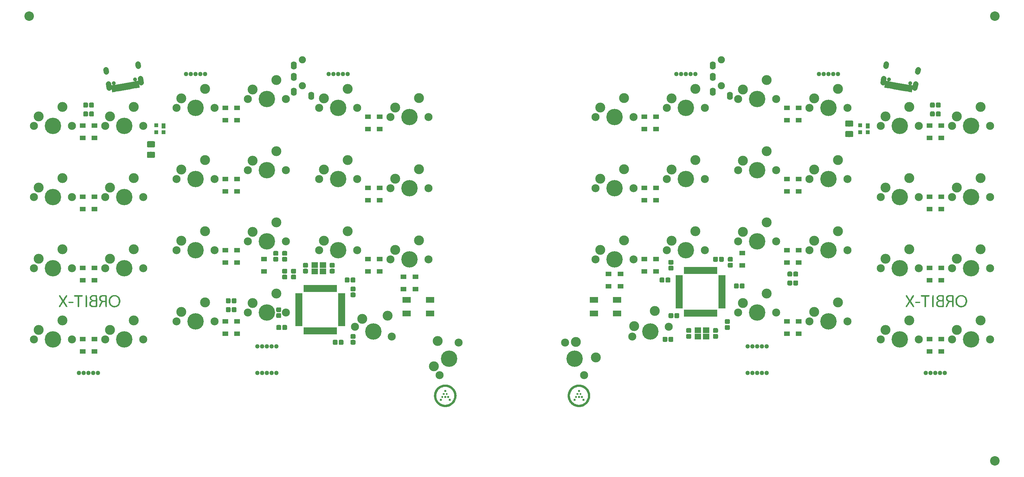
<source format=gbs>
G04 #@! TF.GenerationSoftware,KiCad,Pcbnew,(5.1.4)-1*
G04 #@! TF.CreationDate,2019-09-30T23:05:28-07:00*
G04 #@! TF.ProjectId,Orbit,4f726269-742e-46b6-9963-61645f706362,rev?*
G04 #@! TF.SameCoordinates,Original*
G04 #@! TF.FileFunction,Soldermask,Bot*
G04 #@! TF.FilePolarity,Negative*
%FSLAX46Y46*%
G04 Gerber Fmt 4.6, Leading zero omitted, Abs format (unit mm)*
G04 Created by KiCad (PCBNEW (5.1.4)-1) date 2019-09-30 23:05:28*
%MOMM*%
%LPD*%
G04 APERTURE LIST*
%ADD10C,0.010000*%
%ADD11C,2.650000*%
%ADD12C,4.387800*%
%ADD13C,2.150000*%
%ADD14R,0.950000X1.900000*%
%ADD15R,1.900000X0.950000*%
%ADD16C,0.100000*%
%ADD17C,1.275000*%
%ADD18R,1.800000X1.600000*%
%ADD19C,1.000000*%
%ADD20C,0.700000*%
%ADD21C,1.050000*%
%ADD22C,1.400000*%
%ADD23C,1.400000*%
%ADD24R,1.100000X1.400000*%
%ADD25R,1.100000X1.000000*%
%ADD26R,2.200000X1.500000*%
%ADD27C,1.187400*%
%ADD28C,1.900000*%
%ADD29O,1.600000X2.200000*%
%ADD30C,2.540000*%
%ADD31C,1.650000*%
%ADD32R,1.600000X1.300000*%
G04 APERTURE END LIST*
D10*
G36*
X164115750Y-118776750D02*
G01*
X164520562Y-118776750D01*
X164520562Y-118371938D01*
X164115750Y-118371938D01*
X164115750Y-118776750D01*
X164115750Y-118776750D01*
G37*
X164115750Y-118776750D02*
X164520562Y-118776750D01*
X164520562Y-118371938D01*
X164115750Y-118371938D01*
X164115750Y-118776750D01*
G36*
X163710937Y-119562563D02*
G01*
X164115750Y-119562563D01*
X164115750Y-119181563D01*
X163710937Y-119181563D01*
X163710937Y-119562563D01*
X163710937Y-119562563D01*
G37*
X163710937Y-119562563D02*
X164115750Y-119562563D01*
X164115750Y-119181563D01*
X163710937Y-119181563D01*
X163710937Y-119562563D01*
G36*
X164520562Y-119562563D02*
G01*
X164901562Y-119562563D01*
X164901562Y-119181563D01*
X164520562Y-119181563D01*
X164520562Y-119562563D01*
X164520562Y-119562563D01*
G37*
X164520562Y-119562563D02*
X164901562Y-119562563D01*
X164901562Y-119181563D01*
X164520562Y-119181563D01*
X164520562Y-119562563D01*
G36*
X163329937Y-120372188D02*
G01*
X163710937Y-120372188D01*
X163710937Y-119967375D01*
X163329937Y-119967375D01*
X163329937Y-120372188D01*
X163329937Y-120372188D01*
G37*
X163329937Y-120372188D02*
X163710937Y-120372188D01*
X163710937Y-119967375D01*
X163329937Y-119967375D01*
X163329937Y-120372188D01*
G36*
X164115750Y-120372188D02*
G01*
X164520562Y-120372188D01*
X164520562Y-119967375D01*
X164115750Y-119967375D01*
X164115750Y-120372188D01*
X164115750Y-120372188D01*
G37*
X164115750Y-120372188D02*
X164520562Y-120372188D01*
X164520562Y-119967375D01*
X164115750Y-119967375D01*
X164115750Y-120372188D01*
G36*
X164901562Y-120372188D02*
G01*
X165306375Y-120372188D01*
X165306375Y-119967375D01*
X164901562Y-119967375D01*
X164901562Y-120372188D01*
X164901562Y-120372188D01*
G37*
X164901562Y-120372188D02*
X165306375Y-120372188D01*
X165306375Y-119967375D01*
X164901562Y-119967375D01*
X164901562Y-120372188D01*
G36*
X162925125Y-121158000D02*
G01*
X163329937Y-121158000D01*
X163329937Y-120753188D01*
X162925125Y-120753188D01*
X162925125Y-121158000D01*
X162925125Y-121158000D01*
G37*
X162925125Y-121158000D02*
X163329937Y-121158000D01*
X163329937Y-120753188D01*
X162925125Y-120753188D01*
X162925125Y-121158000D01*
G36*
X165306375Y-121158000D02*
G01*
X165711187Y-121158000D01*
X165711187Y-120753188D01*
X165306375Y-120753188D01*
X165306375Y-121158000D01*
X165306375Y-121158000D01*
G37*
X165306375Y-121158000D02*
X165711187Y-121158000D01*
X165711187Y-120753188D01*
X165306375Y-120753188D01*
X165306375Y-121158000D01*
G36*
X164302281Y-116884295D02*
G01*
X164178163Y-116885665D01*
X164066451Y-116889822D01*
X163963858Y-116897169D01*
X163867094Y-116908110D01*
X163772872Y-116923048D01*
X163677903Y-116942387D01*
X163578899Y-116966531D01*
X163533620Y-116978668D01*
X163325073Y-117043906D01*
X163122985Y-117123242D01*
X162928122Y-117216278D01*
X162741251Y-117322618D01*
X162563136Y-117441866D01*
X162410990Y-117559867D01*
X162253322Y-117700592D01*
X162105985Y-117852037D01*
X161969664Y-118013135D01*
X161845042Y-118182817D01*
X161732803Y-118360016D01*
X161633630Y-118543666D01*
X161548208Y-118732697D01*
X161477220Y-118926043D01*
X161428466Y-119094053D01*
X161395395Y-119234039D01*
X161370035Y-119365975D01*
X161351643Y-119495247D01*
X161339475Y-119627243D01*
X161332789Y-119767350D01*
X161332136Y-119792750D01*
X161334855Y-120011047D01*
X161353050Y-120225830D01*
X161386715Y-120437071D01*
X161435844Y-120644739D01*
X161500431Y-120848805D01*
X161564628Y-121012737D01*
X161592711Y-121078002D01*
X161616773Y-121132160D01*
X161638642Y-121178863D01*
X161660143Y-121221763D01*
X161683104Y-121264513D01*
X161709350Y-121310765D01*
X161738475Y-121360406D01*
X161857694Y-121546677D01*
X161987798Y-121721403D01*
X162128921Y-121884715D01*
X162281195Y-122036746D01*
X162444753Y-122177630D01*
X162619726Y-122307498D01*
X162802094Y-122424025D01*
X162854923Y-122454994D01*
X162900836Y-122480971D01*
X162943485Y-122503781D01*
X162986522Y-122525251D01*
X163033599Y-122547207D01*
X163088369Y-122571475D01*
X163149763Y-122597872D01*
X163245996Y-122637419D01*
X163334714Y-122670458D01*
X163421828Y-122698945D01*
X163513252Y-122724839D01*
X163595844Y-122745572D01*
X163760360Y-122781126D01*
X163917455Y-122806803D01*
X164071683Y-122823143D01*
X164227601Y-122830686D01*
X164318156Y-122831263D01*
X164369375Y-122830748D01*
X164417496Y-122830043D01*
X164459376Y-122829210D01*
X164491872Y-122828313D01*
X164511840Y-122827415D01*
X164512625Y-122827359D01*
X164728799Y-122803407D01*
X164941556Y-122764420D01*
X165150037Y-122710717D01*
X165353382Y-122642613D01*
X165550734Y-122560426D01*
X165741232Y-122464475D01*
X165924018Y-122355076D01*
X166074974Y-122250046D01*
X166247901Y-122111699D01*
X166408585Y-121963338D01*
X166556799Y-121805289D01*
X166692321Y-121637882D01*
X166814926Y-121461444D01*
X166924389Y-121276302D01*
X167020487Y-121082785D01*
X167102994Y-120881221D01*
X167171687Y-120671938D01*
X167183832Y-120628880D01*
X167210198Y-120527085D01*
X167231583Y-120430761D01*
X167248391Y-120336617D01*
X167261025Y-120241367D01*
X167269890Y-120141720D01*
X167275388Y-120034390D01*
X167277924Y-119916086D01*
X167278205Y-119860219D01*
X167277530Y-119804858D01*
X166745456Y-119804858D01*
X166745353Y-119884996D01*
X166743687Y-119964660D01*
X166740491Y-120039787D01*
X166735794Y-120106310D01*
X166732074Y-120142000D01*
X166700200Y-120339298D01*
X166653549Y-120530913D01*
X166592299Y-120716472D01*
X166516631Y-120895599D01*
X166426723Y-121067919D01*
X166322756Y-121233059D01*
X166204909Y-121390643D01*
X166073362Y-121540297D01*
X166051026Y-121563510D01*
X165916792Y-121690584D01*
X165771090Y-121808520D01*
X165616619Y-121915340D01*
X165456081Y-122009066D01*
X165410292Y-122032754D01*
X165335884Y-122069403D01*
X165270643Y-122099622D01*
X165210146Y-122125190D01*
X165149972Y-122147884D01*
X165085699Y-122169483D01*
X165020625Y-122189477D01*
X164831412Y-122238890D01*
X164645661Y-122273341D01*
X164461923Y-122292964D01*
X164278747Y-122297892D01*
X164094686Y-122288261D01*
X164028144Y-122281281D01*
X163840812Y-122252337D01*
X163661231Y-122210528D01*
X163486893Y-122155104D01*
X163315291Y-122085314D01*
X163218334Y-122039116D01*
X163047702Y-121945697D01*
X162888286Y-121841962D01*
X162739328Y-121727224D01*
X162600071Y-121600800D01*
X162469756Y-121462004D01*
X162347626Y-121310153D01*
X162239358Y-121154509D01*
X162214232Y-121113318D01*
X162184909Y-121061190D01*
X162153209Y-121001746D01*
X162120951Y-120938606D01*
X162089957Y-120875390D01*
X162062044Y-120815717D01*
X162039035Y-120763207D01*
X162025597Y-120729375D01*
X161962730Y-120537834D01*
X161915334Y-120345095D01*
X161883450Y-120151700D01*
X161867120Y-119958190D01*
X161866382Y-119765107D01*
X161881278Y-119572992D01*
X161911848Y-119382386D01*
X161921651Y-119336344D01*
X161955300Y-119200051D01*
X161993608Y-119073868D01*
X162038546Y-118952257D01*
X162092087Y-118829682D01*
X162129746Y-118752208D01*
X162223451Y-118583360D01*
X162330276Y-118422923D01*
X162449452Y-118271618D01*
X162580213Y-118130164D01*
X162721790Y-117999281D01*
X162873416Y-117879690D01*
X163034323Y-117772110D01*
X163203743Y-117677261D01*
X163347925Y-117609730D01*
X163519553Y-117543335D01*
X163692107Y-117491337D01*
X163867594Y-117453328D01*
X164048024Y-117428901D01*
X164235405Y-117417647D01*
X164298312Y-117416757D01*
X164496407Y-117423127D01*
X164688035Y-117443772D01*
X164873969Y-117478923D01*
X165054985Y-117528817D01*
X165231856Y-117593685D01*
X165405356Y-117673763D01*
X165576259Y-117769285D01*
X165676956Y-117833494D01*
X165816389Y-117935022D01*
X165950587Y-118049528D01*
X166077909Y-118175089D01*
X166196715Y-118309781D01*
X166305364Y-118451681D01*
X166402215Y-118598865D01*
X166485628Y-118749411D01*
X166520424Y-118822330D01*
X166581827Y-118967189D01*
X166632058Y-119106428D01*
X166672315Y-119244376D01*
X166703794Y-119385364D01*
X166727694Y-119533721D01*
X166736095Y-119602250D01*
X166740858Y-119659420D01*
X166743968Y-119728311D01*
X166745456Y-119804858D01*
X167277530Y-119804858D01*
X167276460Y-119717223D01*
X167270586Y-119586356D01*
X167260012Y-119464275D01*
X167244165Y-119347635D01*
X167222473Y-119233094D01*
X167194363Y-119117309D01*
X167159264Y-118996937D01*
X167116603Y-118868634D01*
X167100909Y-118824375D01*
X167022524Y-118629656D01*
X166929684Y-118441322D01*
X166822578Y-118259635D01*
X166701398Y-118084858D01*
X166566333Y-117917253D01*
X166417576Y-117757083D01*
X166255317Y-117604610D01*
X166148479Y-117514429D01*
X166062650Y-117448936D01*
X165965111Y-117381610D01*
X165859502Y-117314662D01*
X165749464Y-117250305D01*
X165638637Y-117190750D01*
X165530661Y-117138208D01*
X165524656Y-117135465D01*
X165454696Y-117105592D01*
X165373515Y-117074206D01*
X165285483Y-117042786D01*
X165194971Y-117012812D01*
X165106349Y-116985761D01*
X165023986Y-116963114D01*
X164992100Y-116955221D01*
X164898875Y-116934453D01*
X164809901Y-116917793D01*
X164721897Y-116904902D01*
X164631581Y-116895445D01*
X164535672Y-116889082D01*
X164430890Y-116885478D01*
X164313955Y-116884294D01*
X164302281Y-116884295D01*
X164302281Y-116884295D01*
G37*
X164302281Y-116884295D02*
X164178163Y-116885665D01*
X164066451Y-116889822D01*
X163963858Y-116897169D01*
X163867094Y-116908110D01*
X163772872Y-116923048D01*
X163677903Y-116942387D01*
X163578899Y-116966531D01*
X163533620Y-116978668D01*
X163325073Y-117043906D01*
X163122985Y-117123242D01*
X162928122Y-117216278D01*
X162741251Y-117322618D01*
X162563136Y-117441866D01*
X162410990Y-117559867D01*
X162253322Y-117700592D01*
X162105985Y-117852037D01*
X161969664Y-118013135D01*
X161845042Y-118182817D01*
X161732803Y-118360016D01*
X161633630Y-118543666D01*
X161548208Y-118732697D01*
X161477220Y-118926043D01*
X161428466Y-119094053D01*
X161395395Y-119234039D01*
X161370035Y-119365975D01*
X161351643Y-119495247D01*
X161339475Y-119627243D01*
X161332789Y-119767350D01*
X161332136Y-119792750D01*
X161334855Y-120011047D01*
X161353050Y-120225830D01*
X161386715Y-120437071D01*
X161435844Y-120644739D01*
X161500431Y-120848805D01*
X161564628Y-121012737D01*
X161592711Y-121078002D01*
X161616773Y-121132160D01*
X161638642Y-121178863D01*
X161660143Y-121221763D01*
X161683104Y-121264513D01*
X161709350Y-121310765D01*
X161738475Y-121360406D01*
X161857694Y-121546677D01*
X161987798Y-121721403D01*
X162128921Y-121884715D01*
X162281195Y-122036746D01*
X162444753Y-122177630D01*
X162619726Y-122307498D01*
X162802094Y-122424025D01*
X162854923Y-122454994D01*
X162900836Y-122480971D01*
X162943485Y-122503781D01*
X162986522Y-122525251D01*
X163033599Y-122547207D01*
X163088369Y-122571475D01*
X163149763Y-122597872D01*
X163245996Y-122637419D01*
X163334714Y-122670458D01*
X163421828Y-122698945D01*
X163513252Y-122724839D01*
X163595844Y-122745572D01*
X163760360Y-122781126D01*
X163917455Y-122806803D01*
X164071683Y-122823143D01*
X164227601Y-122830686D01*
X164318156Y-122831263D01*
X164369375Y-122830748D01*
X164417496Y-122830043D01*
X164459376Y-122829210D01*
X164491872Y-122828313D01*
X164511840Y-122827415D01*
X164512625Y-122827359D01*
X164728799Y-122803407D01*
X164941556Y-122764420D01*
X165150037Y-122710717D01*
X165353382Y-122642613D01*
X165550734Y-122560426D01*
X165741232Y-122464475D01*
X165924018Y-122355076D01*
X166074974Y-122250046D01*
X166247901Y-122111699D01*
X166408585Y-121963338D01*
X166556799Y-121805289D01*
X166692321Y-121637882D01*
X166814926Y-121461444D01*
X166924389Y-121276302D01*
X167020487Y-121082785D01*
X167102994Y-120881221D01*
X167171687Y-120671938D01*
X167183832Y-120628880D01*
X167210198Y-120527085D01*
X167231583Y-120430761D01*
X167248391Y-120336617D01*
X167261025Y-120241367D01*
X167269890Y-120141720D01*
X167275388Y-120034390D01*
X167277924Y-119916086D01*
X167278205Y-119860219D01*
X167277530Y-119804858D01*
X166745456Y-119804858D01*
X166745353Y-119884996D01*
X166743687Y-119964660D01*
X166740491Y-120039787D01*
X166735794Y-120106310D01*
X166732074Y-120142000D01*
X166700200Y-120339298D01*
X166653549Y-120530913D01*
X166592299Y-120716472D01*
X166516631Y-120895599D01*
X166426723Y-121067919D01*
X166322756Y-121233059D01*
X166204909Y-121390643D01*
X166073362Y-121540297D01*
X166051026Y-121563510D01*
X165916792Y-121690584D01*
X165771090Y-121808520D01*
X165616619Y-121915340D01*
X165456081Y-122009066D01*
X165410292Y-122032754D01*
X165335884Y-122069403D01*
X165270643Y-122099622D01*
X165210146Y-122125190D01*
X165149972Y-122147884D01*
X165085699Y-122169483D01*
X165020625Y-122189477D01*
X164831412Y-122238890D01*
X164645661Y-122273341D01*
X164461923Y-122292964D01*
X164278747Y-122297892D01*
X164094686Y-122288261D01*
X164028144Y-122281281D01*
X163840812Y-122252337D01*
X163661231Y-122210528D01*
X163486893Y-122155104D01*
X163315291Y-122085314D01*
X163218334Y-122039116D01*
X163047702Y-121945697D01*
X162888286Y-121841962D01*
X162739328Y-121727224D01*
X162600071Y-121600800D01*
X162469756Y-121462004D01*
X162347626Y-121310153D01*
X162239358Y-121154509D01*
X162214232Y-121113318D01*
X162184909Y-121061190D01*
X162153209Y-121001746D01*
X162120951Y-120938606D01*
X162089957Y-120875390D01*
X162062044Y-120815717D01*
X162039035Y-120763207D01*
X162025597Y-120729375D01*
X161962730Y-120537834D01*
X161915334Y-120345095D01*
X161883450Y-120151700D01*
X161867120Y-119958190D01*
X161866382Y-119765107D01*
X161881278Y-119572992D01*
X161911848Y-119382386D01*
X161921651Y-119336344D01*
X161955300Y-119200051D01*
X161993608Y-119073868D01*
X162038546Y-118952257D01*
X162092087Y-118829682D01*
X162129746Y-118752208D01*
X162223451Y-118583360D01*
X162330276Y-118422923D01*
X162449452Y-118271618D01*
X162580213Y-118130164D01*
X162721790Y-117999281D01*
X162873416Y-117879690D01*
X163034323Y-117772110D01*
X163203743Y-117677261D01*
X163347925Y-117609730D01*
X163519553Y-117543335D01*
X163692107Y-117491337D01*
X163867594Y-117453328D01*
X164048024Y-117428901D01*
X164235405Y-117417647D01*
X164298312Y-117416757D01*
X164496407Y-117423127D01*
X164688035Y-117443772D01*
X164873969Y-117478923D01*
X165054985Y-117528817D01*
X165231856Y-117593685D01*
X165405356Y-117673763D01*
X165576259Y-117769285D01*
X165676956Y-117833494D01*
X165816389Y-117935022D01*
X165950587Y-118049528D01*
X166077909Y-118175089D01*
X166196715Y-118309781D01*
X166305364Y-118451681D01*
X166402215Y-118598865D01*
X166485628Y-118749411D01*
X166520424Y-118822330D01*
X166581827Y-118967189D01*
X166632058Y-119106428D01*
X166672315Y-119244376D01*
X166703794Y-119385364D01*
X166727694Y-119533721D01*
X166736095Y-119602250D01*
X166740858Y-119659420D01*
X166743968Y-119728311D01*
X166745456Y-119804858D01*
X167277530Y-119804858D01*
X167276460Y-119717223D01*
X167270586Y-119586356D01*
X167260012Y-119464275D01*
X167244165Y-119347635D01*
X167222473Y-119233094D01*
X167194363Y-119117309D01*
X167159264Y-118996937D01*
X167116603Y-118868634D01*
X167100909Y-118824375D01*
X167022524Y-118629656D01*
X166929684Y-118441322D01*
X166822578Y-118259635D01*
X166701398Y-118084858D01*
X166566333Y-117917253D01*
X166417576Y-117757083D01*
X166255317Y-117604610D01*
X166148479Y-117514429D01*
X166062650Y-117448936D01*
X165965111Y-117381610D01*
X165859502Y-117314662D01*
X165749464Y-117250305D01*
X165638637Y-117190750D01*
X165530661Y-117138208D01*
X165524656Y-117135465D01*
X165454696Y-117105592D01*
X165373515Y-117074206D01*
X165285483Y-117042786D01*
X165194971Y-117012812D01*
X165106349Y-116985761D01*
X165023986Y-116963114D01*
X164992100Y-116955221D01*
X164898875Y-116934453D01*
X164809901Y-116917793D01*
X164721897Y-116904902D01*
X164631581Y-116895445D01*
X164535672Y-116889082D01*
X164430890Y-116885478D01*
X164313955Y-116884294D01*
X164302281Y-116884295D01*
G36*
X128397000Y-118776750D02*
G01*
X128801812Y-118776750D01*
X128801812Y-118371938D01*
X128397000Y-118371938D01*
X128397000Y-118776750D01*
X128397000Y-118776750D01*
G37*
X128397000Y-118776750D02*
X128801812Y-118776750D01*
X128801812Y-118371938D01*
X128397000Y-118371938D01*
X128397000Y-118776750D01*
G36*
X127992187Y-119562563D02*
G01*
X128397000Y-119562563D01*
X128397000Y-119181563D01*
X127992187Y-119181563D01*
X127992187Y-119562563D01*
X127992187Y-119562563D01*
G37*
X127992187Y-119562563D02*
X128397000Y-119562563D01*
X128397000Y-119181563D01*
X127992187Y-119181563D01*
X127992187Y-119562563D01*
G36*
X128801812Y-119562563D02*
G01*
X129182812Y-119562563D01*
X129182812Y-119181563D01*
X128801812Y-119181563D01*
X128801812Y-119562563D01*
X128801812Y-119562563D01*
G37*
X128801812Y-119562563D02*
X129182812Y-119562563D01*
X129182812Y-119181563D01*
X128801812Y-119181563D01*
X128801812Y-119562563D01*
G36*
X127611187Y-120372188D02*
G01*
X127992187Y-120372188D01*
X127992187Y-119967375D01*
X127611187Y-119967375D01*
X127611187Y-120372188D01*
X127611187Y-120372188D01*
G37*
X127611187Y-120372188D02*
X127992187Y-120372188D01*
X127992187Y-119967375D01*
X127611187Y-119967375D01*
X127611187Y-120372188D01*
G36*
X128397000Y-120372188D02*
G01*
X128801812Y-120372188D01*
X128801812Y-119967375D01*
X128397000Y-119967375D01*
X128397000Y-120372188D01*
X128397000Y-120372188D01*
G37*
X128397000Y-120372188D02*
X128801812Y-120372188D01*
X128801812Y-119967375D01*
X128397000Y-119967375D01*
X128397000Y-120372188D01*
G36*
X129182812Y-120372188D02*
G01*
X129587625Y-120372188D01*
X129587625Y-119967375D01*
X129182812Y-119967375D01*
X129182812Y-120372188D01*
X129182812Y-120372188D01*
G37*
X129182812Y-120372188D02*
X129587625Y-120372188D01*
X129587625Y-119967375D01*
X129182812Y-119967375D01*
X129182812Y-120372188D01*
G36*
X127206375Y-121158000D02*
G01*
X127611187Y-121158000D01*
X127611187Y-120753188D01*
X127206375Y-120753188D01*
X127206375Y-121158000D01*
X127206375Y-121158000D01*
G37*
X127206375Y-121158000D02*
X127611187Y-121158000D01*
X127611187Y-120753188D01*
X127206375Y-120753188D01*
X127206375Y-121158000D01*
G36*
X129587625Y-121158000D02*
G01*
X129992437Y-121158000D01*
X129992437Y-120753188D01*
X129587625Y-120753188D01*
X129587625Y-121158000D01*
X129587625Y-121158000D01*
G37*
X129587625Y-121158000D02*
X129992437Y-121158000D01*
X129992437Y-120753188D01*
X129587625Y-120753188D01*
X129587625Y-121158000D01*
G36*
X128583531Y-116884295D02*
G01*
X128459413Y-116885665D01*
X128347701Y-116889822D01*
X128245108Y-116897169D01*
X128148344Y-116908110D01*
X128054122Y-116923048D01*
X127959153Y-116942387D01*
X127860149Y-116966531D01*
X127814870Y-116978668D01*
X127606323Y-117043906D01*
X127404235Y-117123242D01*
X127209372Y-117216278D01*
X127022501Y-117322618D01*
X126844386Y-117441866D01*
X126692240Y-117559867D01*
X126534572Y-117700592D01*
X126387235Y-117852037D01*
X126250914Y-118013135D01*
X126126292Y-118182817D01*
X126014053Y-118360016D01*
X125914880Y-118543666D01*
X125829458Y-118732697D01*
X125758470Y-118926043D01*
X125709716Y-119094053D01*
X125676645Y-119234039D01*
X125651285Y-119365975D01*
X125632893Y-119495247D01*
X125620725Y-119627243D01*
X125614039Y-119767350D01*
X125613386Y-119792750D01*
X125616105Y-120011047D01*
X125634300Y-120225830D01*
X125667965Y-120437071D01*
X125717094Y-120644739D01*
X125781681Y-120848805D01*
X125845878Y-121012737D01*
X125873961Y-121078002D01*
X125898023Y-121132160D01*
X125919892Y-121178863D01*
X125941393Y-121221763D01*
X125964354Y-121264513D01*
X125990600Y-121310765D01*
X126019725Y-121360406D01*
X126138944Y-121546677D01*
X126269048Y-121721403D01*
X126410171Y-121884715D01*
X126562445Y-122036746D01*
X126726003Y-122177630D01*
X126900976Y-122307498D01*
X127083344Y-122424025D01*
X127136173Y-122454994D01*
X127182086Y-122480971D01*
X127224735Y-122503781D01*
X127267772Y-122525251D01*
X127314849Y-122547207D01*
X127369619Y-122571475D01*
X127431013Y-122597872D01*
X127527246Y-122637419D01*
X127615964Y-122670458D01*
X127703078Y-122698945D01*
X127794502Y-122724839D01*
X127877094Y-122745572D01*
X128041610Y-122781126D01*
X128198705Y-122806803D01*
X128352933Y-122823143D01*
X128508851Y-122830686D01*
X128599406Y-122831263D01*
X128650625Y-122830748D01*
X128698746Y-122830043D01*
X128740626Y-122829210D01*
X128773122Y-122828313D01*
X128793090Y-122827415D01*
X128793875Y-122827359D01*
X129010049Y-122803407D01*
X129222806Y-122764420D01*
X129431287Y-122710717D01*
X129634632Y-122642613D01*
X129831984Y-122560426D01*
X130022482Y-122464475D01*
X130205268Y-122355076D01*
X130356224Y-122250046D01*
X130529151Y-122111699D01*
X130689835Y-121963338D01*
X130838049Y-121805289D01*
X130973571Y-121637882D01*
X131096176Y-121461444D01*
X131205639Y-121276302D01*
X131301737Y-121082785D01*
X131384244Y-120881221D01*
X131452937Y-120671938D01*
X131465082Y-120628880D01*
X131491448Y-120527085D01*
X131512833Y-120430761D01*
X131529641Y-120336617D01*
X131542275Y-120241367D01*
X131551140Y-120141720D01*
X131556638Y-120034390D01*
X131559174Y-119916086D01*
X131559455Y-119860219D01*
X131558780Y-119804858D01*
X131026706Y-119804858D01*
X131026603Y-119884996D01*
X131024937Y-119964660D01*
X131021741Y-120039787D01*
X131017044Y-120106310D01*
X131013324Y-120142000D01*
X130981450Y-120339298D01*
X130934799Y-120530913D01*
X130873549Y-120716472D01*
X130797881Y-120895599D01*
X130707973Y-121067919D01*
X130604006Y-121233059D01*
X130486159Y-121390643D01*
X130354612Y-121540297D01*
X130332276Y-121563510D01*
X130198042Y-121690584D01*
X130052340Y-121808520D01*
X129897869Y-121915340D01*
X129737331Y-122009066D01*
X129691542Y-122032754D01*
X129617134Y-122069403D01*
X129551893Y-122099622D01*
X129491396Y-122125190D01*
X129431222Y-122147884D01*
X129366949Y-122169483D01*
X129301875Y-122189477D01*
X129112662Y-122238890D01*
X128926911Y-122273341D01*
X128743173Y-122292964D01*
X128559997Y-122297892D01*
X128375936Y-122288261D01*
X128309394Y-122281281D01*
X128122062Y-122252337D01*
X127942481Y-122210528D01*
X127768143Y-122155104D01*
X127596541Y-122085314D01*
X127499584Y-122039116D01*
X127328952Y-121945697D01*
X127169536Y-121841962D01*
X127020578Y-121727224D01*
X126881321Y-121600800D01*
X126751006Y-121462004D01*
X126628876Y-121310153D01*
X126520608Y-121154509D01*
X126495482Y-121113318D01*
X126466159Y-121061190D01*
X126434459Y-121001746D01*
X126402201Y-120938606D01*
X126371207Y-120875390D01*
X126343294Y-120815717D01*
X126320285Y-120763207D01*
X126306847Y-120729375D01*
X126243980Y-120537834D01*
X126196584Y-120345095D01*
X126164700Y-120151700D01*
X126148370Y-119958190D01*
X126147632Y-119765107D01*
X126162528Y-119572992D01*
X126193098Y-119382386D01*
X126202901Y-119336344D01*
X126236550Y-119200051D01*
X126274858Y-119073868D01*
X126319796Y-118952257D01*
X126373337Y-118829682D01*
X126410996Y-118752208D01*
X126504701Y-118583360D01*
X126611526Y-118422923D01*
X126730702Y-118271618D01*
X126861463Y-118130164D01*
X127003040Y-117999281D01*
X127154666Y-117879690D01*
X127315573Y-117772110D01*
X127484993Y-117677261D01*
X127629175Y-117609730D01*
X127800803Y-117543335D01*
X127973357Y-117491337D01*
X128148844Y-117453328D01*
X128329274Y-117428901D01*
X128516655Y-117417647D01*
X128579562Y-117416757D01*
X128777657Y-117423127D01*
X128969285Y-117443772D01*
X129155219Y-117478923D01*
X129336235Y-117528817D01*
X129513106Y-117593685D01*
X129686606Y-117673763D01*
X129857509Y-117769285D01*
X129958206Y-117833494D01*
X130097639Y-117935022D01*
X130231837Y-118049528D01*
X130359159Y-118175089D01*
X130477965Y-118309781D01*
X130586614Y-118451681D01*
X130683465Y-118598865D01*
X130766878Y-118749411D01*
X130801674Y-118822330D01*
X130863077Y-118967189D01*
X130913308Y-119106428D01*
X130953565Y-119244376D01*
X130985044Y-119385364D01*
X131008944Y-119533721D01*
X131017345Y-119602250D01*
X131022108Y-119659420D01*
X131025218Y-119728311D01*
X131026706Y-119804858D01*
X131558780Y-119804858D01*
X131557710Y-119717223D01*
X131551836Y-119586356D01*
X131541262Y-119464275D01*
X131525415Y-119347635D01*
X131503723Y-119233094D01*
X131475613Y-119117309D01*
X131440514Y-118996937D01*
X131397853Y-118868634D01*
X131382159Y-118824375D01*
X131303774Y-118629656D01*
X131210934Y-118441322D01*
X131103828Y-118259635D01*
X130982648Y-118084858D01*
X130847583Y-117917253D01*
X130698826Y-117757083D01*
X130536567Y-117604610D01*
X130429729Y-117514429D01*
X130343900Y-117448936D01*
X130246361Y-117381610D01*
X130140752Y-117314662D01*
X130030714Y-117250305D01*
X129919887Y-117190750D01*
X129811911Y-117138208D01*
X129805906Y-117135465D01*
X129735946Y-117105592D01*
X129654765Y-117074206D01*
X129566733Y-117042786D01*
X129476221Y-117012812D01*
X129387599Y-116985761D01*
X129305236Y-116963114D01*
X129273350Y-116955221D01*
X129180125Y-116934453D01*
X129091151Y-116917793D01*
X129003147Y-116904902D01*
X128912831Y-116895445D01*
X128816922Y-116889082D01*
X128712140Y-116885478D01*
X128595205Y-116884294D01*
X128583531Y-116884295D01*
X128583531Y-116884295D01*
G37*
X128583531Y-116884295D02*
X128459413Y-116885665D01*
X128347701Y-116889822D01*
X128245108Y-116897169D01*
X128148344Y-116908110D01*
X128054122Y-116923048D01*
X127959153Y-116942387D01*
X127860149Y-116966531D01*
X127814870Y-116978668D01*
X127606323Y-117043906D01*
X127404235Y-117123242D01*
X127209372Y-117216278D01*
X127022501Y-117322618D01*
X126844386Y-117441866D01*
X126692240Y-117559867D01*
X126534572Y-117700592D01*
X126387235Y-117852037D01*
X126250914Y-118013135D01*
X126126292Y-118182817D01*
X126014053Y-118360016D01*
X125914880Y-118543666D01*
X125829458Y-118732697D01*
X125758470Y-118926043D01*
X125709716Y-119094053D01*
X125676645Y-119234039D01*
X125651285Y-119365975D01*
X125632893Y-119495247D01*
X125620725Y-119627243D01*
X125614039Y-119767350D01*
X125613386Y-119792750D01*
X125616105Y-120011047D01*
X125634300Y-120225830D01*
X125667965Y-120437071D01*
X125717094Y-120644739D01*
X125781681Y-120848805D01*
X125845878Y-121012737D01*
X125873961Y-121078002D01*
X125898023Y-121132160D01*
X125919892Y-121178863D01*
X125941393Y-121221763D01*
X125964354Y-121264513D01*
X125990600Y-121310765D01*
X126019725Y-121360406D01*
X126138944Y-121546677D01*
X126269048Y-121721403D01*
X126410171Y-121884715D01*
X126562445Y-122036746D01*
X126726003Y-122177630D01*
X126900976Y-122307498D01*
X127083344Y-122424025D01*
X127136173Y-122454994D01*
X127182086Y-122480971D01*
X127224735Y-122503781D01*
X127267772Y-122525251D01*
X127314849Y-122547207D01*
X127369619Y-122571475D01*
X127431013Y-122597872D01*
X127527246Y-122637419D01*
X127615964Y-122670458D01*
X127703078Y-122698945D01*
X127794502Y-122724839D01*
X127877094Y-122745572D01*
X128041610Y-122781126D01*
X128198705Y-122806803D01*
X128352933Y-122823143D01*
X128508851Y-122830686D01*
X128599406Y-122831263D01*
X128650625Y-122830748D01*
X128698746Y-122830043D01*
X128740626Y-122829210D01*
X128773122Y-122828313D01*
X128793090Y-122827415D01*
X128793875Y-122827359D01*
X129010049Y-122803407D01*
X129222806Y-122764420D01*
X129431287Y-122710717D01*
X129634632Y-122642613D01*
X129831984Y-122560426D01*
X130022482Y-122464475D01*
X130205268Y-122355076D01*
X130356224Y-122250046D01*
X130529151Y-122111699D01*
X130689835Y-121963338D01*
X130838049Y-121805289D01*
X130973571Y-121637882D01*
X131096176Y-121461444D01*
X131205639Y-121276302D01*
X131301737Y-121082785D01*
X131384244Y-120881221D01*
X131452937Y-120671938D01*
X131465082Y-120628880D01*
X131491448Y-120527085D01*
X131512833Y-120430761D01*
X131529641Y-120336617D01*
X131542275Y-120241367D01*
X131551140Y-120141720D01*
X131556638Y-120034390D01*
X131559174Y-119916086D01*
X131559455Y-119860219D01*
X131558780Y-119804858D01*
X131026706Y-119804858D01*
X131026603Y-119884996D01*
X131024937Y-119964660D01*
X131021741Y-120039787D01*
X131017044Y-120106310D01*
X131013324Y-120142000D01*
X130981450Y-120339298D01*
X130934799Y-120530913D01*
X130873549Y-120716472D01*
X130797881Y-120895599D01*
X130707973Y-121067919D01*
X130604006Y-121233059D01*
X130486159Y-121390643D01*
X130354612Y-121540297D01*
X130332276Y-121563510D01*
X130198042Y-121690584D01*
X130052340Y-121808520D01*
X129897869Y-121915340D01*
X129737331Y-122009066D01*
X129691542Y-122032754D01*
X129617134Y-122069403D01*
X129551893Y-122099622D01*
X129491396Y-122125190D01*
X129431222Y-122147884D01*
X129366949Y-122169483D01*
X129301875Y-122189477D01*
X129112662Y-122238890D01*
X128926911Y-122273341D01*
X128743173Y-122292964D01*
X128559997Y-122297892D01*
X128375936Y-122288261D01*
X128309394Y-122281281D01*
X128122062Y-122252337D01*
X127942481Y-122210528D01*
X127768143Y-122155104D01*
X127596541Y-122085314D01*
X127499584Y-122039116D01*
X127328952Y-121945697D01*
X127169536Y-121841962D01*
X127020578Y-121727224D01*
X126881321Y-121600800D01*
X126751006Y-121462004D01*
X126628876Y-121310153D01*
X126520608Y-121154509D01*
X126495482Y-121113318D01*
X126466159Y-121061190D01*
X126434459Y-121001746D01*
X126402201Y-120938606D01*
X126371207Y-120875390D01*
X126343294Y-120815717D01*
X126320285Y-120763207D01*
X126306847Y-120729375D01*
X126243980Y-120537834D01*
X126196584Y-120345095D01*
X126164700Y-120151700D01*
X126148370Y-119958190D01*
X126147632Y-119765107D01*
X126162528Y-119572992D01*
X126193098Y-119382386D01*
X126202901Y-119336344D01*
X126236550Y-119200051D01*
X126274858Y-119073868D01*
X126319796Y-118952257D01*
X126373337Y-118829682D01*
X126410996Y-118752208D01*
X126504701Y-118583360D01*
X126611526Y-118422923D01*
X126730702Y-118271618D01*
X126861463Y-118130164D01*
X127003040Y-117999281D01*
X127154666Y-117879690D01*
X127315573Y-117772110D01*
X127484993Y-117677261D01*
X127629175Y-117609730D01*
X127800803Y-117543335D01*
X127973357Y-117491337D01*
X128148844Y-117453328D01*
X128329274Y-117428901D01*
X128516655Y-117417647D01*
X128579562Y-117416757D01*
X128777657Y-117423127D01*
X128969285Y-117443772D01*
X129155219Y-117478923D01*
X129336235Y-117528817D01*
X129513106Y-117593685D01*
X129686606Y-117673763D01*
X129857509Y-117769285D01*
X129958206Y-117833494D01*
X130097639Y-117935022D01*
X130231837Y-118049528D01*
X130359159Y-118175089D01*
X130477965Y-118309781D01*
X130586614Y-118451681D01*
X130683465Y-118598865D01*
X130766878Y-118749411D01*
X130801674Y-118822330D01*
X130863077Y-118967189D01*
X130913308Y-119106428D01*
X130953565Y-119244376D01*
X130985044Y-119385364D01*
X131008944Y-119533721D01*
X131017345Y-119602250D01*
X131022108Y-119659420D01*
X131025218Y-119728311D01*
X131026706Y-119804858D01*
X131558780Y-119804858D01*
X131557710Y-119717223D01*
X131551836Y-119586356D01*
X131541262Y-119464275D01*
X131525415Y-119347635D01*
X131503723Y-119233094D01*
X131475613Y-119117309D01*
X131440514Y-118996937D01*
X131397853Y-118868634D01*
X131382159Y-118824375D01*
X131303774Y-118629656D01*
X131210934Y-118441322D01*
X131103828Y-118259635D01*
X130982648Y-118084858D01*
X130847583Y-117917253D01*
X130698826Y-117757083D01*
X130536567Y-117604610D01*
X130429729Y-117514429D01*
X130343900Y-117448936D01*
X130246361Y-117381610D01*
X130140752Y-117314662D01*
X130030714Y-117250305D01*
X129919887Y-117190750D01*
X129811911Y-117138208D01*
X129805906Y-117135465D01*
X129735946Y-117105592D01*
X129654765Y-117074206D01*
X129566733Y-117042786D01*
X129476221Y-117012812D01*
X129387599Y-116985761D01*
X129305236Y-116963114D01*
X129273350Y-116955221D01*
X129180125Y-116934453D01*
X129091151Y-116917793D01*
X129003147Y-116904902D01*
X128912831Y-116895445D01*
X128816922Y-116889082D01*
X128712140Y-116885478D01*
X128595205Y-116884294D01*
X128583531Y-116884295D01*
G36*
X28369618Y-94726644D02*
G01*
X28202003Y-94731165D01*
X28085871Y-94739001D01*
X28017115Y-94750398D01*
X27994535Y-94761050D01*
X27961757Y-94828327D01*
X27968592Y-94904219D01*
X28011989Y-94960621D01*
X28016477Y-94963199D01*
X28066722Y-94974194D01*
X28166962Y-94983279D01*
X28307442Y-94989920D01*
X28478409Y-94993582D01*
X28580931Y-94994132D01*
X28769426Y-94993507D01*
X28907708Y-94991011D01*
X29005323Y-94985712D01*
X29071815Y-94976677D01*
X29116730Y-94962976D01*
X29149613Y-94943675D01*
X29157056Y-94937878D01*
X29203733Y-94890428D01*
X29206555Y-94843133D01*
X29190890Y-94803407D01*
X29155252Y-94725191D01*
X28592823Y-94725191D01*
X28369618Y-94726644D01*
X28369618Y-94726644D01*
G37*
X28369618Y-94726644D02*
X28202003Y-94731165D01*
X28085871Y-94739001D01*
X28017115Y-94750398D01*
X27994535Y-94761050D01*
X27961757Y-94828327D01*
X27968592Y-94904219D01*
X28011989Y-94960621D01*
X28016477Y-94963199D01*
X28066722Y-94974194D01*
X28166962Y-94983279D01*
X28307442Y-94989920D01*
X28478409Y-94993582D01*
X28580931Y-94994132D01*
X28769426Y-94993507D01*
X28907708Y-94991011D01*
X29005323Y-94985712D01*
X29071815Y-94976677D01*
X29116730Y-94962976D01*
X29149613Y-94943675D01*
X29157056Y-94937878D01*
X29203733Y-94890428D01*
X29206555Y-94843133D01*
X29190890Y-94803407D01*
X29155252Y-94725191D01*
X28592823Y-94725191D01*
X28369618Y-94726644D01*
G36*
X25448592Y-92993314D02*
G01*
X25419159Y-93042278D01*
X25418677Y-93051188D01*
X25433966Y-93091031D01*
X25477106Y-93174246D01*
X25544003Y-93293694D01*
X25630562Y-93442235D01*
X25732690Y-93612730D01*
X25846294Y-93798038D01*
X25854471Y-93811220D01*
X26290264Y-94513219D01*
X25851511Y-95217472D01*
X25736174Y-95403693D01*
X25631167Y-95575321D01*
X25540722Y-95725270D01*
X25469074Y-95846453D01*
X25420455Y-95931785D01*
X25399098Y-95974178D01*
X25398698Y-95975487D01*
X25407986Y-96036403D01*
X25434001Y-96070215D01*
X25474827Y-96093393D01*
X25527007Y-96092252D01*
X25607902Y-96068128D01*
X25648168Y-96052449D01*
X25684404Y-96031452D01*
X25721423Y-95998681D01*
X25764038Y-95947680D01*
X25817063Y-95871994D01*
X25885309Y-95765167D01*
X25973591Y-95620743D01*
X26086720Y-95432266D01*
X26105971Y-95400062D01*
X26210671Y-95227032D01*
X26306484Y-95072784D01*
X26388895Y-94944256D01*
X26453392Y-94848384D01*
X26495462Y-94792105D01*
X26509383Y-94780002D01*
X26532474Y-94806112D01*
X26580867Y-94876613D01*
X26649911Y-94984175D01*
X26734955Y-95121470D01*
X26831349Y-95281172D01*
X26887064Y-95375131D01*
X27024865Y-95604874D01*
X27137573Y-95783616D01*
X27226844Y-95913800D01*
X27294333Y-95997869D01*
X27332248Y-96032544D01*
X27435933Y-96088403D01*
X27515427Y-96093754D01*
X27564230Y-96063921D01*
X27596183Y-96008986D01*
X27600088Y-95986093D01*
X27584832Y-95950547D01*
X27541792Y-95871423D01*
X27475060Y-95755695D01*
X27388729Y-95610337D01*
X27286891Y-95442325D01*
X27173639Y-95258634D01*
X27166794Y-95247626D01*
X27053011Y-95063265D01*
X26950403Y-94894204D01*
X26863061Y-94747415D01*
X26795078Y-94629866D01*
X26750545Y-94548527D01*
X26733554Y-94510368D01*
X26733500Y-94509621D01*
X26748794Y-94473703D01*
X26791784Y-94394724D01*
X26858133Y-94280077D01*
X26943504Y-94137154D01*
X27043559Y-93973349D01*
X27125018Y-93842216D01*
X27261026Y-93624734D01*
X27368419Y-93452236D01*
X27450182Y-93318974D01*
X27509297Y-93219203D01*
X27548747Y-93147175D01*
X27571516Y-93097145D01*
X27580587Y-93063367D01*
X27578943Y-93040093D01*
X27569566Y-93021578D01*
X27558768Y-93006693D01*
X27500371Y-92972272D01*
X27415651Y-92972293D01*
X27324535Y-93003346D01*
X27249057Y-93059708D01*
X27214827Y-93105597D01*
X27156117Y-93193806D01*
X27078773Y-93315152D01*
X26988638Y-93460456D01*
X26891557Y-93620533D01*
X26883197Y-93634485D01*
X26786715Y-93795418D01*
X26698132Y-93942719D01*
X26623009Y-94067177D01*
X26566908Y-94159580D01*
X26535390Y-94210714D01*
X26533950Y-94212976D01*
X26518483Y-94234021D01*
X26502115Y-94242272D01*
X26480650Y-94232280D01*
X26449894Y-94198597D01*
X26405652Y-94135775D01*
X26343727Y-94038368D01*
X26259925Y-93900926D01*
X26150050Y-93718002D01*
X26140502Y-93702064D01*
X26037838Y-93531560D01*
X25943245Y-93376098D01*
X25861747Y-93243804D01*
X25798366Y-93142801D01*
X25758126Y-93081214D01*
X25748611Y-93068166D01*
X25678203Y-93010490D01*
X25594084Y-92978241D01*
X25512223Y-92972242D01*
X25448592Y-92993314D01*
X25448592Y-92993314D01*
G37*
X25448592Y-92993314D02*
X25419159Y-93042278D01*
X25418677Y-93051188D01*
X25433966Y-93091031D01*
X25477106Y-93174246D01*
X25544003Y-93293694D01*
X25630562Y-93442235D01*
X25732690Y-93612730D01*
X25846294Y-93798038D01*
X25854471Y-93811220D01*
X26290264Y-94513219D01*
X25851511Y-95217472D01*
X25736174Y-95403693D01*
X25631167Y-95575321D01*
X25540722Y-95725270D01*
X25469074Y-95846453D01*
X25420455Y-95931785D01*
X25399098Y-95974178D01*
X25398698Y-95975487D01*
X25407986Y-96036403D01*
X25434001Y-96070215D01*
X25474827Y-96093393D01*
X25527007Y-96092252D01*
X25607902Y-96068128D01*
X25648168Y-96052449D01*
X25684404Y-96031452D01*
X25721423Y-95998681D01*
X25764038Y-95947680D01*
X25817063Y-95871994D01*
X25885309Y-95765167D01*
X25973591Y-95620743D01*
X26086720Y-95432266D01*
X26105971Y-95400062D01*
X26210671Y-95227032D01*
X26306484Y-95072784D01*
X26388895Y-94944256D01*
X26453392Y-94848384D01*
X26495462Y-94792105D01*
X26509383Y-94780002D01*
X26532474Y-94806112D01*
X26580867Y-94876613D01*
X26649911Y-94984175D01*
X26734955Y-95121470D01*
X26831349Y-95281172D01*
X26887064Y-95375131D01*
X27024865Y-95604874D01*
X27137573Y-95783616D01*
X27226844Y-95913800D01*
X27294333Y-95997869D01*
X27332248Y-96032544D01*
X27435933Y-96088403D01*
X27515427Y-96093754D01*
X27564230Y-96063921D01*
X27596183Y-96008986D01*
X27600088Y-95986093D01*
X27584832Y-95950547D01*
X27541792Y-95871423D01*
X27475060Y-95755695D01*
X27388729Y-95610337D01*
X27286891Y-95442325D01*
X27173639Y-95258634D01*
X27166794Y-95247626D01*
X27053011Y-95063265D01*
X26950403Y-94894204D01*
X26863061Y-94747415D01*
X26795078Y-94629866D01*
X26750545Y-94548527D01*
X26733554Y-94510368D01*
X26733500Y-94509621D01*
X26748794Y-94473703D01*
X26791784Y-94394724D01*
X26858133Y-94280077D01*
X26943504Y-94137154D01*
X27043559Y-93973349D01*
X27125018Y-93842216D01*
X27261026Y-93624734D01*
X27368419Y-93452236D01*
X27450182Y-93318974D01*
X27509297Y-93219203D01*
X27548747Y-93147175D01*
X27571516Y-93097145D01*
X27580587Y-93063367D01*
X27578943Y-93040093D01*
X27569566Y-93021578D01*
X27558768Y-93006693D01*
X27500371Y-92972272D01*
X27415651Y-92972293D01*
X27324535Y-93003346D01*
X27249057Y-93059708D01*
X27214827Y-93105597D01*
X27156117Y-93193806D01*
X27078773Y-93315152D01*
X26988638Y-93460456D01*
X26891557Y-93620533D01*
X26883197Y-93634485D01*
X26786715Y-93795418D01*
X26698132Y-93942719D01*
X26623009Y-94067177D01*
X26566908Y-94159580D01*
X26535390Y-94210714D01*
X26533950Y-94212976D01*
X26518483Y-94234021D01*
X26502115Y-94242272D01*
X26480650Y-94232280D01*
X26449894Y-94198597D01*
X26405652Y-94135775D01*
X26343727Y-94038368D01*
X26259925Y-93900926D01*
X26150050Y-93718002D01*
X26140502Y-93702064D01*
X26037838Y-93531560D01*
X25943245Y-93376098D01*
X25861747Y-93243804D01*
X25798366Y-93142801D01*
X25758126Y-93081214D01*
X25748611Y-93068166D01*
X25678203Y-93010490D01*
X25594084Y-92978241D01*
X25512223Y-92972242D01*
X25448592Y-92993314D01*
G36*
X30293775Y-92962228D02*
G01*
X30068330Y-92962742D01*
X29890564Y-92964012D01*
X29754434Y-92966378D01*
X29653898Y-92970178D01*
X29582914Y-92975751D01*
X29535437Y-92983436D01*
X29505427Y-92993572D01*
X29486839Y-93006498D01*
X29473632Y-93022552D01*
X29472733Y-93023830D01*
X29443086Y-93107919D01*
X29466459Y-93183928D01*
X29533530Y-93233366D01*
X29589820Y-93243668D01*
X29692165Y-93252221D01*
X29826862Y-93258229D01*
X29980209Y-93260893D01*
X30007563Y-93260956D01*
X30409030Y-93260956D01*
X30409030Y-94620603D01*
X30409108Y-94941135D01*
X30409493Y-95207245D01*
X30410411Y-95424278D01*
X30412085Y-95597578D01*
X30414741Y-95732486D01*
X30418603Y-95834349D01*
X30423898Y-95908508D01*
X30430849Y-95960307D01*
X30439683Y-95995091D01*
X30450623Y-96018202D01*
X30463895Y-96034985D01*
X30468794Y-96040015D01*
X30537954Y-96090793D01*
X30605048Y-96090216D01*
X30671322Y-96053261D01*
X30737735Y-96006743D01*
X30737735Y-93260956D01*
X31148618Y-93260515D01*
X31350199Y-93257497D01*
X31499503Y-93247753D01*
X31603811Y-93229513D01*
X31670407Y-93201004D01*
X31706570Y-93160455D01*
X31717973Y-93121991D01*
X31705300Y-93051330D01*
X31678485Y-93010681D01*
X31660090Y-92997711D01*
X31629557Y-92987245D01*
X31580942Y-92979021D01*
X31508300Y-92972777D01*
X31405687Y-92968253D01*
X31267159Y-92965187D01*
X31086771Y-92963319D01*
X30858579Y-92962388D01*
X30576639Y-92962132D01*
X30572943Y-92962132D01*
X30293775Y-92962228D01*
X30293775Y-92962228D01*
G37*
X30293775Y-92962228D02*
X30068330Y-92962742D01*
X29890564Y-92964012D01*
X29754434Y-92966378D01*
X29653898Y-92970178D01*
X29582914Y-92975751D01*
X29535437Y-92983436D01*
X29505427Y-92993572D01*
X29486839Y-93006498D01*
X29473632Y-93022552D01*
X29472733Y-93023830D01*
X29443086Y-93107919D01*
X29466459Y-93183928D01*
X29533530Y-93233366D01*
X29589820Y-93243668D01*
X29692165Y-93252221D01*
X29826862Y-93258229D01*
X29980209Y-93260893D01*
X30007563Y-93260956D01*
X30409030Y-93260956D01*
X30409030Y-94620603D01*
X30409108Y-94941135D01*
X30409493Y-95207245D01*
X30410411Y-95424278D01*
X30412085Y-95597578D01*
X30414741Y-95732486D01*
X30418603Y-95834349D01*
X30423898Y-95908508D01*
X30430849Y-95960307D01*
X30439683Y-95995091D01*
X30450623Y-96018202D01*
X30463895Y-96034985D01*
X30468794Y-96040015D01*
X30537954Y-96090793D01*
X30605048Y-96090216D01*
X30671322Y-96053261D01*
X30737735Y-96006743D01*
X30737735Y-93260956D01*
X31148618Y-93260515D01*
X31350199Y-93257497D01*
X31499503Y-93247753D01*
X31603811Y-93229513D01*
X31670407Y-93201004D01*
X31706570Y-93160455D01*
X31717973Y-93121991D01*
X31705300Y-93051330D01*
X31678485Y-93010681D01*
X31660090Y-92997711D01*
X31629557Y-92987245D01*
X31580942Y-92979021D01*
X31508300Y-92972777D01*
X31405687Y-92968253D01*
X31267159Y-92965187D01*
X31086771Y-92963319D01*
X30858579Y-92962388D01*
X30576639Y-92962132D01*
X30572943Y-92962132D01*
X30293775Y-92962228D01*
G36*
X32550249Y-93016779D02*
G01*
X32538910Y-93033780D01*
X32529430Y-93060904D01*
X32521646Y-93103187D01*
X32515395Y-93165664D01*
X32510512Y-93253371D01*
X32506834Y-93371342D01*
X32504198Y-93524612D01*
X32502439Y-93718218D01*
X32501396Y-93957195D01*
X32500903Y-94246577D01*
X32500794Y-94539085D01*
X32500794Y-96006743D01*
X32567208Y-96053261D01*
X32642080Y-96093311D01*
X32705369Y-96088010D01*
X32773896Y-96042655D01*
X32844441Y-95985530D01*
X32844441Y-94536733D01*
X32844350Y-94204561D01*
X32843946Y-93926984D01*
X32843035Y-93698834D01*
X32841421Y-93514943D01*
X32838912Y-93370142D01*
X32835311Y-93259263D01*
X32830424Y-93177137D01*
X32824057Y-93118594D01*
X32816015Y-93078468D01*
X32806103Y-93051588D01*
X32794126Y-93032787D01*
X32787516Y-93025034D01*
X32706787Y-92971456D01*
X32620160Y-92970937D01*
X32550249Y-93016779D01*
X32550249Y-93016779D01*
G37*
X32550249Y-93016779D02*
X32538910Y-93033780D01*
X32529430Y-93060904D01*
X32521646Y-93103187D01*
X32515395Y-93165664D01*
X32510512Y-93253371D01*
X32506834Y-93371342D01*
X32504198Y-93524612D01*
X32502439Y-93718218D01*
X32501396Y-93957195D01*
X32500903Y-94246577D01*
X32500794Y-94539085D01*
X32500794Y-96006743D01*
X32567208Y-96053261D01*
X32642080Y-96093311D01*
X32705369Y-96088010D01*
X32773896Y-96042655D01*
X32844441Y-95985530D01*
X32844441Y-94536733D01*
X32844350Y-94204561D01*
X32843946Y-93926984D01*
X32843035Y-93698834D01*
X32841421Y-93514943D01*
X32838912Y-93370142D01*
X32835311Y-93259263D01*
X32830424Y-93177137D01*
X32824057Y-93118594D01*
X32816015Y-93078468D01*
X32806103Y-93051588D01*
X32794126Y-93032787D01*
X32787516Y-93025034D01*
X32706787Y-92971456D01*
X32620160Y-92970937D01*
X32550249Y-93016779D01*
G36*
X37350622Y-92937673D02*
G01*
X37302323Y-92939240D01*
X37069464Y-92951935D01*
X36883090Y-92974613D01*
X36730279Y-93010699D01*
X36598113Y-93063616D01*
X36473672Y-93136791D01*
X36423619Y-93172166D01*
X36295309Y-93302170D01*
X36205872Y-93469087D01*
X36158172Y-93662133D01*
X36155071Y-93870523D01*
X36189918Y-94052627D01*
X36235462Y-94173986D01*
X36301922Y-94276429D01*
X36389443Y-94370444D01*
X36467043Y-94442877D01*
X36529066Y-94495009D01*
X36562550Y-94515978D01*
X36563137Y-94516015D01*
X36603989Y-94526667D01*
X36675842Y-94553193D01*
X36699334Y-94562793D01*
X36811289Y-94609571D01*
X36736470Y-94689793D01*
X36673452Y-94766425D01*
X36605298Y-94862217D01*
X36584247Y-94894984D01*
X36548885Y-94960797D01*
X36498849Y-95065458D01*
X36438704Y-95198162D01*
X36373019Y-95348108D01*
X36306358Y-95504492D01*
X36243290Y-95656512D01*
X36188381Y-95793365D01*
X36146198Y-95904248D01*
X36121306Y-95978357D01*
X36116559Y-96001339D01*
X36141816Y-96052260D01*
X36204854Y-96080045D01*
X36286571Y-96079895D01*
X36347253Y-96059281D01*
X36381863Y-96036121D01*
X36415600Y-95999111D01*
X36452672Y-95940411D01*
X36497284Y-95852184D01*
X36553642Y-95726592D01*
X36625953Y-95555796D01*
X36655130Y-95485528D01*
X36748433Y-95264722D01*
X36826562Y-95093527D01*
X36894570Y-94965317D01*
X36957513Y-94873465D01*
X37020443Y-94811346D01*
X37088414Y-94772333D01*
X37166481Y-94749800D01*
X37222909Y-94741109D01*
X37343226Y-94731911D01*
X37487396Y-94728515D01*
X37595735Y-94730643D01*
X37804912Y-94740132D01*
X37819853Y-95377599D01*
X37825190Y-95589730D01*
X37830484Y-95750044D01*
X37836589Y-95866480D01*
X37844356Y-95946978D01*
X37854637Y-95999480D01*
X37868285Y-96031924D01*
X37886150Y-96052251D01*
X37892800Y-96057422D01*
X37961927Y-96094598D01*
X38024638Y-96087410D01*
X38082145Y-96053261D01*
X38148559Y-96006743D01*
X38148559Y-93678567D01*
X37820355Y-93678567D01*
X37819853Y-93863552D01*
X37819853Y-94464046D01*
X37423912Y-94449992D01*
X37247233Y-94442008D01*
X37116100Y-94431140D01*
X37016299Y-94415270D01*
X36933619Y-94392282D01*
X36870871Y-94367615D01*
X36698316Y-94264770D01*
X36573548Y-94129421D01*
X36499506Y-93966315D01*
X36479128Y-93780199D01*
X36481876Y-93739325D01*
X36521165Y-93570643D01*
X36606041Y-93436487D01*
X36741255Y-93330229D01*
X36796175Y-93300917D01*
X36876064Y-93264793D01*
X36951263Y-93240132D01*
X37037399Y-93224158D01*
X37150099Y-93214091D01*
X37304990Y-93207154D01*
X37328015Y-93206371D01*
X37486997Y-93200287D01*
X37607592Y-93198714D01*
X37695074Y-93208696D01*
X37754717Y-93237281D01*
X37791793Y-93291515D01*
X37811576Y-93378443D01*
X37819339Y-93505112D01*
X37820355Y-93678567D01*
X38148559Y-93678567D01*
X38148559Y-93119694D01*
X38071213Y-93042348D01*
X38017290Y-92999364D01*
X37948296Y-92968124D01*
X37855681Y-92947482D01*
X37730897Y-92936290D01*
X37565394Y-92933402D01*
X37350622Y-92937673D01*
X37350622Y-92937673D01*
G37*
X37350622Y-92937673D02*
X37302323Y-92939240D01*
X37069464Y-92951935D01*
X36883090Y-92974613D01*
X36730279Y-93010699D01*
X36598113Y-93063616D01*
X36473672Y-93136791D01*
X36423619Y-93172166D01*
X36295309Y-93302170D01*
X36205872Y-93469087D01*
X36158172Y-93662133D01*
X36155071Y-93870523D01*
X36189918Y-94052627D01*
X36235462Y-94173986D01*
X36301922Y-94276429D01*
X36389443Y-94370444D01*
X36467043Y-94442877D01*
X36529066Y-94495009D01*
X36562550Y-94515978D01*
X36563137Y-94516015D01*
X36603989Y-94526667D01*
X36675842Y-94553193D01*
X36699334Y-94562793D01*
X36811289Y-94609571D01*
X36736470Y-94689793D01*
X36673452Y-94766425D01*
X36605298Y-94862217D01*
X36584247Y-94894984D01*
X36548885Y-94960797D01*
X36498849Y-95065458D01*
X36438704Y-95198162D01*
X36373019Y-95348108D01*
X36306358Y-95504492D01*
X36243290Y-95656512D01*
X36188381Y-95793365D01*
X36146198Y-95904248D01*
X36121306Y-95978357D01*
X36116559Y-96001339D01*
X36141816Y-96052260D01*
X36204854Y-96080045D01*
X36286571Y-96079895D01*
X36347253Y-96059281D01*
X36381863Y-96036121D01*
X36415600Y-95999111D01*
X36452672Y-95940411D01*
X36497284Y-95852184D01*
X36553642Y-95726592D01*
X36625953Y-95555796D01*
X36655130Y-95485528D01*
X36748433Y-95264722D01*
X36826562Y-95093527D01*
X36894570Y-94965317D01*
X36957513Y-94873465D01*
X37020443Y-94811346D01*
X37088414Y-94772333D01*
X37166481Y-94749800D01*
X37222909Y-94741109D01*
X37343226Y-94731911D01*
X37487396Y-94728515D01*
X37595735Y-94730643D01*
X37804912Y-94740132D01*
X37819853Y-95377599D01*
X37825190Y-95589730D01*
X37830484Y-95750044D01*
X37836589Y-95866480D01*
X37844356Y-95946978D01*
X37854637Y-95999480D01*
X37868285Y-96031924D01*
X37886150Y-96052251D01*
X37892800Y-96057422D01*
X37961927Y-96094598D01*
X38024638Y-96087410D01*
X38082145Y-96053261D01*
X38148559Y-96006743D01*
X38148559Y-93678567D01*
X37820355Y-93678567D01*
X37819853Y-93863552D01*
X37819853Y-94464046D01*
X37423912Y-94449992D01*
X37247233Y-94442008D01*
X37116100Y-94431140D01*
X37016299Y-94415270D01*
X36933619Y-94392282D01*
X36870871Y-94367615D01*
X36698316Y-94264770D01*
X36573548Y-94129421D01*
X36499506Y-93966315D01*
X36479128Y-93780199D01*
X36481876Y-93739325D01*
X36521165Y-93570643D01*
X36606041Y-93436487D01*
X36741255Y-93330229D01*
X36796175Y-93300917D01*
X36876064Y-93264793D01*
X36951263Y-93240132D01*
X37037399Y-93224158D01*
X37150099Y-93214091D01*
X37304990Y-93207154D01*
X37328015Y-93206371D01*
X37486997Y-93200287D01*
X37607592Y-93198714D01*
X37695074Y-93208696D01*
X37754717Y-93237281D01*
X37791793Y-93291515D01*
X37811576Y-93378443D01*
X37819339Y-93505112D01*
X37820355Y-93678567D01*
X38148559Y-93678567D01*
X38148559Y-93119694D01*
X38071213Y-93042348D01*
X38017290Y-92999364D01*
X37948296Y-92968124D01*
X37855681Y-92947482D01*
X37730897Y-92936290D01*
X37565394Y-92933402D01*
X37350622Y-92937673D01*
G36*
X34626360Y-92950156D02*
G01*
X34481621Y-92953641D01*
X34373620Y-92960384D01*
X34290848Y-92971528D01*
X34221797Y-92988214D01*
X34154956Y-93011584D01*
X34144324Y-93015771D01*
X33952762Y-93116308D01*
X33812312Y-93246578D01*
X33720604Y-93409641D01*
X33675266Y-93608559D01*
X33673825Y-93623280D01*
X33669122Y-93737134D01*
X33683702Y-93828716D01*
X33723691Y-93930066D01*
X33738320Y-93960568D01*
X33849270Y-94125224D01*
X33998866Y-94255695D01*
X34173059Y-94339857D01*
X34180409Y-94342110D01*
X34251266Y-94372806D01*
X34273838Y-94402597D01*
X34245571Y-94422663D01*
X34204802Y-94426368D01*
X34118273Y-94443588D01*
X34006271Y-94488433D01*
X33889576Y-94550679D01*
X33788968Y-94620101D01*
X33760705Y-94644866D01*
X33635811Y-94795061D01*
X33562663Y-94962730D01*
X33535750Y-95160793D01*
X33535503Y-95172750D01*
X33546438Y-95383014D01*
X33590198Y-95555385D01*
X33672305Y-95705133D01*
X33769036Y-95818624D01*
X33874547Y-95916363D01*
X33980916Y-95990347D01*
X34098931Y-96043895D01*
X34239378Y-96080327D01*
X34413045Y-96102961D01*
X34630719Y-96115115D01*
X34741971Y-96117975D01*
X34911170Y-96119464D01*
X35067102Y-96117531D01*
X35196337Y-96112582D01*
X35285447Y-96105026D01*
X35309263Y-96100787D01*
X35402184Y-96059462D01*
X35480486Y-95996562D01*
X35481086Y-95995868D01*
X35548794Y-95917153D01*
X35548794Y-94545897D01*
X35220088Y-94545897D01*
X35220088Y-95174389D01*
X35219930Y-95383226D01*
X35218919Y-95540149D01*
X35216249Y-95653008D01*
X35211115Y-95729654D01*
X35202713Y-95777937D01*
X35190236Y-95805708D01*
X35172880Y-95820818D01*
X35152853Y-95829907D01*
X35080889Y-95845065D01*
X34966191Y-95854377D01*
X34825503Y-95857881D01*
X34675564Y-95855618D01*
X34533116Y-95847627D01*
X34414902Y-95833948D01*
X34383569Y-95828087D01*
X34194971Y-95759987D01*
X34043966Y-95648001D01*
X33935541Y-95498234D01*
X33874687Y-95316791D01*
X33863037Y-95191164D01*
X33882445Y-95010072D01*
X33945432Y-94860482D01*
X34053829Y-94741284D01*
X34209466Y-94651367D01*
X34414174Y-94589621D01*
X34669784Y-94554934D01*
X34926753Y-94545897D01*
X35220088Y-94545897D01*
X35548794Y-94545897D01*
X35548794Y-94545637D01*
X35548153Y-94172106D01*
X35546206Y-93856821D01*
X35542920Y-93598279D01*
X35542244Y-93568768D01*
X35220341Y-93568768D01*
X35220088Y-93750086D01*
X35218923Y-93914973D01*
X35215702Y-94058468D01*
X35210836Y-94170114D01*
X35204736Y-94239455D01*
X35200167Y-94257034D01*
X35157960Y-94269035D01*
X35071092Y-94275337D01*
X34954367Y-94276213D01*
X34822591Y-94271935D01*
X34690567Y-94262777D01*
X34573100Y-94249011D01*
X34548558Y-94245024D01*
X34338097Y-94188259D01*
X34176729Y-94100382D01*
X34065572Y-93982441D01*
X34005746Y-93835483D01*
X33994912Y-93726718D01*
X34015230Y-93557811D01*
X34079154Y-93426477D01*
X34191141Y-93325137D01*
X34250957Y-93291013D01*
X34325474Y-93257258D01*
X34400806Y-93234419D01*
X34492528Y-93219814D01*
X34616216Y-93210759D01*
X34745730Y-93205799D01*
X34911793Y-93200448D01*
X35033858Y-93201263D01*
X35118671Y-93215984D01*
X35172979Y-93252354D01*
X35203528Y-93318113D01*
X35217067Y-93421004D01*
X35220341Y-93568768D01*
X35542244Y-93568768D01*
X35538258Y-93394975D01*
X35532187Y-93245404D01*
X35524673Y-93148062D01*
X35515680Y-93101445D01*
X35515611Y-93101292D01*
X35485739Y-93048995D01*
X35444809Y-93009909D01*
X35384510Y-92982213D01*
X35296531Y-92964087D01*
X35172559Y-92953711D01*
X35004284Y-92949264D01*
X34819347Y-92948788D01*
X34626360Y-92950156D01*
X34626360Y-92950156D01*
G37*
X34626360Y-92950156D02*
X34481621Y-92953641D01*
X34373620Y-92960384D01*
X34290848Y-92971528D01*
X34221797Y-92988214D01*
X34154956Y-93011584D01*
X34144324Y-93015771D01*
X33952762Y-93116308D01*
X33812312Y-93246578D01*
X33720604Y-93409641D01*
X33675266Y-93608559D01*
X33673825Y-93623280D01*
X33669122Y-93737134D01*
X33683702Y-93828716D01*
X33723691Y-93930066D01*
X33738320Y-93960568D01*
X33849270Y-94125224D01*
X33998866Y-94255695D01*
X34173059Y-94339857D01*
X34180409Y-94342110D01*
X34251266Y-94372806D01*
X34273838Y-94402597D01*
X34245571Y-94422663D01*
X34204802Y-94426368D01*
X34118273Y-94443588D01*
X34006271Y-94488433D01*
X33889576Y-94550679D01*
X33788968Y-94620101D01*
X33760705Y-94644866D01*
X33635811Y-94795061D01*
X33562663Y-94962730D01*
X33535750Y-95160793D01*
X33535503Y-95172750D01*
X33546438Y-95383014D01*
X33590198Y-95555385D01*
X33672305Y-95705133D01*
X33769036Y-95818624D01*
X33874547Y-95916363D01*
X33980916Y-95990347D01*
X34098931Y-96043895D01*
X34239378Y-96080327D01*
X34413045Y-96102961D01*
X34630719Y-96115115D01*
X34741971Y-96117975D01*
X34911170Y-96119464D01*
X35067102Y-96117531D01*
X35196337Y-96112582D01*
X35285447Y-96105026D01*
X35309263Y-96100787D01*
X35402184Y-96059462D01*
X35480486Y-95996562D01*
X35481086Y-95995868D01*
X35548794Y-95917153D01*
X35548794Y-94545897D01*
X35220088Y-94545897D01*
X35220088Y-95174389D01*
X35219930Y-95383226D01*
X35218919Y-95540149D01*
X35216249Y-95653008D01*
X35211115Y-95729654D01*
X35202713Y-95777937D01*
X35190236Y-95805708D01*
X35172880Y-95820818D01*
X35152853Y-95829907D01*
X35080889Y-95845065D01*
X34966191Y-95854377D01*
X34825503Y-95857881D01*
X34675564Y-95855618D01*
X34533116Y-95847627D01*
X34414902Y-95833948D01*
X34383569Y-95828087D01*
X34194971Y-95759987D01*
X34043966Y-95648001D01*
X33935541Y-95498234D01*
X33874687Y-95316791D01*
X33863037Y-95191164D01*
X33882445Y-95010072D01*
X33945432Y-94860482D01*
X34053829Y-94741284D01*
X34209466Y-94651367D01*
X34414174Y-94589621D01*
X34669784Y-94554934D01*
X34926753Y-94545897D01*
X35220088Y-94545897D01*
X35548794Y-94545897D01*
X35548794Y-94545637D01*
X35548153Y-94172106D01*
X35546206Y-93856821D01*
X35542920Y-93598279D01*
X35542244Y-93568768D01*
X35220341Y-93568768D01*
X35220088Y-93750086D01*
X35218923Y-93914973D01*
X35215702Y-94058468D01*
X35210836Y-94170114D01*
X35204736Y-94239455D01*
X35200167Y-94257034D01*
X35157960Y-94269035D01*
X35071092Y-94275337D01*
X34954367Y-94276213D01*
X34822591Y-94271935D01*
X34690567Y-94262777D01*
X34573100Y-94249011D01*
X34548558Y-94245024D01*
X34338097Y-94188259D01*
X34176729Y-94100382D01*
X34065572Y-93982441D01*
X34005746Y-93835483D01*
X33994912Y-93726718D01*
X34015230Y-93557811D01*
X34079154Y-93426477D01*
X34191141Y-93325137D01*
X34250957Y-93291013D01*
X34325474Y-93257258D01*
X34400806Y-93234419D01*
X34492528Y-93219814D01*
X34616216Y-93210759D01*
X34745730Y-93205799D01*
X34911793Y-93200448D01*
X35033858Y-93201263D01*
X35118671Y-93215984D01*
X35172979Y-93252354D01*
X35203528Y-93318113D01*
X35217067Y-93421004D01*
X35220341Y-93568768D01*
X35542244Y-93568768D01*
X35538258Y-93394975D01*
X35532187Y-93245404D01*
X35524673Y-93148062D01*
X35515680Y-93101445D01*
X35515611Y-93101292D01*
X35485739Y-93048995D01*
X35444809Y-93009909D01*
X35384510Y-92982213D01*
X35296531Y-92964087D01*
X35172559Y-92953711D01*
X35004284Y-92949264D01*
X34819347Y-92948788D01*
X34626360Y-92950156D01*
G36*
X39949396Y-92951217D02*
G01*
X39687204Y-93010242D01*
X39455714Y-93112509D01*
X39246762Y-93261205D01*
X39135293Y-93367249D01*
X38968797Y-93569406D01*
X38847272Y-93786078D01*
X38767875Y-94025938D01*
X38727763Y-94297661D01*
X38724095Y-94609921D01*
X38724544Y-94620603D01*
X38744936Y-94881734D01*
X38784499Y-95098538D01*
X38848412Y-95284793D01*
X38941856Y-95454276D01*
X39070010Y-95620764D01*
X39122626Y-95679369D01*
X39309952Y-95844637D01*
X39531381Y-95979567D01*
X39766985Y-96073072D01*
X39878344Y-96099816D01*
X40064875Y-96121463D01*
X40276194Y-96125594D01*
X40484927Y-96112788D01*
X40663701Y-96083622D01*
X40665470Y-96083195D01*
X40929414Y-95991419D01*
X41162509Y-95849921D01*
X41315009Y-95715303D01*
X41497758Y-95488816D01*
X41634023Y-95228859D01*
X41722348Y-94941261D01*
X41760843Y-94635287D01*
X41413399Y-94635287D01*
X41380051Y-94903993D01*
X41308301Y-95148481D01*
X41270286Y-95233191D01*
X41141610Y-95432907D01*
X40975300Y-95603687D01*
X40783198Y-95735937D01*
X40577146Y-95820066D01*
X40532498Y-95830872D01*
X40341489Y-95852809D01*
X40130712Y-95846906D01*
X39924837Y-95815488D01*
X39748536Y-95760879D01*
X39737371Y-95755992D01*
X39553779Y-95645677D01*
X39384181Y-95491856D01*
X39244480Y-95310757D01*
X39175817Y-95182906D01*
X39134800Y-95067738D01*
X39096686Y-94922459D01*
X39069091Y-94776538D01*
X39067084Y-94762152D01*
X39050831Y-94461162D01*
X39082879Y-94178572D01*
X39160686Y-93920027D01*
X39281711Y-93691172D01*
X39443411Y-93497652D01*
X39643243Y-93345112D01*
X39725212Y-93300737D01*
X39807614Y-93263096D01*
X39880971Y-93238711D01*
X39962249Y-93224730D01*
X40068412Y-93218302D01*
X40216427Y-93216575D01*
X40226011Y-93216560D01*
X40374218Y-93217446D01*
X40480177Y-93222715D01*
X40561392Y-93235599D01*
X40635370Y-93259332D01*
X40719615Y-93297147D01*
X40754475Y-93314164D01*
X40937294Y-93428513D01*
X41101014Y-93576860D01*
X41229933Y-93743529D01*
X41281747Y-93840540D01*
X41364376Y-94087893D01*
X41408217Y-94358031D01*
X41413399Y-94635287D01*
X41760843Y-94635287D01*
X41761276Y-94631851D01*
X41749352Y-94306457D01*
X41717156Y-94105847D01*
X41629198Y-93813461D01*
X41495677Y-93558017D01*
X41320070Y-93342298D01*
X41105856Y-93169086D01*
X40856510Y-93041163D01*
X40575511Y-92961312D01*
X40266335Y-92932315D01*
X40250458Y-92932250D01*
X39949396Y-92951217D01*
X39949396Y-92951217D01*
G37*
X39949396Y-92951217D02*
X39687204Y-93010242D01*
X39455714Y-93112509D01*
X39246762Y-93261205D01*
X39135293Y-93367249D01*
X38968797Y-93569406D01*
X38847272Y-93786078D01*
X38767875Y-94025938D01*
X38727763Y-94297661D01*
X38724095Y-94609921D01*
X38724544Y-94620603D01*
X38744936Y-94881734D01*
X38784499Y-95098538D01*
X38848412Y-95284793D01*
X38941856Y-95454276D01*
X39070010Y-95620764D01*
X39122626Y-95679369D01*
X39309952Y-95844637D01*
X39531381Y-95979567D01*
X39766985Y-96073072D01*
X39878344Y-96099816D01*
X40064875Y-96121463D01*
X40276194Y-96125594D01*
X40484927Y-96112788D01*
X40663701Y-96083622D01*
X40665470Y-96083195D01*
X40929414Y-95991419D01*
X41162509Y-95849921D01*
X41315009Y-95715303D01*
X41497758Y-95488816D01*
X41634023Y-95228859D01*
X41722348Y-94941261D01*
X41760843Y-94635287D01*
X41413399Y-94635287D01*
X41380051Y-94903993D01*
X41308301Y-95148481D01*
X41270286Y-95233191D01*
X41141610Y-95432907D01*
X40975300Y-95603687D01*
X40783198Y-95735937D01*
X40577146Y-95820066D01*
X40532498Y-95830872D01*
X40341489Y-95852809D01*
X40130712Y-95846906D01*
X39924837Y-95815488D01*
X39748536Y-95760879D01*
X39737371Y-95755992D01*
X39553779Y-95645677D01*
X39384181Y-95491856D01*
X39244480Y-95310757D01*
X39175817Y-95182906D01*
X39134800Y-95067738D01*
X39096686Y-94922459D01*
X39069091Y-94776538D01*
X39067084Y-94762152D01*
X39050831Y-94461162D01*
X39082879Y-94178572D01*
X39160686Y-93920027D01*
X39281711Y-93691172D01*
X39443411Y-93497652D01*
X39643243Y-93345112D01*
X39725212Y-93300737D01*
X39807614Y-93263096D01*
X39880971Y-93238711D01*
X39962249Y-93224730D01*
X40068412Y-93218302D01*
X40216427Y-93216575D01*
X40226011Y-93216560D01*
X40374218Y-93217446D01*
X40480177Y-93222715D01*
X40561392Y-93235599D01*
X40635370Y-93259332D01*
X40719615Y-93297147D01*
X40754475Y-93314164D01*
X40937294Y-93428513D01*
X41101014Y-93576860D01*
X41229933Y-93743529D01*
X41281747Y-93840540D01*
X41364376Y-94087893D01*
X41408217Y-94358031D01*
X41413399Y-94635287D01*
X41760843Y-94635287D01*
X41761276Y-94631851D01*
X41749352Y-94306457D01*
X41717156Y-94105847D01*
X41629198Y-93813461D01*
X41495677Y-93558017D01*
X41320070Y-93342298D01*
X41105856Y-93169086D01*
X40856510Y-93041163D01*
X40575511Y-92961312D01*
X40266335Y-92932315D01*
X40250458Y-92932250D01*
X39949396Y-92951217D01*
G36*
X254588368Y-94726644D02*
G01*
X254420753Y-94731165D01*
X254304621Y-94739001D01*
X254235865Y-94750398D01*
X254213285Y-94761050D01*
X254180507Y-94828327D01*
X254187342Y-94904219D01*
X254230739Y-94960621D01*
X254235227Y-94963199D01*
X254285472Y-94974194D01*
X254385712Y-94983279D01*
X254526192Y-94989920D01*
X254697159Y-94993582D01*
X254799681Y-94994132D01*
X254988176Y-94993507D01*
X255126458Y-94991011D01*
X255224073Y-94985712D01*
X255290565Y-94976677D01*
X255335480Y-94962976D01*
X255368363Y-94943675D01*
X255375806Y-94937878D01*
X255422483Y-94890428D01*
X255425305Y-94843133D01*
X255409640Y-94803407D01*
X255374002Y-94725191D01*
X254811573Y-94725191D01*
X254588368Y-94726644D01*
X254588368Y-94726644D01*
G37*
X254588368Y-94726644D02*
X254420753Y-94731165D01*
X254304621Y-94739001D01*
X254235865Y-94750398D01*
X254213285Y-94761050D01*
X254180507Y-94828327D01*
X254187342Y-94904219D01*
X254230739Y-94960621D01*
X254235227Y-94963199D01*
X254285472Y-94974194D01*
X254385712Y-94983279D01*
X254526192Y-94989920D01*
X254697159Y-94993582D01*
X254799681Y-94994132D01*
X254988176Y-94993507D01*
X255126458Y-94991011D01*
X255224073Y-94985712D01*
X255290565Y-94976677D01*
X255335480Y-94962976D01*
X255368363Y-94943675D01*
X255375806Y-94937878D01*
X255422483Y-94890428D01*
X255425305Y-94843133D01*
X255409640Y-94803407D01*
X255374002Y-94725191D01*
X254811573Y-94725191D01*
X254588368Y-94726644D01*
G36*
X251667342Y-92993314D02*
G01*
X251637909Y-93042278D01*
X251637427Y-93051188D01*
X251652716Y-93091031D01*
X251695856Y-93174246D01*
X251762753Y-93293694D01*
X251849312Y-93442235D01*
X251951440Y-93612730D01*
X252065044Y-93798038D01*
X252073221Y-93811220D01*
X252509014Y-94513219D01*
X252070261Y-95217472D01*
X251954924Y-95403693D01*
X251849917Y-95575321D01*
X251759472Y-95725270D01*
X251687824Y-95846453D01*
X251639205Y-95931785D01*
X251617848Y-95974178D01*
X251617448Y-95975487D01*
X251626736Y-96036403D01*
X251652751Y-96070215D01*
X251693577Y-96093393D01*
X251745757Y-96092252D01*
X251826652Y-96068128D01*
X251866918Y-96052449D01*
X251903154Y-96031452D01*
X251940173Y-95998681D01*
X251982788Y-95947680D01*
X252035813Y-95871994D01*
X252104059Y-95765167D01*
X252192341Y-95620743D01*
X252305470Y-95432266D01*
X252324721Y-95400062D01*
X252429421Y-95227032D01*
X252525234Y-95072784D01*
X252607645Y-94944256D01*
X252672142Y-94848384D01*
X252714212Y-94792105D01*
X252728133Y-94780002D01*
X252751224Y-94806112D01*
X252799617Y-94876613D01*
X252868661Y-94984175D01*
X252953705Y-95121470D01*
X253050099Y-95281172D01*
X253105814Y-95375131D01*
X253243615Y-95604874D01*
X253356323Y-95783616D01*
X253445594Y-95913800D01*
X253513083Y-95997869D01*
X253550998Y-96032544D01*
X253654683Y-96088403D01*
X253734177Y-96093754D01*
X253782980Y-96063921D01*
X253814933Y-96008986D01*
X253818838Y-95986093D01*
X253803582Y-95950547D01*
X253760542Y-95871423D01*
X253693810Y-95755695D01*
X253607479Y-95610337D01*
X253505641Y-95442325D01*
X253392389Y-95258634D01*
X253385544Y-95247626D01*
X253271761Y-95063265D01*
X253169153Y-94894204D01*
X253081811Y-94747415D01*
X253013828Y-94629866D01*
X252969295Y-94548527D01*
X252952304Y-94510368D01*
X252952250Y-94509621D01*
X252967544Y-94473703D01*
X253010534Y-94394724D01*
X253076883Y-94280077D01*
X253162254Y-94137154D01*
X253262309Y-93973349D01*
X253343768Y-93842216D01*
X253479776Y-93624734D01*
X253587169Y-93452236D01*
X253668932Y-93318974D01*
X253728047Y-93219203D01*
X253767497Y-93147175D01*
X253790266Y-93097145D01*
X253799337Y-93063367D01*
X253797693Y-93040093D01*
X253788316Y-93021578D01*
X253777518Y-93006693D01*
X253719121Y-92972272D01*
X253634401Y-92972293D01*
X253543285Y-93003346D01*
X253467807Y-93059708D01*
X253433577Y-93105597D01*
X253374867Y-93193806D01*
X253297523Y-93315152D01*
X253207388Y-93460456D01*
X253110307Y-93620533D01*
X253101947Y-93634485D01*
X253005465Y-93795418D01*
X252916882Y-93942719D01*
X252841759Y-94067177D01*
X252785658Y-94159580D01*
X252754140Y-94210714D01*
X252752700Y-94212976D01*
X252737233Y-94234021D01*
X252720865Y-94242272D01*
X252699400Y-94232280D01*
X252668644Y-94198597D01*
X252624402Y-94135775D01*
X252562477Y-94038368D01*
X252478675Y-93900926D01*
X252368800Y-93718002D01*
X252359252Y-93702064D01*
X252256588Y-93531560D01*
X252161995Y-93376098D01*
X252080497Y-93243804D01*
X252017116Y-93142801D01*
X251976876Y-93081214D01*
X251967361Y-93068166D01*
X251896953Y-93010490D01*
X251812834Y-92978241D01*
X251730973Y-92972242D01*
X251667342Y-92993314D01*
X251667342Y-92993314D01*
G37*
X251667342Y-92993314D02*
X251637909Y-93042278D01*
X251637427Y-93051188D01*
X251652716Y-93091031D01*
X251695856Y-93174246D01*
X251762753Y-93293694D01*
X251849312Y-93442235D01*
X251951440Y-93612730D01*
X252065044Y-93798038D01*
X252073221Y-93811220D01*
X252509014Y-94513219D01*
X252070261Y-95217472D01*
X251954924Y-95403693D01*
X251849917Y-95575321D01*
X251759472Y-95725270D01*
X251687824Y-95846453D01*
X251639205Y-95931785D01*
X251617848Y-95974178D01*
X251617448Y-95975487D01*
X251626736Y-96036403D01*
X251652751Y-96070215D01*
X251693577Y-96093393D01*
X251745757Y-96092252D01*
X251826652Y-96068128D01*
X251866918Y-96052449D01*
X251903154Y-96031452D01*
X251940173Y-95998681D01*
X251982788Y-95947680D01*
X252035813Y-95871994D01*
X252104059Y-95765167D01*
X252192341Y-95620743D01*
X252305470Y-95432266D01*
X252324721Y-95400062D01*
X252429421Y-95227032D01*
X252525234Y-95072784D01*
X252607645Y-94944256D01*
X252672142Y-94848384D01*
X252714212Y-94792105D01*
X252728133Y-94780002D01*
X252751224Y-94806112D01*
X252799617Y-94876613D01*
X252868661Y-94984175D01*
X252953705Y-95121470D01*
X253050099Y-95281172D01*
X253105814Y-95375131D01*
X253243615Y-95604874D01*
X253356323Y-95783616D01*
X253445594Y-95913800D01*
X253513083Y-95997869D01*
X253550998Y-96032544D01*
X253654683Y-96088403D01*
X253734177Y-96093754D01*
X253782980Y-96063921D01*
X253814933Y-96008986D01*
X253818838Y-95986093D01*
X253803582Y-95950547D01*
X253760542Y-95871423D01*
X253693810Y-95755695D01*
X253607479Y-95610337D01*
X253505641Y-95442325D01*
X253392389Y-95258634D01*
X253385544Y-95247626D01*
X253271761Y-95063265D01*
X253169153Y-94894204D01*
X253081811Y-94747415D01*
X253013828Y-94629866D01*
X252969295Y-94548527D01*
X252952304Y-94510368D01*
X252952250Y-94509621D01*
X252967544Y-94473703D01*
X253010534Y-94394724D01*
X253076883Y-94280077D01*
X253162254Y-94137154D01*
X253262309Y-93973349D01*
X253343768Y-93842216D01*
X253479776Y-93624734D01*
X253587169Y-93452236D01*
X253668932Y-93318974D01*
X253728047Y-93219203D01*
X253767497Y-93147175D01*
X253790266Y-93097145D01*
X253799337Y-93063367D01*
X253797693Y-93040093D01*
X253788316Y-93021578D01*
X253777518Y-93006693D01*
X253719121Y-92972272D01*
X253634401Y-92972293D01*
X253543285Y-93003346D01*
X253467807Y-93059708D01*
X253433577Y-93105597D01*
X253374867Y-93193806D01*
X253297523Y-93315152D01*
X253207388Y-93460456D01*
X253110307Y-93620533D01*
X253101947Y-93634485D01*
X253005465Y-93795418D01*
X252916882Y-93942719D01*
X252841759Y-94067177D01*
X252785658Y-94159580D01*
X252754140Y-94210714D01*
X252752700Y-94212976D01*
X252737233Y-94234021D01*
X252720865Y-94242272D01*
X252699400Y-94232280D01*
X252668644Y-94198597D01*
X252624402Y-94135775D01*
X252562477Y-94038368D01*
X252478675Y-93900926D01*
X252368800Y-93718002D01*
X252359252Y-93702064D01*
X252256588Y-93531560D01*
X252161995Y-93376098D01*
X252080497Y-93243804D01*
X252017116Y-93142801D01*
X251976876Y-93081214D01*
X251967361Y-93068166D01*
X251896953Y-93010490D01*
X251812834Y-92978241D01*
X251730973Y-92972242D01*
X251667342Y-92993314D01*
G36*
X256512525Y-92962228D02*
G01*
X256287080Y-92962742D01*
X256109314Y-92964012D01*
X255973184Y-92966378D01*
X255872648Y-92970178D01*
X255801664Y-92975751D01*
X255754187Y-92983436D01*
X255724177Y-92993572D01*
X255705589Y-93006498D01*
X255692382Y-93022552D01*
X255691483Y-93023830D01*
X255661836Y-93107919D01*
X255685209Y-93183928D01*
X255752280Y-93233366D01*
X255808570Y-93243668D01*
X255910915Y-93252221D01*
X256045612Y-93258229D01*
X256198959Y-93260893D01*
X256226313Y-93260956D01*
X256627780Y-93260956D01*
X256627780Y-94620603D01*
X256627858Y-94941135D01*
X256628243Y-95207245D01*
X256629161Y-95424278D01*
X256630835Y-95597578D01*
X256633491Y-95732486D01*
X256637353Y-95834349D01*
X256642648Y-95908508D01*
X256649599Y-95960307D01*
X256658433Y-95995091D01*
X256669373Y-96018202D01*
X256682645Y-96034985D01*
X256687544Y-96040015D01*
X256756704Y-96090793D01*
X256823798Y-96090216D01*
X256890072Y-96053261D01*
X256956485Y-96006743D01*
X256956485Y-93260956D01*
X257367368Y-93260515D01*
X257568949Y-93257497D01*
X257718253Y-93247753D01*
X257822561Y-93229513D01*
X257889157Y-93201004D01*
X257925320Y-93160455D01*
X257936723Y-93121991D01*
X257924050Y-93051330D01*
X257897235Y-93010681D01*
X257878840Y-92997711D01*
X257848307Y-92987245D01*
X257799692Y-92979021D01*
X257727050Y-92972777D01*
X257624437Y-92968253D01*
X257485909Y-92965187D01*
X257305521Y-92963319D01*
X257077329Y-92962388D01*
X256795389Y-92962132D01*
X256791693Y-92962132D01*
X256512525Y-92962228D01*
X256512525Y-92962228D01*
G37*
X256512525Y-92962228D02*
X256287080Y-92962742D01*
X256109314Y-92964012D01*
X255973184Y-92966378D01*
X255872648Y-92970178D01*
X255801664Y-92975751D01*
X255754187Y-92983436D01*
X255724177Y-92993572D01*
X255705589Y-93006498D01*
X255692382Y-93022552D01*
X255691483Y-93023830D01*
X255661836Y-93107919D01*
X255685209Y-93183928D01*
X255752280Y-93233366D01*
X255808570Y-93243668D01*
X255910915Y-93252221D01*
X256045612Y-93258229D01*
X256198959Y-93260893D01*
X256226313Y-93260956D01*
X256627780Y-93260956D01*
X256627780Y-94620603D01*
X256627858Y-94941135D01*
X256628243Y-95207245D01*
X256629161Y-95424278D01*
X256630835Y-95597578D01*
X256633491Y-95732486D01*
X256637353Y-95834349D01*
X256642648Y-95908508D01*
X256649599Y-95960307D01*
X256658433Y-95995091D01*
X256669373Y-96018202D01*
X256682645Y-96034985D01*
X256687544Y-96040015D01*
X256756704Y-96090793D01*
X256823798Y-96090216D01*
X256890072Y-96053261D01*
X256956485Y-96006743D01*
X256956485Y-93260956D01*
X257367368Y-93260515D01*
X257568949Y-93257497D01*
X257718253Y-93247753D01*
X257822561Y-93229513D01*
X257889157Y-93201004D01*
X257925320Y-93160455D01*
X257936723Y-93121991D01*
X257924050Y-93051330D01*
X257897235Y-93010681D01*
X257878840Y-92997711D01*
X257848307Y-92987245D01*
X257799692Y-92979021D01*
X257727050Y-92972777D01*
X257624437Y-92968253D01*
X257485909Y-92965187D01*
X257305521Y-92963319D01*
X257077329Y-92962388D01*
X256795389Y-92962132D01*
X256791693Y-92962132D01*
X256512525Y-92962228D01*
G36*
X258768999Y-93016779D02*
G01*
X258757660Y-93033780D01*
X258748180Y-93060904D01*
X258740396Y-93103187D01*
X258734145Y-93165664D01*
X258729262Y-93253371D01*
X258725584Y-93371342D01*
X258722948Y-93524612D01*
X258721189Y-93718218D01*
X258720146Y-93957195D01*
X258719653Y-94246577D01*
X258719544Y-94539085D01*
X258719544Y-96006743D01*
X258785958Y-96053261D01*
X258860830Y-96093311D01*
X258924119Y-96088010D01*
X258992646Y-96042655D01*
X259063191Y-95985530D01*
X259063191Y-94536733D01*
X259063100Y-94204561D01*
X259062696Y-93926984D01*
X259061785Y-93698834D01*
X259060171Y-93514943D01*
X259057662Y-93370142D01*
X259054061Y-93259263D01*
X259049174Y-93177137D01*
X259042807Y-93118594D01*
X259034765Y-93078468D01*
X259024853Y-93051588D01*
X259012876Y-93032787D01*
X259006266Y-93025034D01*
X258925537Y-92971456D01*
X258838910Y-92970937D01*
X258768999Y-93016779D01*
X258768999Y-93016779D01*
G37*
X258768999Y-93016779D02*
X258757660Y-93033780D01*
X258748180Y-93060904D01*
X258740396Y-93103187D01*
X258734145Y-93165664D01*
X258729262Y-93253371D01*
X258725584Y-93371342D01*
X258722948Y-93524612D01*
X258721189Y-93718218D01*
X258720146Y-93957195D01*
X258719653Y-94246577D01*
X258719544Y-94539085D01*
X258719544Y-96006743D01*
X258785958Y-96053261D01*
X258860830Y-96093311D01*
X258924119Y-96088010D01*
X258992646Y-96042655D01*
X259063191Y-95985530D01*
X259063191Y-94536733D01*
X259063100Y-94204561D01*
X259062696Y-93926984D01*
X259061785Y-93698834D01*
X259060171Y-93514943D01*
X259057662Y-93370142D01*
X259054061Y-93259263D01*
X259049174Y-93177137D01*
X259042807Y-93118594D01*
X259034765Y-93078468D01*
X259024853Y-93051588D01*
X259012876Y-93032787D01*
X259006266Y-93025034D01*
X258925537Y-92971456D01*
X258838910Y-92970937D01*
X258768999Y-93016779D01*
G36*
X263569372Y-92937673D02*
G01*
X263521073Y-92939240D01*
X263288214Y-92951935D01*
X263101840Y-92974613D01*
X262949029Y-93010699D01*
X262816863Y-93063616D01*
X262692422Y-93136791D01*
X262642369Y-93172166D01*
X262514059Y-93302170D01*
X262424622Y-93469087D01*
X262376922Y-93662133D01*
X262373821Y-93870523D01*
X262408668Y-94052627D01*
X262454212Y-94173986D01*
X262520672Y-94276429D01*
X262608193Y-94370444D01*
X262685793Y-94442877D01*
X262747816Y-94495009D01*
X262781300Y-94515978D01*
X262781887Y-94516015D01*
X262822739Y-94526667D01*
X262894592Y-94553193D01*
X262918084Y-94562793D01*
X263030039Y-94609571D01*
X262955220Y-94689793D01*
X262892202Y-94766425D01*
X262824048Y-94862217D01*
X262802997Y-94894984D01*
X262767635Y-94960797D01*
X262717599Y-95065458D01*
X262657454Y-95198162D01*
X262591769Y-95348108D01*
X262525108Y-95504492D01*
X262462040Y-95656512D01*
X262407131Y-95793365D01*
X262364948Y-95904248D01*
X262340056Y-95978357D01*
X262335309Y-96001339D01*
X262360566Y-96052260D01*
X262423604Y-96080045D01*
X262505321Y-96079895D01*
X262566003Y-96059281D01*
X262600613Y-96036121D01*
X262634350Y-95999111D01*
X262671422Y-95940411D01*
X262716034Y-95852184D01*
X262772392Y-95726592D01*
X262844703Y-95555796D01*
X262873880Y-95485528D01*
X262967183Y-95264722D01*
X263045312Y-95093527D01*
X263113320Y-94965317D01*
X263176263Y-94873465D01*
X263239193Y-94811346D01*
X263307164Y-94772333D01*
X263385231Y-94749800D01*
X263441659Y-94741109D01*
X263561976Y-94731911D01*
X263706146Y-94728515D01*
X263814485Y-94730643D01*
X264023662Y-94740132D01*
X264038603Y-95377599D01*
X264043940Y-95589730D01*
X264049234Y-95750044D01*
X264055339Y-95866480D01*
X264063106Y-95946978D01*
X264073387Y-95999480D01*
X264087035Y-96031924D01*
X264104900Y-96052251D01*
X264111550Y-96057422D01*
X264180677Y-96094598D01*
X264243388Y-96087410D01*
X264300895Y-96053261D01*
X264367309Y-96006743D01*
X264367309Y-93678567D01*
X264039105Y-93678567D01*
X264038603Y-93863552D01*
X264038603Y-94464046D01*
X263642662Y-94449992D01*
X263465983Y-94442008D01*
X263334850Y-94431140D01*
X263235049Y-94415270D01*
X263152369Y-94392282D01*
X263089621Y-94367615D01*
X262917066Y-94264770D01*
X262792298Y-94129421D01*
X262718256Y-93966315D01*
X262697878Y-93780199D01*
X262700626Y-93739325D01*
X262739915Y-93570643D01*
X262824791Y-93436487D01*
X262960005Y-93330229D01*
X263014925Y-93300917D01*
X263094814Y-93264793D01*
X263170013Y-93240132D01*
X263256149Y-93224158D01*
X263368849Y-93214091D01*
X263523740Y-93207154D01*
X263546765Y-93206371D01*
X263705747Y-93200287D01*
X263826342Y-93198714D01*
X263913824Y-93208696D01*
X263973467Y-93237281D01*
X264010543Y-93291515D01*
X264030326Y-93378443D01*
X264038089Y-93505112D01*
X264039105Y-93678567D01*
X264367309Y-93678567D01*
X264367309Y-93119694D01*
X264289963Y-93042348D01*
X264236040Y-92999364D01*
X264167046Y-92968124D01*
X264074431Y-92947482D01*
X263949647Y-92936290D01*
X263784144Y-92933402D01*
X263569372Y-92937673D01*
X263569372Y-92937673D01*
G37*
X263569372Y-92937673D02*
X263521073Y-92939240D01*
X263288214Y-92951935D01*
X263101840Y-92974613D01*
X262949029Y-93010699D01*
X262816863Y-93063616D01*
X262692422Y-93136791D01*
X262642369Y-93172166D01*
X262514059Y-93302170D01*
X262424622Y-93469087D01*
X262376922Y-93662133D01*
X262373821Y-93870523D01*
X262408668Y-94052627D01*
X262454212Y-94173986D01*
X262520672Y-94276429D01*
X262608193Y-94370444D01*
X262685793Y-94442877D01*
X262747816Y-94495009D01*
X262781300Y-94515978D01*
X262781887Y-94516015D01*
X262822739Y-94526667D01*
X262894592Y-94553193D01*
X262918084Y-94562793D01*
X263030039Y-94609571D01*
X262955220Y-94689793D01*
X262892202Y-94766425D01*
X262824048Y-94862217D01*
X262802997Y-94894984D01*
X262767635Y-94960797D01*
X262717599Y-95065458D01*
X262657454Y-95198162D01*
X262591769Y-95348108D01*
X262525108Y-95504492D01*
X262462040Y-95656512D01*
X262407131Y-95793365D01*
X262364948Y-95904248D01*
X262340056Y-95978357D01*
X262335309Y-96001339D01*
X262360566Y-96052260D01*
X262423604Y-96080045D01*
X262505321Y-96079895D01*
X262566003Y-96059281D01*
X262600613Y-96036121D01*
X262634350Y-95999111D01*
X262671422Y-95940411D01*
X262716034Y-95852184D01*
X262772392Y-95726592D01*
X262844703Y-95555796D01*
X262873880Y-95485528D01*
X262967183Y-95264722D01*
X263045312Y-95093527D01*
X263113320Y-94965317D01*
X263176263Y-94873465D01*
X263239193Y-94811346D01*
X263307164Y-94772333D01*
X263385231Y-94749800D01*
X263441659Y-94741109D01*
X263561976Y-94731911D01*
X263706146Y-94728515D01*
X263814485Y-94730643D01*
X264023662Y-94740132D01*
X264038603Y-95377599D01*
X264043940Y-95589730D01*
X264049234Y-95750044D01*
X264055339Y-95866480D01*
X264063106Y-95946978D01*
X264073387Y-95999480D01*
X264087035Y-96031924D01*
X264104900Y-96052251D01*
X264111550Y-96057422D01*
X264180677Y-96094598D01*
X264243388Y-96087410D01*
X264300895Y-96053261D01*
X264367309Y-96006743D01*
X264367309Y-93678567D01*
X264039105Y-93678567D01*
X264038603Y-93863552D01*
X264038603Y-94464046D01*
X263642662Y-94449992D01*
X263465983Y-94442008D01*
X263334850Y-94431140D01*
X263235049Y-94415270D01*
X263152369Y-94392282D01*
X263089621Y-94367615D01*
X262917066Y-94264770D01*
X262792298Y-94129421D01*
X262718256Y-93966315D01*
X262697878Y-93780199D01*
X262700626Y-93739325D01*
X262739915Y-93570643D01*
X262824791Y-93436487D01*
X262960005Y-93330229D01*
X263014925Y-93300917D01*
X263094814Y-93264793D01*
X263170013Y-93240132D01*
X263256149Y-93224158D01*
X263368849Y-93214091D01*
X263523740Y-93207154D01*
X263546765Y-93206371D01*
X263705747Y-93200287D01*
X263826342Y-93198714D01*
X263913824Y-93208696D01*
X263973467Y-93237281D01*
X264010543Y-93291515D01*
X264030326Y-93378443D01*
X264038089Y-93505112D01*
X264039105Y-93678567D01*
X264367309Y-93678567D01*
X264367309Y-93119694D01*
X264289963Y-93042348D01*
X264236040Y-92999364D01*
X264167046Y-92968124D01*
X264074431Y-92947482D01*
X263949647Y-92936290D01*
X263784144Y-92933402D01*
X263569372Y-92937673D01*
G36*
X260845110Y-92950156D02*
G01*
X260700371Y-92953641D01*
X260592370Y-92960384D01*
X260509598Y-92971528D01*
X260440547Y-92988214D01*
X260373706Y-93011584D01*
X260363074Y-93015771D01*
X260171512Y-93116308D01*
X260031062Y-93246578D01*
X259939354Y-93409641D01*
X259894016Y-93608559D01*
X259892575Y-93623280D01*
X259887872Y-93737134D01*
X259902452Y-93828716D01*
X259942441Y-93930066D01*
X259957070Y-93960568D01*
X260068020Y-94125224D01*
X260217616Y-94255695D01*
X260391809Y-94339857D01*
X260399159Y-94342110D01*
X260470016Y-94372806D01*
X260492588Y-94402597D01*
X260464321Y-94422663D01*
X260423552Y-94426368D01*
X260337023Y-94443588D01*
X260225021Y-94488433D01*
X260108326Y-94550679D01*
X260007718Y-94620101D01*
X259979455Y-94644866D01*
X259854561Y-94795061D01*
X259781413Y-94962730D01*
X259754500Y-95160793D01*
X259754253Y-95172750D01*
X259765188Y-95383014D01*
X259808948Y-95555385D01*
X259891055Y-95705133D01*
X259987786Y-95818624D01*
X260093297Y-95916363D01*
X260199666Y-95990347D01*
X260317681Y-96043895D01*
X260458128Y-96080327D01*
X260631795Y-96102961D01*
X260849469Y-96115115D01*
X260960721Y-96117975D01*
X261129920Y-96119464D01*
X261285852Y-96117531D01*
X261415087Y-96112582D01*
X261504197Y-96105026D01*
X261528013Y-96100787D01*
X261620934Y-96059462D01*
X261699236Y-95996562D01*
X261699836Y-95995868D01*
X261767544Y-95917153D01*
X261767544Y-94545897D01*
X261438838Y-94545897D01*
X261438838Y-95174389D01*
X261438680Y-95383226D01*
X261437669Y-95540149D01*
X261434999Y-95653008D01*
X261429865Y-95729654D01*
X261421463Y-95777937D01*
X261408986Y-95805708D01*
X261391630Y-95820818D01*
X261371603Y-95829907D01*
X261299639Y-95845065D01*
X261184941Y-95854377D01*
X261044253Y-95857881D01*
X260894314Y-95855618D01*
X260751866Y-95847627D01*
X260633652Y-95833948D01*
X260602319Y-95828087D01*
X260413721Y-95759987D01*
X260262716Y-95648001D01*
X260154291Y-95498234D01*
X260093437Y-95316791D01*
X260081787Y-95191164D01*
X260101195Y-95010072D01*
X260164182Y-94860482D01*
X260272579Y-94741284D01*
X260428216Y-94651367D01*
X260632924Y-94589621D01*
X260888534Y-94554934D01*
X261145503Y-94545897D01*
X261438838Y-94545897D01*
X261767544Y-94545897D01*
X261767544Y-94545637D01*
X261766903Y-94172106D01*
X261764956Y-93856821D01*
X261761670Y-93598279D01*
X261760994Y-93568768D01*
X261439091Y-93568768D01*
X261438838Y-93750086D01*
X261437673Y-93914973D01*
X261434452Y-94058468D01*
X261429586Y-94170114D01*
X261423486Y-94239455D01*
X261418917Y-94257034D01*
X261376710Y-94269035D01*
X261289842Y-94275337D01*
X261173117Y-94276213D01*
X261041341Y-94271935D01*
X260909317Y-94262777D01*
X260791850Y-94249011D01*
X260767308Y-94245024D01*
X260556847Y-94188259D01*
X260395479Y-94100382D01*
X260284322Y-93982441D01*
X260224496Y-93835483D01*
X260213662Y-93726718D01*
X260233980Y-93557811D01*
X260297904Y-93426477D01*
X260409891Y-93325137D01*
X260469707Y-93291013D01*
X260544224Y-93257258D01*
X260619556Y-93234419D01*
X260711278Y-93219814D01*
X260834966Y-93210759D01*
X260964480Y-93205799D01*
X261130543Y-93200448D01*
X261252608Y-93201263D01*
X261337421Y-93215984D01*
X261391729Y-93252354D01*
X261422278Y-93318113D01*
X261435817Y-93421004D01*
X261439091Y-93568768D01*
X261760994Y-93568768D01*
X261757008Y-93394975D01*
X261750937Y-93245404D01*
X261743423Y-93148062D01*
X261734430Y-93101445D01*
X261734361Y-93101292D01*
X261704489Y-93048995D01*
X261663559Y-93009909D01*
X261603260Y-92982213D01*
X261515281Y-92964087D01*
X261391309Y-92953711D01*
X261223034Y-92949264D01*
X261038097Y-92948788D01*
X260845110Y-92950156D01*
X260845110Y-92950156D01*
G37*
X260845110Y-92950156D02*
X260700371Y-92953641D01*
X260592370Y-92960384D01*
X260509598Y-92971528D01*
X260440547Y-92988214D01*
X260373706Y-93011584D01*
X260363074Y-93015771D01*
X260171512Y-93116308D01*
X260031062Y-93246578D01*
X259939354Y-93409641D01*
X259894016Y-93608559D01*
X259892575Y-93623280D01*
X259887872Y-93737134D01*
X259902452Y-93828716D01*
X259942441Y-93930066D01*
X259957070Y-93960568D01*
X260068020Y-94125224D01*
X260217616Y-94255695D01*
X260391809Y-94339857D01*
X260399159Y-94342110D01*
X260470016Y-94372806D01*
X260492588Y-94402597D01*
X260464321Y-94422663D01*
X260423552Y-94426368D01*
X260337023Y-94443588D01*
X260225021Y-94488433D01*
X260108326Y-94550679D01*
X260007718Y-94620101D01*
X259979455Y-94644866D01*
X259854561Y-94795061D01*
X259781413Y-94962730D01*
X259754500Y-95160793D01*
X259754253Y-95172750D01*
X259765188Y-95383014D01*
X259808948Y-95555385D01*
X259891055Y-95705133D01*
X259987786Y-95818624D01*
X260093297Y-95916363D01*
X260199666Y-95990347D01*
X260317681Y-96043895D01*
X260458128Y-96080327D01*
X260631795Y-96102961D01*
X260849469Y-96115115D01*
X260960721Y-96117975D01*
X261129920Y-96119464D01*
X261285852Y-96117531D01*
X261415087Y-96112582D01*
X261504197Y-96105026D01*
X261528013Y-96100787D01*
X261620934Y-96059462D01*
X261699236Y-95996562D01*
X261699836Y-95995868D01*
X261767544Y-95917153D01*
X261767544Y-94545897D01*
X261438838Y-94545897D01*
X261438838Y-95174389D01*
X261438680Y-95383226D01*
X261437669Y-95540149D01*
X261434999Y-95653008D01*
X261429865Y-95729654D01*
X261421463Y-95777937D01*
X261408986Y-95805708D01*
X261391630Y-95820818D01*
X261371603Y-95829907D01*
X261299639Y-95845065D01*
X261184941Y-95854377D01*
X261044253Y-95857881D01*
X260894314Y-95855618D01*
X260751866Y-95847627D01*
X260633652Y-95833948D01*
X260602319Y-95828087D01*
X260413721Y-95759987D01*
X260262716Y-95648001D01*
X260154291Y-95498234D01*
X260093437Y-95316791D01*
X260081787Y-95191164D01*
X260101195Y-95010072D01*
X260164182Y-94860482D01*
X260272579Y-94741284D01*
X260428216Y-94651367D01*
X260632924Y-94589621D01*
X260888534Y-94554934D01*
X261145503Y-94545897D01*
X261438838Y-94545897D01*
X261767544Y-94545897D01*
X261767544Y-94545637D01*
X261766903Y-94172106D01*
X261764956Y-93856821D01*
X261761670Y-93598279D01*
X261760994Y-93568768D01*
X261439091Y-93568768D01*
X261438838Y-93750086D01*
X261437673Y-93914973D01*
X261434452Y-94058468D01*
X261429586Y-94170114D01*
X261423486Y-94239455D01*
X261418917Y-94257034D01*
X261376710Y-94269035D01*
X261289842Y-94275337D01*
X261173117Y-94276213D01*
X261041341Y-94271935D01*
X260909317Y-94262777D01*
X260791850Y-94249011D01*
X260767308Y-94245024D01*
X260556847Y-94188259D01*
X260395479Y-94100382D01*
X260284322Y-93982441D01*
X260224496Y-93835483D01*
X260213662Y-93726718D01*
X260233980Y-93557811D01*
X260297904Y-93426477D01*
X260409891Y-93325137D01*
X260469707Y-93291013D01*
X260544224Y-93257258D01*
X260619556Y-93234419D01*
X260711278Y-93219814D01*
X260834966Y-93210759D01*
X260964480Y-93205799D01*
X261130543Y-93200448D01*
X261252608Y-93201263D01*
X261337421Y-93215984D01*
X261391729Y-93252354D01*
X261422278Y-93318113D01*
X261435817Y-93421004D01*
X261439091Y-93568768D01*
X261760994Y-93568768D01*
X261757008Y-93394975D01*
X261750937Y-93245404D01*
X261743423Y-93148062D01*
X261734430Y-93101445D01*
X261734361Y-93101292D01*
X261704489Y-93048995D01*
X261663559Y-93009909D01*
X261603260Y-92982213D01*
X261515281Y-92964087D01*
X261391309Y-92953711D01*
X261223034Y-92949264D01*
X261038097Y-92948788D01*
X260845110Y-92950156D01*
G36*
X266168146Y-92951217D02*
G01*
X265905954Y-93010242D01*
X265674464Y-93112509D01*
X265465512Y-93261205D01*
X265354043Y-93367249D01*
X265187547Y-93569406D01*
X265066022Y-93786078D01*
X264986625Y-94025938D01*
X264946513Y-94297661D01*
X264942845Y-94609921D01*
X264943294Y-94620603D01*
X264963686Y-94881734D01*
X265003249Y-95098538D01*
X265067162Y-95284793D01*
X265160606Y-95454276D01*
X265288760Y-95620764D01*
X265341376Y-95679369D01*
X265528702Y-95844637D01*
X265750131Y-95979567D01*
X265985735Y-96073072D01*
X266097094Y-96099816D01*
X266283625Y-96121463D01*
X266494944Y-96125594D01*
X266703677Y-96112788D01*
X266882451Y-96083622D01*
X266884220Y-96083195D01*
X267148164Y-95991419D01*
X267381259Y-95849921D01*
X267533759Y-95715303D01*
X267716508Y-95488816D01*
X267852773Y-95228859D01*
X267941098Y-94941261D01*
X267979593Y-94635287D01*
X267632149Y-94635287D01*
X267598801Y-94903993D01*
X267527051Y-95148481D01*
X267489036Y-95233191D01*
X267360360Y-95432907D01*
X267194050Y-95603687D01*
X267001948Y-95735937D01*
X266795896Y-95820066D01*
X266751248Y-95830872D01*
X266560239Y-95852809D01*
X266349462Y-95846906D01*
X266143587Y-95815488D01*
X265967286Y-95760879D01*
X265956121Y-95755992D01*
X265772529Y-95645677D01*
X265602931Y-95491856D01*
X265463230Y-95310757D01*
X265394567Y-95182906D01*
X265353550Y-95067738D01*
X265315436Y-94922459D01*
X265287841Y-94776538D01*
X265285834Y-94762152D01*
X265269581Y-94461162D01*
X265301629Y-94178572D01*
X265379436Y-93920027D01*
X265500461Y-93691172D01*
X265662161Y-93497652D01*
X265861993Y-93345112D01*
X265943962Y-93300737D01*
X266026364Y-93263096D01*
X266099721Y-93238711D01*
X266180999Y-93224730D01*
X266287162Y-93218302D01*
X266435177Y-93216575D01*
X266444761Y-93216560D01*
X266592968Y-93217446D01*
X266698927Y-93222715D01*
X266780142Y-93235599D01*
X266854120Y-93259332D01*
X266938365Y-93297147D01*
X266973225Y-93314164D01*
X267156044Y-93428513D01*
X267319764Y-93576860D01*
X267448683Y-93743529D01*
X267500497Y-93840540D01*
X267583126Y-94087893D01*
X267626967Y-94358031D01*
X267632149Y-94635287D01*
X267979593Y-94635287D01*
X267980026Y-94631851D01*
X267968102Y-94306457D01*
X267935906Y-94105847D01*
X267847948Y-93813461D01*
X267714427Y-93558017D01*
X267538820Y-93342298D01*
X267324606Y-93169086D01*
X267075260Y-93041163D01*
X266794261Y-92961312D01*
X266485085Y-92932315D01*
X266469208Y-92932250D01*
X266168146Y-92951217D01*
X266168146Y-92951217D01*
G37*
X266168146Y-92951217D02*
X265905954Y-93010242D01*
X265674464Y-93112509D01*
X265465512Y-93261205D01*
X265354043Y-93367249D01*
X265187547Y-93569406D01*
X265066022Y-93786078D01*
X264986625Y-94025938D01*
X264946513Y-94297661D01*
X264942845Y-94609921D01*
X264943294Y-94620603D01*
X264963686Y-94881734D01*
X265003249Y-95098538D01*
X265067162Y-95284793D01*
X265160606Y-95454276D01*
X265288760Y-95620764D01*
X265341376Y-95679369D01*
X265528702Y-95844637D01*
X265750131Y-95979567D01*
X265985735Y-96073072D01*
X266097094Y-96099816D01*
X266283625Y-96121463D01*
X266494944Y-96125594D01*
X266703677Y-96112788D01*
X266882451Y-96083622D01*
X266884220Y-96083195D01*
X267148164Y-95991419D01*
X267381259Y-95849921D01*
X267533759Y-95715303D01*
X267716508Y-95488816D01*
X267852773Y-95228859D01*
X267941098Y-94941261D01*
X267979593Y-94635287D01*
X267632149Y-94635287D01*
X267598801Y-94903993D01*
X267527051Y-95148481D01*
X267489036Y-95233191D01*
X267360360Y-95432907D01*
X267194050Y-95603687D01*
X267001948Y-95735937D01*
X266795896Y-95820066D01*
X266751248Y-95830872D01*
X266560239Y-95852809D01*
X266349462Y-95846906D01*
X266143587Y-95815488D01*
X265967286Y-95760879D01*
X265956121Y-95755992D01*
X265772529Y-95645677D01*
X265602931Y-95491856D01*
X265463230Y-95310757D01*
X265394567Y-95182906D01*
X265353550Y-95067738D01*
X265315436Y-94922459D01*
X265287841Y-94776538D01*
X265285834Y-94762152D01*
X265269581Y-94461162D01*
X265301629Y-94178572D01*
X265379436Y-93920027D01*
X265500461Y-93691172D01*
X265662161Y-93497652D01*
X265861993Y-93345112D01*
X265943962Y-93300737D01*
X266026364Y-93263096D01*
X266099721Y-93238711D01*
X266180999Y-93224730D01*
X266287162Y-93218302D01*
X266435177Y-93216575D01*
X266444761Y-93216560D01*
X266592968Y-93217446D01*
X266698927Y-93222715D01*
X266780142Y-93235599D01*
X266854120Y-93259332D01*
X266938365Y-93297147D01*
X266973225Y-93314164D01*
X267156044Y-93428513D01*
X267319764Y-93576860D01*
X267448683Y-93743529D01*
X267500497Y-93840540D01*
X267583126Y-94087893D01*
X267626967Y-94358031D01*
X267632149Y-94635287D01*
X267979593Y-94635287D01*
X267980026Y-94631851D01*
X267968102Y-94306457D01*
X267935906Y-94105847D01*
X267847948Y-93813461D01*
X267714427Y-93558017D01*
X267538820Y-93342298D01*
X267324606Y-93169086D01*
X267075260Y-93041163D01*
X266794261Y-92961312D01*
X266485085Y-92932315D01*
X266469208Y-92932250D01*
X266168146Y-92951217D01*
D11*
X64452500Y-94932500D03*
D12*
X61912500Y-100012500D03*
D11*
X58102500Y-97472500D03*
D13*
X56832500Y-100012500D03*
X66992500Y-100012500D03*
D14*
X200850000Y-86375000D03*
X200050000Y-86375000D03*
X199250000Y-86375000D03*
X198450000Y-86375000D03*
X197650000Y-86375000D03*
X196850000Y-86375000D03*
X196050000Y-86375000D03*
X195250000Y-86375000D03*
X194450000Y-86375000D03*
X193650000Y-86375000D03*
X192850000Y-86375000D03*
D15*
X191150000Y-88075000D03*
X191150000Y-88875000D03*
X191150000Y-89675000D03*
X191150000Y-90475000D03*
X191150000Y-91275000D03*
X191150000Y-92075000D03*
X191150000Y-92875000D03*
X191150000Y-93675000D03*
X191150000Y-94475000D03*
X191150000Y-95275000D03*
X191150000Y-96075000D03*
D14*
X192850000Y-97775000D03*
X193650000Y-97775000D03*
X194450000Y-97775000D03*
X195250000Y-97775000D03*
X196050000Y-97775000D03*
X196850000Y-97775000D03*
X197650000Y-97775000D03*
X198450000Y-97775000D03*
X199250000Y-97775000D03*
X200050000Y-97775000D03*
X200850000Y-97775000D03*
D15*
X202550000Y-96075000D03*
X202550000Y-95275000D03*
X202550000Y-94475000D03*
X202550000Y-93675000D03*
X202550000Y-92875000D03*
X202550000Y-92075000D03*
X202550000Y-91275000D03*
X202550000Y-90475000D03*
X202550000Y-89675000D03*
X202550000Y-88875000D03*
X202550000Y-88075000D03*
D16*
G36*
X189299993Y-83507785D02*
G01*
X189330935Y-83512375D01*
X189361278Y-83519975D01*
X189390730Y-83530513D01*
X189419008Y-83543888D01*
X189445838Y-83559969D01*
X189470963Y-83578603D01*
X189494140Y-83599610D01*
X189515147Y-83622787D01*
X189533781Y-83647912D01*
X189549862Y-83674742D01*
X189563237Y-83703020D01*
X189573775Y-83732472D01*
X189581375Y-83762815D01*
X189585965Y-83793757D01*
X189587500Y-83825000D01*
X189587500Y-84462500D01*
X189585965Y-84493743D01*
X189581375Y-84524685D01*
X189573775Y-84555028D01*
X189563237Y-84584480D01*
X189549862Y-84612758D01*
X189533781Y-84639588D01*
X189515147Y-84664713D01*
X189494140Y-84687890D01*
X189470963Y-84708897D01*
X189445838Y-84727531D01*
X189419008Y-84743612D01*
X189390730Y-84756987D01*
X189361278Y-84767525D01*
X189330935Y-84775125D01*
X189299993Y-84779715D01*
X189268750Y-84781250D01*
X188556250Y-84781250D01*
X188525007Y-84779715D01*
X188494065Y-84775125D01*
X188463722Y-84767525D01*
X188434270Y-84756987D01*
X188405992Y-84743612D01*
X188379162Y-84727531D01*
X188354037Y-84708897D01*
X188330860Y-84687890D01*
X188309853Y-84664713D01*
X188291219Y-84639588D01*
X188275138Y-84612758D01*
X188261763Y-84584480D01*
X188251225Y-84555028D01*
X188243625Y-84524685D01*
X188239035Y-84493743D01*
X188237500Y-84462500D01*
X188237500Y-83825000D01*
X188239035Y-83793757D01*
X188243625Y-83762815D01*
X188251225Y-83732472D01*
X188261763Y-83703020D01*
X188275138Y-83674742D01*
X188291219Y-83647912D01*
X188309853Y-83622787D01*
X188330860Y-83599610D01*
X188354037Y-83578603D01*
X188379162Y-83559969D01*
X188405992Y-83543888D01*
X188434270Y-83530513D01*
X188463722Y-83519975D01*
X188494065Y-83512375D01*
X188525007Y-83507785D01*
X188556250Y-83506250D01*
X189268750Y-83506250D01*
X189299993Y-83507785D01*
X189299993Y-83507785D01*
G37*
D17*
X188912500Y-84143750D03*
D16*
G36*
X189299993Y-85082785D02*
G01*
X189330935Y-85087375D01*
X189361278Y-85094975D01*
X189390730Y-85105513D01*
X189419008Y-85118888D01*
X189445838Y-85134969D01*
X189470963Y-85153603D01*
X189494140Y-85174610D01*
X189515147Y-85197787D01*
X189533781Y-85222912D01*
X189549862Y-85249742D01*
X189563237Y-85278020D01*
X189573775Y-85307472D01*
X189581375Y-85337815D01*
X189585965Y-85368757D01*
X189587500Y-85400000D01*
X189587500Y-86037500D01*
X189585965Y-86068743D01*
X189581375Y-86099685D01*
X189573775Y-86130028D01*
X189563237Y-86159480D01*
X189549862Y-86187758D01*
X189533781Y-86214588D01*
X189515147Y-86239713D01*
X189494140Y-86262890D01*
X189470963Y-86283897D01*
X189445838Y-86302531D01*
X189419008Y-86318612D01*
X189390730Y-86331987D01*
X189361278Y-86342525D01*
X189330935Y-86350125D01*
X189299993Y-86354715D01*
X189268750Y-86356250D01*
X188556250Y-86356250D01*
X188525007Y-86354715D01*
X188494065Y-86350125D01*
X188463722Y-86342525D01*
X188434270Y-86331987D01*
X188405992Y-86318612D01*
X188379162Y-86302531D01*
X188354037Y-86283897D01*
X188330860Y-86262890D01*
X188309853Y-86239713D01*
X188291219Y-86214588D01*
X188275138Y-86187758D01*
X188261763Y-86159480D01*
X188251225Y-86130028D01*
X188243625Y-86099685D01*
X188239035Y-86068743D01*
X188237500Y-86037500D01*
X188237500Y-85400000D01*
X188239035Y-85368757D01*
X188243625Y-85337815D01*
X188251225Y-85307472D01*
X188261763Y-85278020D01*
X188275138Y-85249742D01*
X188291219Y-85222912D01*
X188309853Y-85197787D01*
X188330860Y-85174610D01*
X188354037Y-85153603D01*
X188379162Y-85134969D01*
X188405992Y-85118888D01*
X188434270Y-85105513D01*
X188463722Y-85094975D01*
X188494065Y-85087375D01*
X188525007Y-85082785D01*
X188556250Y-85081250D01*
X189268750Y-85081250D01*
X189299993Y-85082785D01*
X189299993Y-85082785D01*
G37*
D17*
X188912500Y-85718750D03*
D16*
G36*
X84493743Y-100926535D02*
G01*
X84524685Y-100931125D01*
X84555028Y-100938725D01*
X84584480Y-100949263D01*
X84612758Y-100962638D01*
X84639588Y-100978719D01*
X84664713Y-100997353D01*
X84687890Y-101018360D01*
X84708897Y-101041537D01*
X84727531Y-101066662D01*
X84743612Y-101093492D01*
X84756987Y-101121770D01*
X84767525Y-101151222D01*
X84775125Y-101181565D01*
X84779715Y-101212507D01*
X84781250Y-101243750D01*
X84781250Y-101956250D01*
X84779715Y-101987493D01*
X84775125Y-102018435D01*
X84767525Y-102048778D01*
X84756987Y-102078230D01*
X84743612Y-102106508D01*
X84727531Y-102133338D01*
X84708897Y-102158463D01*
X84687890Y-102181640D01*
X84664713Y-102202647D01*
X84639588Y-102221281D01*
X84612758Y-102237362D01*
X84584480Y-102250737D01*
X84555028Y-102261275D01*
X84524685Y-102268875D01*
X84493743Y-102273465D01*
X84462500Y-102275000D01*
X83825000Y-102275000D01*
X83793757Y-102273465D01*
X83762815Y-102268875D01*
X83732472Y-102261275D01*
X83703020Y-102250737D01*
X83674742Y-102237362D01*
X83647912Y-102221281D01*
X83622787Y-102202647D01*
X83599610Y-102181640D01*
X83578603Y-102158463D01*
X83559969Y-102133338D01*
X83543888Y-102106508D01*
X83530513Y-102078230D01*
X83519975Y-102048778D01*
X83512375Y-102018435D01*
X83507785Y-101987493D01*
X83506250Y-101956250D01*
X83506250Y-101243750D01*
X83507785Y-101212507D01*
X83512375Y-101181565D01*
X83519975Y-101151222D01*
X83530513Y-101121770D01*
X83543888Y-101093492D01*
X83559969Y-101066662D01*
X83578603Y-101041537D01*
X83599610Y-101018360D01*
X83622787Y-100997353D01*
X83647912Y-100978719D01*
X83674742Y-100962638D01*
X83703020Y-100949263D01*
X83732472Y-100938725D01*
X83762815Y-100931125D01*
X83793757Y-100926535D01*
X83825000Y-100925000D01*
X84462500Y-100925000D01*
X84493743Y-100926535D01*
X84493743Y-100926535D01*
G37*
D17*
X84143750Y-101600000D03*
D16*
G36*
X86068743Y-100926535D02*
G01*
X86099685Y-100931125D01*
X86130028Y-100938725D01*
X86159480Y-100949263D01*
X86187758Y-100962638D01*
X86214588Y-100978719D01*
X86239713Y-100997353D01*
X86262890Y-101018360D01*
X86283897Y-101041537D01*
X86302531Y-101066662D01*
X86318612Y-101093492D01*
X86331987Y-101121770D01*
X86342525Y-101151222D01*
X86350125Y-101181565D01*
X86354715Y-101212507D01*
X86356250Y-101243750D01*
X86356250Y-101956250D01*
X86354715Y-101987493D01*
X86350125Y-102018435D01*
X86342525Y-102048778D01*
X86331987Y-102078230D01*
X86318612Y-102106508D01*
X86302531Y-102133338D01*
X86283897Y-102158463D01*
X86262890Y-102181640D01*
X86239713Y-102202647D01*
X86214588Y-102221281D01*
X86187758Y-102237362D01*
X86159480Y-102250737D01*
X86130028Y-102261275D01*
X86099685Y-102268875D01*
X86068743Y-102273465D01*
X86037500Y-102275000D01*
X85400000Y-102275000D01*
X85368757Y-102273465D01*
X85337815Y-102268875D01*
X85307472Y-102261275D01*
X85278020Y-102250737D01*
X85249742Y-102237362D01*
X85222912Y-102221281D01*
X85197787Y-102202647D01*
X85174610Y-102181640D01*
X85153603Y-102158463D01*
X85134969Y-102133338D01*
X85118888Y-102106508D01*
X85105513Y-102078230D01*
X85094975Y-102048778D01*
X85087375Y-102018435D01*
X85082785Y-101987493D01*
X85081250Y-101956250D01*
X85081250Y-101243750D01*
X85082785Y-101212507D01*
X85087375Y-101181565D01*
X85094975Y-101151222D01*
X85105513Y-101121770D01*
X85118888Y-101093492D01*
X85134969Y-101066662D01*
X85153603Y-101041537D01*
X85174610Y-101018360D01*
X85197787Y-100997353D01*
X85222912Y-100978719D01*
X85249742Y-100962638D01*
X85278020Y-100949263D01*
X85307472Y-100938725D01*
X85337815Y-100931125D01*
X85368757Y-100926535D01*
X85400000Y-100925000D01*
X86037500Y-100925000D01*
X86068743Y-100926535D01*
X86068743Y-100926535D01*
G37*
D17*
X85718750Y-101600000D03*
D14*
X91250000Y-102537500D03*
X92050000Y-102537500D03*
X92850000Y-102537500D03*
X93650000Y-102537500D03*
X94450000Y-102537500D03*
X95250000Y-102537500D03*
X96050000Y-102537500D03*
X96850000Y-102537500D03*
X97650000Y-102537500D03*
X98450000Y-102537500D03*
X99250000Y-102537500D03*
D15*
X100950000Y-100837500D03*
X100950000Y-100037500D03*
X100950000Y-99237500D03*
X100950000Y-98437500D03*
X100950000Y-97637500D03*
X100950000Y-96837500D03*
X100950000Y-96037500D03*
X100950000Y-95237500D03*
X100950000Y-94437500D03*
X100950000Y-93637500D03*
X100950000Y-92837500D03*
D14*
X99250000Y-91137500D03*
X98450000Y-91137500D03*
X97650000Y-91137500D03*
X96850000Y-91137500D03*
X96050000Y-91137500D03*
X95250000Y-91137500D03*
X94450000Y-91137500D03*
X93650000Y-91137500D03*
X92850000Y-91137500D03*
X92050000Y-91137500D03*
X91250000Y-91137500D03*
D15*
X89550000Y-92837500D03*
X89550000Y-93637500D03*
X89550000Y-94437500D03*
X89550000Y-95237500D03*
X89550000Y-96037500D03*
X89550000Y-96837500D03*
X89550000Y-97637500D03*
X89550000Y-98437500D03*
X89550000Y-99237500D03*
X89550000Y-100037500D03*
X89550000Y-100837500D03*
D11*
X271621250Y-99695000D03*
D12*
X269081250Y-104775000D03*
D11*
X265271250Y-102235000D03*
D13*
X264001250Y-104775000D03*
X274161250Y-104775000D03*
D11*
X271621250Y-80645000D03*
D12*
X269081250Y-85725000D03*
D11*
X265271250Y-83185000D03*
D13*
X264001250Y-85725000D03*
X274161250Y-85725000D03*
D11*
X271621250Y-61595000D03*
D12*
X269081250Y-66675000D03*
D11*
X265271250Y-64135000D03*
D13*
X264001250Y-66675000D03*
X274161250Y-66675000D03*
D11*
X271621250Y-42545000D03*
D12*
X269081250Y-47625000D03*
D11*
X265271250Y-45085000D03*
D13*
X264001250Y-47625000D03*
X274161250Y-47625000D03*
D11*
X252571250Y-99695000D03*
D12*
X250031250Y-104775000D03*
D11*
X246221250Y-102235000D03*
D13*
X244951250Y-104775000D03*
X255111250Y-104775000D03*
D11*
X252571250Y-80645000D03*
D12*
X250031250Y-85725000D03*
D11*
X246221250Y-83185000D03*
D13*
X244951250Y-85725000D03*
X255111250Y-85725000D03*
D11*
X252571250Y-61595000D03*
D12*
X250031250Y-66675000D03*
D11*
X246221250Y-64135000D03*
D13*
X244951250Y-66675000D03*
X255111250Y-66675000D03*
D11*
X252571250Y-42545000D03*
D12*
X250031250Y-47625000D03*
D11*
X246221250Y-45085000D03*
D13*
X244951250Y-47625000D03*
X255111250Y-47625000D03*
D11*
X126563231Y-105264885D03*
D12*
X129692640Y-110004590D03*
D11*
X125587935Y-112034147D03*
D13*
X127152640Y-114403999D03*
X132232640Y-105605181D03*
D11*
X121602500Y-78263750D03*
D12*
X119062500Y-83343750D03*
D11*
X115252500Y-80803750D03*
D13*
X113982500Y-83343750D03*
X124142500Y-83343750D03*
D11*
X121602500Y-59213750D03*
D12*
X119062500Y-64293750D03*
D11*
X115252500Y-61753750D03*
D13*
X113982500Y-64293750D03*
X124142500Y-64293750D03*
D11*
X121602500Y-40163750D03*
D12*
X119062500Y-45243750D03*
D11*
X115252500Y-42703750D03*
D13*
X113982500Y-45243750D03*
X124142500Y-45243750D03*
D11*
X233521250Y-94932500D03*
D12*
X230981250Y-100012500D03*
D11*
X227171250Y-97472500D03*
D13*
X225901250Y-100012500D03*
X236061250Y-100012500D03*
D11*
X233521250Y-75882500D03*
D12*
X230981250Y-80962500D03*
D11*
X227171250Y-78422500D03*
D13*
X225901250Y-80962500D03*
X236061250Y-80962500D03*
D11*
X233521250Y-56832500D03*
D12*
X230981250Y-61912500D03*
D11*
X227171250Y-59372500D03*
D13*
X225901250Y-61912500D03*
X236061250Y-61912500D03*
D11*
X233521250Y-37782500D03*
D12*
X230981250Y-42862500D03*
D11*
X227171250Y-40322500D03*
D13*
X225901250Y-42862500D03*
X236061250Y-42862500D03*
D11*
X113207342Y-98453887D03*
D12*
X109439090Y-102703390D03*
D11*
X106416313Y-99263838D03*
D13*
X104532187Y-101388589D03*
X114345993Y-104018191D03*
D11*
X102552500Y-75882500D03*
D12*
X100012500Y-80962500D03*
D11*
X96202500Y-78422500D03*
D13*
X94932500Y-80962500D03*
X105092500Y-80962500D03*
D11*
X102552500Y-56832500D03*
D12*
X100012500Y-61912500D03*
D11*
X96202500Y-59372500D03*
D13*
X94932500Y-61912500D03*
X105092500Y-61912500D03*
D11*
X102552500Y-37782500D03*
D12*
X100012500Y-42862500D03*
D11*
X96202500Y-40322500D03*
D13*
X94932500Y-42862500D03*
X105092500Y-42862500D03*
D11*
X214471250Y-92551250D03*
D12*
X211931250Y-97631250D03*
D11*
X208121250Y-95091250D03*
D13*
X206851250Y-97631250D03*
X217011250Y-97631250D03*
D11*
X214471250Y-73501250D03*
D12*
X211931250Y-78581250D03*
D11*
X208121250Y-76041250D03*
D13*
X206851250Y-78581250D03*
X217011250Y-78581250D03*
D11*
X214471250Y-54451250D03*
D12*
X211931250Y-59531250D03*
D11*
X208121250Y-56991250D03*
D13*
X206851250Y-59531250D03*
X217011250Y-59531250D03*
D11*
X214471250Y-35401250D03*
D12*
X211931250Y-40481250D03*
D11*
X208121250Y-37941250D03*
D13*
X206851250Y-40481250D03*
X217011250Y-40481250D03*
D11*
X83502500Y-92551250D03*
D12*
X80962500Y-97631250D03*
D11*
X77152500Y-95091250D03*
D13*
X75882500Y-97631250D03*
X86042500Y-97631250D03*
D11*
X83502500Y-73501250D03*
D12*
X80962500Y-78581250D03*
D11*
X77152500Y-76041250D03*
D13*
X75882500Y-78581250D03*
X86042500Y-78581250D03*
D11*
X83502500Y-54451250D03*
D12*
X80962500Y-59531250D03*
D11*
X77152500Y-56991250D03*
D13*
X75882500Y-59531250D03*
X86042500Y-59531250D03*
D11*
X83502500Y-35401250D03*
D12*
X80962500Y-40481250D03*
D11*
X77152500Y-37941250D03*
D13*
X75882500Y-40481250D03*
X86042500Y-40481250D03*
D11*
X184593311Y-97139086D03*
D12*
X183454660Y-102703390D03*
D11*
X179117082Y-101236039D03*
D13*
X178547757Y-104018191D03*
X188361563Y-101388589D03*
D11*
X195421250Y-75882500D03*
D12*
X192881250Y-80962500D03*
D11*
X189071250Y-78422500D03*
D13*
X187801250Y-80962500D03*
X197961250Y-80962500D03*
D11*
X195421250Y-56832500D03*
D12*
X192881250Y-61912500D03*
D11*
X189071250Y-59372500D03*
D13*
X187801250Y-61912500D03*
X197961250Y-61912500D03*
D11*
X195421250Y-37782500D03*
D12*
X192881250Y-42862500D03*
D11*
X189071250Y-40322500D03*
D13*
X187801250Y-42862500D03*
X197961250Y-42862500D03*
D11*
X64452500Y-75882500D03*
D12*
X61912500Y-80962500D03*
D11*
X58102500Y-78422500D03*
D13*
X56832500Y-80962500D03*
X66992500Y-80962500D03*
D11*
X64452500Y-56832500D03*
D12*
X61912500Y-61912500D03*
D11*
X58102500Y-59372500D03*
D13*
X56832500Y-61912500D03*
X66992500Y-61912500D03*
D11*
X64452500Y-37782500D03*
D12*
X61912500Y-42862500D03*
D11*
X58102500Y-40322500D03*
D13*
X56832500Y-42862500D03*
X66992500Y-42862500D03*
D11*
X168870519Y-109664295D03*
D12*
X163201110Y-110004590D03*
D11*
X163495815Y-105435033D03*
D13*
X160661110Y-105605181D03*
X165741110Y-114403999D03*
D11*
X176371250Y-78263750D03*
D12*
X173831250Y-83343750D03*
D11*
X170021250Y-80803750D03*
D13*
X168751250Y-83343750D03*
X178911250Y-83343750D03*
D11*
X176371250Y-59213750D03*
D12*
X173831250Y-64293750D03*
D11*
X170021250Y-61753750D03*
D13*
X168751250Y-64293750D03*
X178911250Y-64293750D03*
D11*
X176371250Y-40163750D03*
D12*
X173831250Y-45243750D03*
D11*
X170021250Y-42703750D03*
D13*
X168751250Y-45243750D03*
X178911250Y-45243750D03*
D11*
X45402500Y-99695000D03*
D12*
X42862500Y-104775000D03*
D11*
X39052500Y-102235000D03*
D13*
X37782500Y-104775000D03*
X47942500Y-104775000D03*
D11*
X45402500Y-80645000D03*
D12*
X42862500Y-85725000D03*
D11*
X39052500Y-83185000D03*
D13*
X37782500Y-85725000D03*
X47942500Y-85725000D03*
D11*
X45402500Y-61595000D03*
D12*
X42862500Y-66675000D03*
D11*
X39052500Y-64135000D03*
D13*
X37782500Y-66675000D03*
X47942500Y-66675000D03*
D11*
X45402500Y-42545000D03*
D12*
X42862500Y-47625000D03*
D11*
X39052500Y-45085000D03*
D13*
X37782500Y-47625000D03*
X47942500Y-47625000D03*
D11*
X26352500Y-99695000D03*
D12*
X23812500Y-104775000D03*
D11*
X20002500Y-102235000D03*
D13*
X18732500Y-104775000D03*
X28892500Y-104775000D03*
D11*
X26352500Y-80645000D03*
D12*
X23812500Y-85725000D03*
D11*
X20002500Y-83185000D03*
D13*
X18732500Y-85725000D03*
X28892500Y-85725000D03*
D11*
X26352500Y-61595000D03*
D12*
X23812500Y-66675000D03*
D11*
X20002500Y-64135000D03*
D13*
X18732500Y-66675000D03*
X28892500Y-66675000D03*
D11*
X26352500Y-42545000D03*
D12*
X23812500Y-47625000D03*
D11*
X20002500Y-45085000D03*
D13*
X18732500Y-47625000D03*
X28892500Y-47625000D03*
D18*
X196131000Y-104037500D03*
X198331000Y-104037500D03*
X198331000Y-102337500D03*
X196131000Y-102337500D03*
X95969000Y-84875000D03*
X93769000Y-84875000D03*
X93769000Y-86575000D03*
X95969000Y-86575000D03*
D19*
X252918252Y-37677661D03*
D16*
G36*
X252265224Y-38501784D02*
G01*
X252586473Y-36679890D01*
X253571280Y-36853538D01*
X253250031Y-38675432D01*
X252265224Y-38501784D01*
X252265224Y-38501784D01*
G37*
D19*
X246566242Y-36557630D03*
D16*
G36*
X245913214Y-37381753D02*
G01*
X246234463Y-35559859D01*
X247219270Y-35733507D01*
X246898021Y-37555401D01*
X245913214Y-37381753D01*
X245913214Y-37381753D01*
G37*
D19*
X252155026Y-37543084D03*
D16*
G36*
X251501998Y-38367207D02*
G01*
X251823247Y-36545313D01*
X252808054Y-36718961D01*
X252486805Y-38540855D01*
X251501998Y-38367207D01*
X251501998Y-38367207D01*
G37*
D19*
X247329468Y-36692208D03*
D16*
G36*
X246676440Y-37516331D02*
G01*
X246997689Y-35694437D01*
X247982496Y-35868085D01*
X247661247Y-37689979D01*
X246676440Y-37516331D01*
X246676440Y-37516331D01*
G37*
D20*
X248018834Y-36813761D03*
D16*
G36*
X247513527Y-37663931D02*
G01*
X247834776Y-35842037D01*
X248524141Y-35963591D01*
X248202892Y-37785485D01*
X247513527Y-37663931D01*
X247513527Y-37663931D01*
G37*
D20*
X251465661Y-37421530D03*
D16*
G36*
X250960354Y-38271700D02*
G01*
X251281603Y-36449806D01*
X251970968Y-36571360D01*
X251649719Y-38393254D01*
X250960354Y-38271700D01*
X250960354Y-38271700D01*
G37*
D20*
X248511238Y-36900585D03*
D16*
G36*
X248005931Y-37750755D02*
G01*
X248327180Y-35928861D01*
X249016545Y-36050415D01*
X248695296Y-37872309D01*
X248005931Y-37750755D01*
X248005931Y-37750755D01*
G37*
D20*
X250973257Y-37334706D03*
D16*
G36*
X250467950Y-38184876D02*
G01*
X250789199Y-36362982D01*
X251478564Y-36484536D01*
X251157315Y-38306430D01*
X250467950Y-38184876D01*
X250467950Y-38184876D01*
G37*
D20*
X249003641Y-36987410D03*
D16*
G36*
X248498334Y-37837580D02*
G01*
X248819583Y-36015686D01*
X249508948Y-36137240D01*
X249187699Y-37959134D01*
X248498334Y-37837580D01*
X248498334Y-37837580D01*
G37*
D20*
X250480853Y-37247882D03*
D16*
G36*
X249975546Y-38098052D02*
G01*
X250296795Y-36276158D01*
X250986160Y-36397712D01*
X250664911Y-38219606D01*
X249975546Y-38098052D01*
X249975546Y-38098052D01*
G37*
D20*
X249988449Y-37161058D03*
D16*
G36*
X249483142Y-38011228D02*
G01*
X249804391Y-36189334D01*
X250493756Y-36310888D01*
X250172507Y-38132782D01*
X249483142Y-38011228D01*
X249483142Y-38011228D01*
G37*
D20*
X249496045Y-37074234D03*
D16*
G36*
X248990738Y-37924404D02*
G01*
X249311987Y-36102510D01*
X250001352Y-36224064D01*
X249680103Y-38045958D01*
X248990738Y-37924404D01*
X248990738Y-37924404D01*
G37*
D21*
X252839263Y-36196442D03*
X247147074Y-35192755D03*
D22*
X245646766Y-35466386D03*
D23*
X245742272Y-34924742D02*
X245551260Y-36008030D01*
D22*
X254155505Y-36966707D03*
D23*
X254251011Y-36425063D02*
X254059999Y-37508351D01*
D22*
X246372615Y-31349890D03*
D23*
X246424709Y-31054448D02*
X246320521Y-31645332D01*
D22*
X254881354Y-32850210D03*
D23*
X254933448Y-32554768D02*
X254829260Y-33145652D01*
D19*
X46327508Y-36557630D03*
D16*
G36*
X45995729Y-37555401D02*
G01*
X45674480Y-35733507D01*
X46659287Y-35559859D01*
X46980536Y-37381753D01*
X45995729Y-37555401D01*
X45995729Y-37555401D01*
G37*
D19*
X39975498Y-37677661D03*
D16*
G36*
X39643719Y-38675432D02*
G01*
X39322470Y-36853538D01*
X40307277Y-36679890D01*
X40628526Y-38501784D01*
X39643719Y-38675432D01*
X39643719Y-38675432D01*
G37*
D19*
X45564282Y-36692208D03*
D16*
G36*
X45232503Y-37689979D02*
G01*
X44911254Y-35868085D01*
X45896061Y-35694437D01*
X46217310Y-37516331D01*
X45232503Y-37689979D01*
X45232503Y-37689979D01*
G37*
D19*
X40738724Y-37543084D03*
D16*
G36*
X40406945Y-38540855D02*
G01*
X40085696Y-36718961D01*
X41070503Y-36545313D01*
X41391752Y-38367207D01*
X40406945Y-38540855D01*
X40406945Y-38540855D01*
G37*
D20*
X41428089Y-37421530D03*
D16*
G36*
X41244031Y-38393254D02*
G01*
X40922782Y-36571360D01*
X41612147Y-36449806D01*
X41933396Y-38271700D01*
X41244031Y-38393254D01*
X41244031Y-38393254D01*
G37*
D20*
X44874916Y-36813761D03*
D16*
G36*
X44690858Y-37785485D02*
G01*
X44369609Y-35963591D01*
X45058974Y-35842037D01*
X45380223Y-37663931D01*
X44690858Y-37785485D01*
X44690858Y-37785485D01*
G37*
D20*
X41920493Y-37334706D03*
D16*
G36*
X41736435Y-38306430D02*
G01*
X41415186Y-36484536D01*
X42104551Y-36362982D01*
X42425800Y-38184876D01*
X41736435Y-38306430D01*
X41736435Y-38306430D01*
G37*
D20*
X44382512Y-36900585D03*
D16*
G36*
X44198454Y-37872309D02*
G01*
X43877205Y-36050415D01*
X44566570Y-35928861D01*
X44887819Y-37750755D01*
X44198454Y-37872309D01*
X44198454Y-37872309D01*
G37*
D20*
X42412897Y-37247882D03*
D16*
G36*
X42228839Y-38219606D02*
G01*
X41907590Y-36397712D01*
X42596955Y-36276158D01*
X42918204Y-38098052D01*
X42228839Y-38219606D01*
X42228839Y-38219606D01*
G37*
D20*
X43890109Y-36987410D03*
D16*
G36*
X43706051Y-37959134D02*
G01*
X43384802Y-36137240D01*
X44074167Y-36015686D01*
X44395416Y-37837580D01*
X43706051Y-37959134D01*
X43706051Y-37959134D01*
G37*
D20*
X43397705Y-37074234D03*
D16*
G36*
X43213647Y-38045958D02*
G01*
X42892398Y-36224064D01*
X43581763Y-36102510D01*
X43903012Y-37924404D01*
X43213647Y-38045958D01*
X43213647Y-38045958D01*
G37*
D20*
X42905301Y-37161058D03*
D16*
G36*
X42721243Y-38132782D02*
G01*
X42399994Y-36310888D01*
X43089359Y-36189334D01*
X43410608Y-38011228D01*
X42721243Y-38132782D01*
X42721243Y-38132782D01*
G37*
D21*
X45746676Y-35192755D03*
X40054487Y-36196442D03*
D22*
X38738245Y-36966707D03*
D23*
X38642739Y-36425063D02*
X38833751Y-37508351D01*
D22*
X47246984Y-35466386D03*
D23*
X47151478Y-34924742D02*
X47342490Y-36008030D01*
D22*
X38012396Y-32850210D03*
D23*
X37960302Y-32554768D02*
X38064490Y-33145652D01*
D22*
X46521135Y-31349890D03*
D23*
X46469041Y-31054448D02*
X46573229Y-31645332D01*
D24*
X241506250Y-47668750D03*
D25*
X239506250Y-47468750D03*
X241506250Y-49368750D03*
X239506250Y-49368750D03*
D24*
X53387500Y-47668750D03*
D25*
X51387500Y-47468750D03*
X53387500Y-49368750D03*
X51387500Y-49368750D03*
D26*
X168350000Y-94193750D03*
X174550000Y-97893750D03*
X168350000Y-97893750D03*
X174550000Y-94193750D03*
X124543750Y-97893750D03*
X118343750Y-94193750D03*
X124543750Y-94193750D03*
X118343750Y-97893750D03*
D16*
G36*
X189256243Y-104101535D02*
G01*
X189287185Y-104106125D01*
X189317528Y-104113725D01*
X189346980Y-104124263D01*
X189375258Y-104137638D01*
X189402088Y-104153719D01*
X189427213Y-104172353D01*
X189450390Y-104193360D01*
X189471397Y-104216537D01*
X189490031Y-104241662D01*
X189506112Y-104268492D01*
X189519487Y-104296770D01*
X189530025Y-104326222D01*
X189537625Y-104356565D01*
X189542215Y-104387507D01*
X189543750Y-104418750D01*
X189543750Y-105131250D01*
X189542215Y-105162493D01*
X189537625Y-105193435D01*
X189530025Y-105223778D01*
X189519487Y-105253230D01*
X189506112Y-105281508D01*
X189490031Y-105308338D01*
X189471397Y-105333463D01*
X189450390Y-105356640D01*
X189427213Y-105377647D01*
X189402088Y-105396281D01*
X189375258Y-105412362D01*
X189346980Y-105425737D01*
X189317528Y-105436275D01*
X189287185Y-105443875D01*
X189256243Y-105448465D01*
X189225000Y-105450000D01*
X188587500Y-105450000D01*
X188556257Y-105448465D01*
X188525315Y-105443875D01*
X188494972Y-105436275D01*
X188465520Y-105425737D01*
X188437242Y-105412362D01*
X188410412Y-105396281D01*
X188385287Y-105377647D01*
X188362110Y-105356640D01*
X188341103Y-105333463D01*
X188322469Y-105308338D01*
X188306388Y-105281508D01*
X188293013Y-105253230D01*
X188282475Y-105223778D01*
X188274875Y-105193435D01*
X188270285Y-105162493D01*
X188268750Y-105131250D01*
X188268750Y-104418750D01*
X188270285Y-104387507D01*
X188274875Y-104356565D01*
X188282475Y-104326222D01*
X188293013Y-104296770D01*
X188306388Y-104268492D01*
X188322469Y-104241662D01*
X188341103Y-104216537D01*
X188362110Y-104193360D01*
X188385287Y-104172353D01*
X188410412Y-104153719D01*
X188437242Y-104137638D01*
X188465520Y-104124263D01*
X188494972Y-104113725D01*
X188525315Y-104106125D01*
X188556257Y-104101535D01*
X188587500Y-104100000D01*
X189225000Y-104100000D01*
X189256243Y-104101535D01*
X189256243Y-104101535D01*
G37*
D17*
X188906250Y-104775000D03*
D16*
G36*
X187681243Y-104101535D02*
G01*
X187712185Y-104106125D01*
X187742528Y-104113725D01*
X187771980Y-104124263D01*
X187800258Y-104137638D01*
X187827088Y-104153719D01*
X187852213Y-104172353D01*
X187875390Y-104193360D01*
X187896397Y-104216537D01*
X187915031Y-104241662D01*
X187931112Y-104268492D01*
X187944487Y-104296770D01*
X187955025Y-104326222D01*
X187962625Y-104356565D01*
X187967215Y-104387507D01*
X187968750Y-104418750D01*
X187968750Y-105131250D01*
X187967215Y-105162493D01*
X187962625Y-105193435D01*
X187955025Y-105223778D01*
X187944487Y-105253230D01*
X187931112Y-105281508D01*
X187915031Y-105308338D01*
X187896397Y-105333463D01*
X187875390Y-105356640D01*
X187852213Y-105377647D01*
X187827088Y-105396281D01*
X187800258Y-105412362D01*
X187771980Y-105425737D01*
X187742528Y-105436275D01*
X187712185Y-105443875D01*
X187681243Y-105448465D01*
X187650000Y-105450000D01*
X187012500Y-105450000D01*
X186981257Y-105448465D01*
X186950315Y-105443875D01*
X186919972Y-105436275D01*
X186890520Y-105425737D01*
X186862242Y-105412362D01*
X186835412Y-105396281D01*
X186810287Y-105377647D01*
X186787110Y-105356640D01*
X186766103Y-105333463D01*
X186747469Y-105308338D01*
X186731388Y-105281508D01*
X186718013Y-105253230D01*
X186707475Y-105223778D01*
X186699875Y-105193435D01*
X186695285Y-105162493D01*
X186693750Y-105131250D01*
X186693750Y-104418750D01*
X186695285Y-104387507D01*
X186699875Y-104356565D01*
X186707475Y-104326222D01*
X186718013Y-104296770D01*
X186731388Y-104268492D01*
X186747469Y-104241662D01*
X186766103Y-104216537D01*
X186787110Y-104193360D01*
X186810287Y-104172353D01*
X186835412Y-104153719D01*
X186862242Y-104137638D01*
X186890520Y-104124263D01*
X186919972Y-104113725D01*
X186950315Y-104106125D01*
X186981257Y-104101535D01*
X187012500Y-104100000D01*
X187650000Y-104100000D01*
X187681243Y-104101535D01*
X187681243Y-104101535D01*
G37*
D17*
X187331250Y-104775000D03*
D16*
G36*
X102749993Y-88226535D02*
G01*
X102780935Y-88231125D01*
X102811278Y-88238725D01*
X102840730Y-88249263D01*
X102869008Y-88262638D01*
X102895838Y-88278719D01*
X102920963Y-88297353D01*
X102944140Y-88318360D01*
X102965147Y-88341537D01*
X102983781Y-88366662D01*
X102999862Y-88393492D01*
X103013237Y-88421770D01*
X103023775Y-88451222D01*
X103031375Y-88481565D01*
X103035965Y-88512507D01*
X103037500Y-88543750D01*
X103037500Y-89256250D01*
X103035965Y-89287493D01*
X103031375Y-89318435D01*
X103023775Y-89348778D01*
X103013237Y-89378230D01*
X102999862Y-89406508D01*
X102983781Y-89433338D01*
X102965147Y-89458463D01*
X102944140Y-89481640D01*
X102920963Y-89502647D01*
X102895838Y-89521281D01*
X102869008Y-89537362D01*
X102840730Y-89550737D01*
X102811278Y-89561275D01*
X102780935Y-89568875D01*
X102749993Y-89573465D01*
X102718750Y-89575000D01*
X102081250Y-89575000D01*
X102050007Y-89573465D01*
X102019065Y-89568875D01*
X101988722Y-89561275D01*
X101959270Y-89550737D01*
X101930992Y-89537362D01*
X101904162Y-89521281D01*
X101879037Y-89502647D01*
X101855860Y-89481640D01*
X101834853Y-89458463D01*
X101816219Y-89433338D01*
X101800138Y-89406508D01*
X101786763Y-89378230D01*
X101776225Y-89348778D01*
X101768625Y-89318435D01*
X101764035Y-89287493D01*
X101762500Y-89256250D01*
X101762500Y-88543750D01*
X101764035Y-88512507D01*
X101768625Y-88481565D01*
X101776225Y-88451222D01*
X101786763Y-88421770D01*
X101800138Y-88393492D01*
X101816219Y-88366662D01*
X101834853Y-88341537D01*
X101855860Y-88318360D01*
X101879037Y-88297353D01*
X101904162Y-88278719D01*
X101930992Y-88262638D01*
X101959270Y-88249263D01*
X101988722Y-88238725D01*
X102019065Y-88231125D01*
X102050007Y-88226535D01*
X102081250Y-88225000D01*
X102718750Y-88225000D01*
X102749993Y-88226535D01*
X102749993Y-88226535D01*
G37*
D17*
X102400000Y-88900000D03*
D16*
G36*
X104324993Y-88226535D02*
G01*
X104355935Y-88231125D01*
X104386278Y-88238725D01*
X104415730Y-88249263D01*
X104444008Y-88262638D01*
X104470838Y-88278719D01*
X104495963Y-88297353D01*
X104519140Y-88318360D01*
X104540147Y-88341537D01*
X104558781Y-88366662D01*
X104574862Y-88393492D01*
X104588237Y-88421770D01*
X104598775Y-88451222D01*
X104606375Y-88481565D01*
X104610965Y-88512507D01*
X104612500Y-88543750D01*
X104612500Y-89256250D01*
X104610965Y-89287493D01*
X104606375Y-89318435D01*
X104598775Y-89348778D01*
X104588237Y-89378230D01*
X104574862Y-89406508D01*
X104558781Y-89433338D01*
X104540147Y-89458463D01*
X104519140Y-89481640D01*
X104495963Y-89502647D01*
X104470838Y-89521281D01*
X104444008Y-89537362D01*
X104415730Y-89550737D01*
X104386278Y-89561275D01*
X104355935Y-89568875D01*
X104324993Y-89573465D01*
X104293750Y-89575000D01*
X103656250Y-89575000D01*
X103625007Y-89573465D01*
X103594065Y-89568875D01*
X103563722Y-89561275D01*
X103534270Y-89550737D01*
X103505992Y-89537362D01*
X103479162Y-89521281D01*
X103454037Y-89502647D01*
X103430860Y-89481640D01*
X103409853Y-89458463D01*
X103391219Y-89433338D01*
X103375138Y-89406508D01*
X103361763Y-89378230D01*
X103351225Y-89348778D01*
X103343625Y-89318435D01*
X103339035Y-89287493D01*
X103337500Y-89256250D01*
X103337500Y-88543750D01*
X103339035Y-88512507D01*
X103343625Y-88481565D01*
X103351225Y-88451222D01*
X103361763Y-88421770D01*
X103375138Y-88393492D01*
X103391219Y-88366662D01*
X103409853Y-88341537D01*
X103430860Y-88318360D01*
X103454037Y-88297353D01*
X103479162Y-88278719D01*
X103505992Y-88262638D01*
X103534270Y-88249263D01*
X103563722Y-88238725D01*
X103594065Y-88231125D01*
X103625007Y-88226535D01*
X103656250Y-88225000D01*
X104293750Y-88225000D01*
X104324993Y-88226535D01*
X104324993Y-88226535D01*
G37*
D17*
X103975000Y-88900000D03*
D16*
G36*
X260693743Y-43776535D02*
G01*
X260724685Y-43781125D01*
X260755028Y-43788725D01*
X260784480Y-43799263D01*
X260812758Y-43812638D01*
X260839588Y-43828719D01*
X260864713Y-43847353D01*
X260887890Y-43868360D01*
X260908897Y-43891537D01*
X260927531Y-43916662D01*
X260943612Y-43943492D01*
X260956987Y-43971770D01*
X260967525Y-44001222D01*
X260975125Y-44031565D01*
X260979715Y-44062507D01*
X260981250Y-44093750D01*
X260981250Y-44806250D01*
X260979715Y-44837493D01*
X260975125Y-44868435D01*
X260967525Y-44898778D01*
X260956987Y-44928230D01*
X260943612Y-44956508D01*
X260927531Y-44983338D01*
X260908897Y-45008463D01*
X260887890Y-45031640D01*
X260864713Y-45052647D01*
X260839588Y-45071281D01*
X260812758Y-45087362D01*
X260784480Y-45100737D01*
X260755028Y-45111275D01*
X260724685Y-45118875D01*
X260693743Y-45123465D01*
X260662500Y-45125000D01*
X260025000Y-45125000D01*
X259993757Y-45123465D01*
X259962815Y-45118875D01*
X259932472Y-45111275D01*
X259903020Y-45100737D01*
X259874742Y-45087362D01*
X259847912Y-45071281D01*
X259822787Y-45052647D01*
X259799610Y-45031640D01*
X259778603Y-45008463D01*
X259759969Y-44983338D01*
X259743888Y-44956508D01*
X259730513Y-44928230D01*
X259719975Y-44898778D01*
X259712375Y-44868435D01*
X259707785Y-44837493D01*
X259706250Y-44806250D01*
X259706250Y-44093750D01*
X259707785Y-44062507D01*
X259712375Y-44031565D01*
X259719975Y-44001222D01*
X259730513Y-43971770D01*
X259743888Y-43943492D01*
X259759969Y-43916662D01*
X259778603Y-43891537D01*
X259799610Y-43868360D01*
X259822787Y-43847353D01*
X259847912Y-43828719D01*
X259874742Y-43812638D01*
X259903020Y-43799263D01*
X259932472Y-43788725D01*
X259962815Y-43781125D01*
X259993757Y-43776535D01*
X260025000Y-43775000D01*
X260662500Y-43775000D01*
X260693743Y-43776535D01*
X260693743Y-43776535D01*
G37*
D17*
X260343750Y-44450000D03*
D16*
G36*
X259118743Y-43776535D02*
G01*
X259149685Y-43781125D01*
X259180028Y-43788725D01*
X259209480Y-43799263D01*
X259237758Y-43812638D01*
X259264588Y-43828719D01*
X259289713Y-43847353D01*
X259312890Y-43868360D01*
X259333897Y-43891537D01*
X259352531Y-43916662D01*
X259368612Y-43943492D01*
X259381987Y-43971770D01*
X259392525Y-44001222D01*
X259400125Y-44031565D01*
X259404715Y-44062507D01*
X259406250Y-44093750D01*
X259406250Y-44806250D01*
X259404715Y-44837493D01*
X259400125Y-44868435D01*
X259392525Y-44898778D01*
X259381987Y-44928230D01*
X259368612Y-44956508D01*
X259352531Y-44983338D01*
X259333897Y-45008463D01*
X259312890Y-45031640D01*
X259289713Y-45052647D01*
X259264588Y-45071281D01*
X259237758Y-45087362D01*
X259209480Y-45100737D01*
X259180028Y-45111275D01*
X259149685Y-45118875D01*
X259118743Y-45123465D01*
X259087500Y-45125000D01*
X258450000Y-45125000D01*
X258418757Y-45123465D01*
X258387815Y-45118875D01*
X258357472Y-45111275D01*
X258328020Y-45100737D01*
X258299742Y-45087362D01*
X258272912Y-45071281D01*
X258247787Y-45052647D01*
X258224610Y-45031640D01*
X258203603Y-45008463D01*
X258184969Y-44983338D01*
X258168888Y-44956508D01*
X258155513Y-44928230D01*
X258144975Y-44898778D01*
X258137375Y-44868435D01*
X258132785Y-44837493D01*
X258131250Y-44806250D01*
X258131250Y-44093750D01*
X258132785Y-44062507D01*
X258137375Y-44031565D01*
X258144975Y-44001222D01*
X258155513Y-43971770D01*
X258168888Y-43943492D01*
X258184969Y-43916662D01*
X258203603Y-43891537D01*
X258224610Y-43868360D01*
X258247787Y-43847353D01*
X258272912Y-43828719D01*
X258299742Y-43812638D01*
X258328020Y-43799263D01*
X258357472Y-43788725D01*
X258387815Y-43781125D01*
X258418757Y-43776535D01*
X258450000Y-43775000D01*
X259087500Y-43775000D01*
X259118743Y-43776535D01*
X259118743Y-43776535D01*
G37*
D17*
X258768750Y-44450000D03*
D16*
G36*
X260693743Y-41395285D02*
G01*
X260724685Y-41399875D01*
X260755028Y-41407475D01*
X260784480Y-41418013D01*
X260812758Y-41431388D01*
X260839588Y-41447469D01*
X260864713Y-41466103D01*
X260887890Y-41487110D01*
X260908897Y-41510287D01*
X260927531Y-41535412D01*
X260943612Y-41562242D01*
X260956987Y-41590520D01*
X260967525Y-41619972D01*
X260975125Y-41650315D01*
X260979715Y-41681257D01*
X260981250Y-41712500D01*
X260981250Y-42425000D01*
X260979715Y-42456243D01*
X260975125Y-42487185D01*
X260967525Y-42517528D01*
X260956987Y-42546980D01*
X260943612Y-42575258D01*
X260927531Y-42602088D01*
X260908897Y-42627213D01*
X260887890Y-42650390D01*
X260864713Y-42671397D01*
X260839588Y-42690031D01*
X260812758Y-42706112D01*
X260784480Y-42719487D01*
X260755028Y-42730025D01*
X260724685Y-42737625D01*
X260693743Y-42742215D01*
X260662500Y-42743750D01*
X260025000Y-42743750D01*
X259993757Y-42742215D01*
X259962815Y-42737625D01*
X259932472Y-42730025D01*
X259903020Y-42719487D01*
X259874742Y-42706112D01*
X259847912Y-42690031D01*
X259822787Y-42671397D01*
X259799610Y-42650390D01*
X259778603Y-42627213D01*
X259759969Y-42602088D01*
X259743888Y-42575258D01*
X259730513Y-42546980D01*
X259719975Y-42517528D01*
X259712375Y-42487185D01*
X259707785Y-42456243D01*
X259706250Y-42425000D01*
X259706250Y-41712500D01*
X259707785Y-41681257D01*
X259712375Y-41650315D01*
X259719975Y-41619972D01*
X259730513Y-41590520D01*
X259743888Y-41562242D01*
X259759969Y-41535412D01*
X259778603Y-41510287D01*
X259799610Y-41487110D01*
X259822787Y-41466103D01*
X259847912Y-41447469D01*
X259874742Y-41431388D01*
X259903020Y-41418013D01*
X259932472Y-41407475D01*
X259962815Y-41399875D01*
X259993757Y-41395285D01*
X260025000Y-41393750D01*
X260662500Y-41393750D01*
X260693743Y-41395285D01*
X260693743Y-41395285D01*
G37*
D17*
X260343750Y-42068750D03*
D16*
G36*
X259118743Y-41395285D02*
G01*
X259149685Y-41399875D01*
X259180028Y-41407475D01*
X259209480Y-41418013D01*
X259237758Y-41431388D01*
X259264588Y-41447469D01*
X259289713Y-41466103D01*
X259312890Y-41487110D01*
X259333897Y-41510287D01*
X259352531Y-41535412D01*
X259368612Y-41562242D01*
X259381987Y-41590520D01*
X259392525Y-41619972D01*
X259400125Y-41650315D01*
X259404715Y-41681257D01*
X259406250Y-41712500D01*
X259406250Y-42425000D01*
X259404715Y-42456243D01*
X259400125Y-42487185D01*
X259392525Y-42517528D01*
X259381987Y-42546980D01*
X259368612Y-42575258D01*
X259352531Y-42602088D01*
X259333897Y-42627213D01*
X259312890Y-42650390D01*
X259289713Y-42671397D01*
X259264588Y-42690031D01*
X259237758Y-42706112D01*
X259209480Y-42719487D01*
X259180028Y-42730025D01*
X259149685Y-42737625D01*
X259118743Y-42742215D01*
X259087500Y-42743750D01*
X258450000Y-42743750D01*
X258418757Y-42742215D01*
X258387815Y-42737625D01*
X258357472Y-42730025D01*
X258328020Y-42719487D01*
X258299742Y-42706112D01*
X258272912Y-42690031D01*
X258247787Y-42671397D01*
X258224610Y-42650390D01*
X258203603Y-42627213D01*
X258184969Y-42602088D01*
X258168888Y-42575258D01*
X258155513Y-42546980D01*
X258144975Y-42517528D01*
X258137375Y-42487185D01*
X258132785Y-42456243D01*
X258131250Y-42425000D01*
X258131250Y-41712500D01*
X258132785Y-41681257D01*
X258137375Y-41650315D01*
X258144975Y-41619972D01*
X258155513Y-41590520D01*
X258168888Y-41562242D01*
X258184969Y-41535412D01*
X258203603Y-41510287D01*
X258224610Y-41487110D01*
X258247787Y-41466103D01*
X258272912Y-41447469D01*
X258299742Y-41431388D01*
X258328020Y-41418013D01*
X258357472Y-41407475D01*
X258387815Y-41399875D01*
X258418757Y-41395285D01*
X258450000Y-41393750D01*
X259087500Y-41393750D01*
X259118743Y-41395285D01*
X259118743Y-41395285D01*
G37*
D17*
X258768750Y-42068750D03*
D16*
G36*
X222593743Y-86639035D02*
G01*
X222624685Y-86643625D01*
X222655028Y-86651225D01*
X222684480Y-86661763D01*
X222712758Y-86675138D01*
X222739588Y-86691219D01*
X222764713Y-86709853D01*
X222787890Y-86730860D01*
X222808897Y-86754037D01*
X222827531Y-86779162D01*
X222843612Y-86805992D01*
X222856987Y-86834270D01*
X222867525Y-86863722D01*
X222875125Y-86894065D01*
X222879715Y-86925007D01*
X222881250Y-86956250D01*
X222881250Y-87668750D01*
X222879715Y-87699993D01*
X222875125Y-87730935D01*
X222867525Y-87761278D01*
X222856987Y-87790730D01*
X222843612Y-87819008D01*
X222827531Y-87845838D01*
X222808897Y-87870963D01*
X222787890Y-87894140D01*
X222764713Y-87915147D01*
X222739588Y-87933781D01*
X222712758Y-87949862D01*
X222684480Y-87963237D01*
X222655028Y-87973775D01*
X222624685Y-87981375D01*
X222593743Y-87985965D01*
X222562500Y-87987500D01*
X221925000Y-87987500D01*
X221893757Y-87985965D01*
X221862815Y-87981375D01*
X221832472Y-87973775D01*
X221803020Y-87963237D01*
X221774742Y-87949862D01*
X221747912Y-87933781D01*
X221722787Y-87915147D01*
X221699610Y-87894140D01*
X221678603Y-87870963D01*
X221659969Y-87845838D01*
X221643888Y-87819008D01*
X221630513Y-87790730D01*
X221619975Y-87761278D01*
X221612375Y-87730935D01*
X221607785Y-87699993D01*
X221606250Y-87668750D01*
X221606250Y-86956250D01*
X221607785Y-86925007D01*
X221612375Y-86894065D01*
X221619975Y-86863722D01*
X221630513Y-86834270D01*
X221643888Y-86805992D01*
X221659969Y-86779162D01*
X221678603Y-86754037D01*
X221699610Y-86730860D01*
X221722787Y-86709853D01*
X221747912Y-86691219D01*
X221774742Y-86675138D01*
X221803020Y-86661763D01*
X221832472Y-86651225D01*
X221862815Y-86643625D01*
X221893757Y-86639035D01*
X221925000Y-86637500D01*
X222562500Y-86637500D01*
X222593743Y-86639035D01*
X222593743Y-86639035D01*
G37*
D17*
X222243750Y-87312500D03*
D16*
G36*
X221018743Y-86639035D02*
G01*
X221049685Y-86643625D01*
X221080028Y-86651225D01*
X221109480Y-86661763D01*
X221137758Y-86675138D01*
X221164588Y-86691219D01*
X221189713Y-86709853D01*
X221212890Y-86730860D01*
X221233897Y-86754037D01*
X221252531Y-86779162D01*
X221268612Y-86805992D01*
X221281987Y-86834270D01*
X221292525Y-86863722D01*
X221300125Y-86894065D01*
X221304715Y-86925007D01*
X221306250Y-86956250D01*
X221306250Y-87668750D01*
X221304715Y-87699993D01*
X221300125Y-87730935D01*
X221292525Y-87761278D01*
X221281987Y-87790730D01*
X221268612Y-87819008D01*
X221252531Y-87845838D01*
X221233897Y-87870963D01*
X221212890Y-87894140D01*
X221189713Y-87915147D01*
X221164588Y-87933781D01*
X221137758Y-87949862D01*
X221109480Y-87963237D01*
X221080028Y-87973775D01*
X221049685Y-87981375D01*
X221018743Y-87985965D01*
X220987500Y-87987500D01*
X220350000Y-87987500D01*
X220318757Y-87985965D01*
X220287815Y-87981375D01*
X220257472Y-87973775D01*
X220228020Y-87963237D01*
X220199742Y-87949862D01*
X220172912Y-87933781D01*
X220147787Y-87915147D01*
X220124610Y-87894140D01*
X220103603Y-87870963D01*
X220084969Y-87845838D01*
X220068888Y-87819008D01*
X220055513Y-87790730D01*
X220044975Y-87761278D01*
X220037375Y-87730935D01*
X220032785Y-87699993D01*
X220031250Y-87668750D01*
X220031250Y-86956250D01*
X220032785Y-86925007D01*
X220037375Y-86894065D01*
X220044975Y-86863722D01*
X220055513Y-86834270D01*
X220068888Y-86805992D01*
X220084969Y-86779162D01*
X220103603Y-86754037D01*
X220124610Y-86730860D01*
X220147787Y-86709853D01*
X220172912Y-86691219D01*
X220199742Y-86675138D01*
X220228020Y-86661763D01*
X220257472Y-86651225D01*
X220287815Y-86643625D01*
X220318757Y-86639035D01*
X220350000Y-86637500D01*
X220987500Y-86637500D01*
X221018743Y-86639035D01*
X221018743Y-86639035D01*
G37*
D17*
X220668750Y-87312500D03*
D16*
G36*
X222593743Y-89020285D02*
G01*
X222624685Y-89024875D01*
X222655028Y-89032475D01*
X222684480Y-89043013D01*
X222712758Y-89056388D01*
X222739588Y-89072469D01*
X222764713Y-89091103D01*
X222787890Y-89112110D01*
X222808897Y-89135287D01*
X222827531Y-89160412D01*
X222843612Y-89187242D01*
X222856987Y-89215520D01*
X222867525Y-89244972D01*
X222875125Y-89275315D01*
X222879715Y-89306257D01*
X222881250Y-89337500D01*
X222881250Y-90050000D01*
X222879715Y-90081243D01*
X222875125Y-90112185D01*
X222867525Y-90142528D01*
X222856987Y-90171980D01*
X222843612Y-90200258D01*
X222827531Y-90227088D01*
X222808897Y-90252213D01*
X222787890Y-90275390D01*
X222764713Y-90296397D01*
X222739588Y-90315031D01*
X222712758Y-90331112D01*
X222684480Y-90344487D01*
X222655028Y-90355025D01*
X222624685Y-90362625D01*
X222593743Y-90367215D01*
X222562500Y-90368750D01*
X221925000Y-90368750D01*
X221893757Y-90367215D01*
X221862815Y-90362625D01*
X221832472Y-90355025D01*
X221803020Y-90344487D01*
X221774742Y-90331112D01*
X221747912Y-90315031D01*
X221722787Y-90296397D01*
X221699610Y-90275390D01*
X221678603Y-90252213D01*
X221659969Y-90227088D01*
X221643888Y-90200258D01*
X221630513Y-90171980D01*
X221619975Y-90142528D01*
X221612375Y-90112185D01*
X221607785Y-90081243D01*
X221606250Y-90050000D01*
X221606250Y-89337500D01*
X221607785Y-89306257D01*
X221612375Y-89275315D01*
X221619975Y-89244972D01*
X221630513Y-89215520D01*
X221643888Y-89187242D01*
X221659969Y-89160412D01*
X221678603Y-89135287D01*
X221699610Y-89112110D01*
X221722787Y-89091103D01*
X221747912Y-89072469D01*
X221774742Y-89056388D01*
X221803020Y-89043013D01*
X221832472Y-89032475D01*
X221862815Y-89024875D01*
X221893757Y-89020285D01*
X221925000Y-89018750D01*
X222562500Y-89018750D01*
X222593743Y-89020285D01*
X222593743Y-89020285D01*
G37*
D17*
X222243750Y-89693750D03*
D16*
G36*
X221018743Y-89020285D02*
G01*
X221049685Y-89024875D01*
X221080028Y-89032475D01*
X221109480Y-89043013D01*
X221137758Y-89056388D01*
X221164588Y-89072469D01*
X221189713Y-89091103D01*
X221212890Y-89112110D01*
X221233897Y-89135287D01*
X221252531Y-89160412D01*
X221268612Y-89187242D01*
X221281987Y-89215520D01*
X221292525Y-89244972D01*
X221300125Y-89275315D01*
X221304715Y-89306257D01*
X221306250Y-89337500D01*
X221306250Y-90050000D01*
X221304715Y-90081243D01*
X221300125Y-90112185D01*
X221292525Y-90142528D01*
X221281987Y-90171980D01*
X221268612Y-90200258D01*
X221252531Y-90227088D01*
X221233897Y-90252213D01*
X221212890Y-90275390D01*
X221189713Y-90296397D01*
X221164588Y-90315031D01*
X221137758Y-90331112D01*
X221109480Y-90344487D01*
X221080028Y-90355025D01*
X221049685Y-90362625D01*
X221018743Y-90367215D01*
X220987500Y-90368750D01*
X220350000Y-90368750D01*
X220318757Y-90367215D01*
X220287815Y-90362625D01*
X220257472Y-90355025D01*
X220228020Y-90344487D01*
X220199742Y-90331112D01*
X220172912Y-90315031D01*
X220147787Y-90296397D01*
X220124610Y-90275390D01*
X220103603Y-90252213D01*
X220084969Y-90227088D01*
X220068888Y-90200258D01*
X220055513Y-90171980D01*
X220044975Y-90142528D01*
X220037375Y-90112185D01*
X220032785Y-90081243D01*
X220031250Y-90050000D01*
X220031250Y-89337500D01*
X220032785Y-89306257D01*
X220037375Y-89275315D01*
X220044975Y-89244972D01*
X220055513Y-89215520D01*
X220068888Y-89187242D01*
X220084969Y-89160412D01*
X220103603Y-89135287D01*
X220124610Y-89112110D01*
X220147787Y-89091103D01*
X220172912Y-89072469D01*
X220199742Y-89056388D01*
X220228020Y-89043013D01*
X220257472Y-89032475D01*
X220287815Y-89024875D01*
X220318757Y-89020285D01*
X220350000Y-89018750D01*
X220987500Y-89018750D01*
X221018743Y-89020285D01*
X221018743Y-89020285D01*
G37*
D17*
X220668750Y-89693750D03*
D16*
G36*
X188462493Y-88226535D02*
G01*
X188493435Y-88231125D01*
X188523778Y-88238725D01*
X188553230Y-88249263D01*
X188581508Y-88262638D01*
X188608338Y-88278719D01*
X188633463Y-88297353D01*
X188656640Y-88318360D01*
X188677647Y-88341537D01*
X188696281Y-88366662D01*
X188712362Y-88393492D01*
X188725737Y-88421770D01*
X188736275Y-88451222D01*
X188743875Y-88481565D01*
X188748465Y-88512507D01*
X188750000Y-88543750D01*
X188750000Y-89256250D01*
X188748465Y-89287493D01*
X188743875Y-89318435D01*
X188736275Y-89348778D01*
X188725737Y-89378230D01*
X188712362Y-89406508D01*
X188696281Y-89433338D01*
X188677647Y-89458463D01*
X188656640Y-89481640D01*
X188633463Y-89502647D01*
X188608338Y-89521281D01*
X188581508Y-89537362D01*
X188553230Y-89550737D01*
X188523778Y-89561275D01*
X188493435Y-89568875D01*
X188462493Y-89573465D01*
X188431250Y-89575000D01*
X187793750Y-89575000D01*
X187762507Y-89573465D01*
X187731565Y-89568875D01*
X187701222Y-89561275D01*
X187671770Y-89550737D01*
X187643492Y-89537362D01*
X187616662Y-89521281D01*
X187591537Y-89502647D01*
X187568360Y-89481640D01*
X187547353Y-89458463D01*
X187528719Y-89433338D01*
X187512638Y-89406508D01*
X187499263Y-89378230D01*
X187488725Y-89348778D01*
X187481125Y-89318435D01*
X187476535Y-89287493D01*
X187475000Y-89256250D01*
X187475000Y-88543750D01*
X187476535Y-88512507D01*
X187481125Y-88481565D01*
X187488725Y-88451222D01*
X187499263Y-88421770D01*
X187512638Y-88393492D01*
X187528719Y-88366662D01*
X187547353Y-88341537D01*
X187568360Y-88318360D01*
X187591537Y-88297353D01*
X187616662Y-88278719D01*
X187643492Y-88262638D01*
X187671770Y-88249263D01*
X187701222Y-88238725D01*
X187731565Y-88231125D01*
X187762507Y-88226535D01*
X187793750Y-88225000D01*
X188431250Y-88225000D01*
X188462493Y-88226535D01*
X188462493Y-88226535D01*
G37*
D17*
X188112500Y-88900000D03*
D16*
G36*
X186887493Y-88226535D02*
G01*
X186918435Y-88231125D01*
X186948778Y-88238725D01*
X186978230Y-88249263D01*
X187006508Y-88262638D01*
X187033338Y-88278719D01*
X187058463Y-88297353D01*
X187081640Y-88318360D01*
X187102647Y-88341537D01*
X187121281Y-88366662D01*
X187137362Y-88393492D01*
X187150737Y-88421770D01*
X187161275Y-88451222D01*
X187168875Y-88481565D01*
X187173465Y-88512507D01*
X187175000Y-88543750D01*
X187175000Y-89256250D01*
X187173465Y-89287493D01*
X187168875Y-89318435D01*
X187161275Y-89348778D01*
X187150737Y-89378230D01*
X187137362Y-89406508D01*
X187121281Y-89433338D01*
X187102647Y-89458463D01*
X187081640Y-89481640D01*
X187058463Y-89502647D01*
X187033338Y-89521281D01*
X187006508Y-89537362D01*
X186978230Y-89550737D01*
X186948778Y-89561275D01*
X186918435Y-89568875D01*
X186887493Y-89573465D01*
X186856250Y-89575000D01*
X186218750Y-89575000D01*
X186187507Y-89573465D01*
X186156565Y-89568875D01*
X186126222Y-89561275D01*
X186096770Y-89550737D01*
X186068492Y-89537362D01*
X186041662Y-89521281D01*
X186016537Y-89502647D01*
X185993360Y-89481640D01*
X185972353Y-89458463D01*
X185953719Y-89433338D01*
X185937638Y-89406508D01*
X185924263Y-89378230D01*
X185913725Y-89348778D01*
X185906125Y-89318435D01*
X185901535Y-89287493D01*
X185900000Y-89256250D01*
X185900000Y-88543750D01*
X185901535Y-88512507D01*
X185906125Y-88481565D01*
X185913725Y-88451222D01*
X185924263Y-88421770D01*
X185937638Y-88393492D01*
X185953719Y-88366662D01*
X185972353Y-88341537D01*
X185993360Y-88318360D01*
X186016537Y-88297353D01*
X186041662Y-88278719D01*
X186068492Y-88262638D01*
X186096770Y-88249263D01*
X186126222Y-88238725D01*
X186156565Y-88231125D01*
X186187507Y-88226535D01*
X186218750Y-88225000D01*
X186856250Y-88225000D01*
X186887493Y-88226535D01*
X186887493Y-88226535D01*
G37*
D17*
X186537500Y-88900000D03*
D16*
G36*
X32899993Y-41395285D02*
G01*
X32930935Y-41399875D01*
X32961278Y-41407475D01*
X32990730Y-41418013D01*
X33019008Y-41431388D01*
X33045838Y-41447469D01*
X33070963Y-41466103D01*
X33094140Y-41487110D01*
X33115147Y-41510287D01*
X33133781Y-41535412D01*
X33149862Y-41562242D01*
X33163237Y-41590520D01*
X33173775Y-41619972D01*
X33181375Y-41650315D01*
X33185965Y-41681257D01*
X33187500Y-41712500D01*
X33187500Y-42425000D01*
X33185965Y-42456243D01*
X33181375Y-42487185D01*
X33173775Y-42517528D01*
X33163237Y-42546980D01*
X33149862Y-42575258D01*
X33133781Y-42602088D01*
X33115147Y-42627213D01*
X33094140Y-42650390D01*
X33070963Y-42671397D01*
X33045838Y-42690031D01*
X33019008Y-42706112D01*
X32990730Y-42719487D01*
X32961278Y-42730025D01*
X32930935Y-42737625D01*
X32899993Y-42742215D01*
X32868750Y-42743750D01*
X32231250Y-42743750D01*
X32200007Y-42742215D01*
X32169065Y-42737625D01*
X32138722Y-42730025D01*
X32109270Y-42719487D01*
X32080992Y-42706112D01*
X32054162Y-42690031D01*
X32029037Y-42671397D01*
X32005860Y-42650390D01*
X31984853Y-42627213D01*
X31966219Y-42602088D01*
X31950138Y-42575258D01*
X31936763Y-42546980D01*
X31926225Y-42517528D01*
X31918625Y-42487185D01*
X31914035Y-42456243D01*
X31912500Y-42425000D01*
X31912500Y-41712500D01*
X31914035Y-41681257D01*
X31918625Y-41650315D01*
X31926225Y-41619972D01*
X31936763Y-41590520D01*
X31950138Y-41562242D01*
X31966219Y-41535412D01*
X31984853Y-41510287D01*
X32005860Y-41487110D01*
X32029037Y-41466103D01*
X32054162Y-41447469D01*
X32080992Y-41431388D01*
X32109270Y-41418013D01*
X32138722Y-41407475D01*
X32169065Y-41399875D01*
X32200007Y-41395285D01*
X32231250Y-41393750D01*
X32868750Y-41393750D01*
X32899993Y-41395285D01*
X32899993Y-41395285D01*
G37*
D17*
X32550000Y-42068750D03*
D16*
G36*
X34474993Y-41395285D02*
G01*
X34505935Y-41399875D01*
X34536278Y-41407475D01*
X34565730Y-41418013D01*
X34594008Y-41431388D01*
X34620838Y-41447469D01*
X34645963Y-41466103D01*
X34669140Y-41487110D01*
X34690147Y-41510287D01*
X34708781Y-41535412D01*
X34724862Y-41562242D01*
X34738237Y-41590520D01*
X34748775Y-41619972D01*
X34756375Y-41650315D01*
X34760965Y-41681257D01*
X34762500Y-41712500D01*
X34762500Y-42425000D01*
X34760965Y-42456243D01*
X34756375Y-42487185D01*
X34748775Y-42517528D01*
X34738237Y-42546980D01*
X34724862Y-42575258D01*
X34708781Y-42602088D01*
X34690147Y-42627213D01*
X34669140Y-42650390D01*
X34645963Y-42671397D01*
X34620838Y-42690031D01*
X34594008Y-42706112D01*
X34565730Y-42719487D01*
X34536278Y-42730025D01*
X34505935Y-42737625D01*
X34474993Y-42742215D01*
X34443750Y-42743750D01*
X33806250Y-42743750D01*
X33775007Y-42742215D01*
X33744065Y-42737625D01*
X33713722Y-42730025D01*
X33684270Y-42719487D01*
X33655992Y-42706112D01*
X33629162Y-42690031D01*
X33604037Y-42671397D01*
X33580860Y-42650390D01*
X33559853Y-42627213D01*
X33541219Y-42602088D01*
X33525138Y-42575258D01*
X33511763Y-42546980D01*
X33501225Y-42517528D01*
X33493625Y-42487185D01*
X33489035Y-42456243D01*
X33487500Y-42425000D01*
X33487500Y-41712500D01*
X33489035Y-41681257D01*
X33493625Y-41650315D01*
X33501225Y-41619972D01*
X33511763Y-41590520D01*
X33525138Y-41562242D01*
X33541219Y-41535412D01*
X33559853Y-41510287D01*
X33580860Y-41487110D01*
X33604037Y-41466103D01*
X33629162Y-41447469D01*
X33655992Y-41431388D01*
X33684270Y-41418013D01*
X33713722Y-41407475D01*
X33744065Y-41399875D01*
X33775007Y-41395285D01*
X33806250Y-41393750D01*
X34443750Y-41393750D01*
X34474993Y-41395285D01*
X34474993Y-41395285D01*
G37*
D17*
X34125000Y-42068750D03*
D16*
G36*
X32899993Y-43776535D02*
G01*
X32930935Y-43781125D01*
X32961278Y-43788725D01*
X32990730Y-43799263D01*
X33019008Y-43812638D01*
X33045838Y-43828719D01*
X33070963Y-43847353D01*
X33094140Y-43868360D01*
X33115147Y-43891537D01*
X33133781Y-43916662D01*
X33149862Y-43943492D01*
X33163237Y-43971770D01*
X33173775Y-44001222D01*
X33181375Y-44031565D01*
X33185965Y-44062507D01*
X33187500Y-44093750D01*
X33187500Y-44806250D01*
X33185965Y-44837493D01*
X33181375Y-44868435D01*
X33173775Y-44898778D01*
X33163237Y-44928230D01*
X33149862Y-44956508D01*
X33133781Y-44983338D01*
X33115147Y-45008463D01*
X33094140Y-45031640D01*
X33070963Y-45052647D01*
X33045838Y-45071281D01*
X33019008Y-45087362D01*
X32990730Y-45100737D01*
X32961278Y-45111275D01*
X32930935Y-45118875D01*
X32899993Y-45123465D01*
X32868750Y-45125000D01*
X32231250Y-45125000D01*
X32200007Y-45123465D01*
X32169065Y-45118875D01*
X32138722Y-45111275D01*
X32109270Y-45100737D01*
X32080992Y-45087362D01*
X32054162Y-45071281D01*
X32029037Y-45052647D01*
X32005860Y-45031640D01*
X31984853Y-45008463D01*
X31966219Y-44983338D01*
X31950138Y-44956508D01*
X31936763Y-44928230D01*
X31926225Y-44898778D01*
X31918625Y-44868435D01*
X31914035Y-44837493D01*
X31912500Y-44806250D01*
X31912500Y-44093750D01*
X31914035Y-44062507D01*
X31918625Y-44031565D01*
X31926225Y-44001222D01*
X31936763Y-43971770D01*
X31950138Y-43943492D01*
X31966219Y-43916662D01*
X31984853Y-43891537D01*
X32005860Y-43868360D01*
X32029037Y-43847353D01*
X32054162Y-43828719D01*
X32080992Y-43812638D01*
X32109270Y-43799263D01*
X32138722Y-43788725D01*
X32169065Y-43781125D01*
X32200007Y-43776535D01*
X32231250Y-43775000D01*
X32868750Y-43775000D01*
X32899993Y-43776535D01*
X32899993Y-43776535D01*
G37*
D17*
X32550000Y-44450000D03*
D16*
G36*
X34474993Y-43776535D02*
G01*
X34505935Y-43781125D01*
X34536278Y-43788725D01*
X34565730Y-43799263D01*
X34594008Y-43812638D01*
X34620838Y-43828719D01*
X34645963Y-43847353D01*
X34669140Y-43868360D01*
X34690147Y-43891537D01*
X34708781Y-43916662D01*
X34724862Y-43943492D01*
X34738237Y-43971770D01*
X34748775Y-44001222D01*
X34756375Y-44031565D01*
X34760965Y-44062507D01*
X34762500Y-44093750D01*
X34762500Y-44806250D01*
X34760965Y-44837493D01*
X34756375Y-44868435D01*
X34748775Y-44898778D01*
X34738237Y-44928230D01*
X34724862Y-44956508D01*
X34708781Y-44983338D01*
X34690147Y-45008463D01*
X34669140Y-45031640D01*
X34645963Y-45052647D01*
X34620838Y-45071281D01*
X34594008Y-45087362D01*
X34565730Y-45100737D01*
X34536278Y-45111275D01*
X34505935Y-45118875D01*
X34474993Y-45123465D01*
X34443750Y-45125000D01*
X33806250Y-45125000D01*
X33775007Y-45123465D01*
X33744065Y-45118875D01*
X33713722Y-45111275D01*
X33684270Y-45100737D01*
X33655992Y-45087362D01*
X33629162Y-45071281D01*
X33604037Y-45052647D01*
X33580860Y-45031640D01*
X33559853Y-45008463D01*
X33541219Y-44983338D01*
X33525138Y-44956508D01*
X33511763Y-44928230D01*
X33501225Y-44898778D01*
X33493625Y-44868435D01*
X33489035Y-44837493D01*
X33487500Y-44806250D01*
X33487500Y-44093750D01*
X33489035Y-44062507D01*
X33493625Y-44031565D01*
X33501225Y-44001222D01*
X33511763Y-43971770D01*
X33525138Y-43943492D01*
X33541219Y-43916662D01*
X33559853Y-43891537D01*
X33580860Y-43868360D01*
X33604037Y-43847353D01*
X33629162Y-43828719D01*
X33655992Y-43812638D01*
X33684270Y-43799263D01*
X33713722Y-43788725D01*
X33744065Y-43781125D01*
X33775007Y-43776535D01*
X33806250Y-43775000D01*
X34443750Y-43775000D01*
X34474993Y-43776535D01*
X34474993Y-43776535D01*
G37*
D17*
X34125000Y-44450000D03*
D16*
G36*
X70999993Y-96164035D02*
G01*
X71030935Y-96168625D01*
X71061278Y-96176225D01*
X71090730Y-96186763D01*
X71119008Y-96200138D01*
X71145838Y-96216219D01*
X71170963Y-96234853D01*
X71194140Y-96255860D01*
X71215147Y-96279037D01*
X71233781Y-96304162D01*
X71249862Y-96330992D01*
X71263237Y-96359270D01*
X71273775Y-96388722D01*
X71281375Y-96419065D01*
X71285965Y-96450007D01*
X71287500Y-96481250D01*
X71287500Y-97193750D01*
X71285965Y-97224993D01*
X71281375Y-97255935D01*
X71273775Y-97286278D01*
X71263237Y-97315730D01*
X71249862Y-97344008D01*
X71233781Y-97370838D01*
X71215147Y-97395963D01*
X71194140Y-97419140D01*
X71170963Y-97440147D01*
X71145838Y-97458781D01*
X71119008Y-97474862D01*
X71090730Y-97488237D01*
X71061278Y-97498775D01*
X71030935Y-97506375D01*
X70999993Y-97510965D01*
X70968750Y-97512500D01*
X70331250Y-97512500D01*
X70300007Y-97510965D01*
X70269065Y-97506375D01*
X70238722Y-97498775D01*
X70209270Y-97488237D01*
X70180992Y-97474862D01*
X70154162Y-97458781D01*
X70129037Y-97440147D01*
X70105860Y-97419140D01*
X70084853Y-97395963D01*
X70066219Y-97370838D01*
X70050138Y-97344008D01*
X70036763Y-97315730D01*
X70026225Y-97286278D01*
X70018625Y-97255935D01*
X70014035Y-97224993D01*
X70012500Y-97193750D01*
X70012500Y-96481250D01*
X70014035Y-96450007D01*
X70018625Y-96419065D01*
X70026225Y-96388722D01*
X70036763Y-96359270D01*
X70050138Y-96330992D01*
X70066219Y-96304162D01*
X70084853Y-96279037D01*
X70105860Y-96255860D01*
X70129037Y-96234853D01*
X70154162Y-96216219D01*
X70180992Y-96200138D01*
X70209270Y-96186763D01*
X70238722Y-96176225D01*
X70269065Y-96168625D01*
X70300007Y-96164035D01*
X70331250Y-96162500D01*
X70968750Y-96162500D01*
X70999993Y-96164035D01*
X70999993Y-96164035D01*
G37*
D17*
X70650000Y-96837500D03*
D16*
G36*
X72574993Y-96164035D02*
G01*
X72605935Y-96168625D01*
X72636278Y-96176225D01*
X72665730Y-96186763D01*
X72694008Y-96200138D01*
X72720838Y-96216219D01*
X72745963Y-96234853D01*
X72769140Y-96255860D01*
X72790147Y-96279037D01*
X72808781Y-96304162D01*
X72824862Y-96330992D01*
X72838237Y-96359270D01*
X72848775Y-96388722D01*
X72856375Y-96419065D01*
X72860965Y-96450007D01*
X72862500Y-96481250D01*
X72862500Y-97193750D01*
X72860965Y-97224993D01*
X72856375Y-97255935D01*
X72848775Y-97286278D01*
X72838237Y-97315730D01*
X72824862Y-97344008D01*
X72808781Y-97370838D01*
X72790147Y-97395963D01*
X72769140Y-97419140D01*
X72745963Y-97440147D01*
X72720838Y-97458781D01*
X72694008Y-97474862D01*
X72665730Y-97488237D01*
X72636278Y-97498775D01*
X72605935Y-97506375D01*
X72574993Y-97510965D01*
X72543750Y-97512500D01*
X71906250Y-97512500D01*
X71875007Y-97510965D01*
X71844065Y-97506375D01*
X71813722Y-97498775D01*
X71784270Y-97488237D01*
X71755992Y-97474862D01*
X71729162Y-97458781D01*
X71704037Y-97440147D01*
X71680860Y-97419140D01*
X71659853Y-97395963D01*
X71641219Y-97370838D01*
X71625138Y-97344008D01*
X71611763Y-97315730D01*
X71601225Y-97286278D01*
X71593625Y-97255935D01*
X71589035Y-97224993D01*
X71587500Y-97193750D01*
X71587500Y-96481250D01*
X71589035Y-96450007D01*
X71593625Y-96419065D01*
X71601225Y-96388722D01*
X71611763Y-96359270D01*
X71625138Y-96330992D01*
X71641219Y-96304162D01*
X71659853Y-96279037D01*
X71680860Y-96255860D01*
X71704037Y-96234853D01*
X71729162Y-96216219D01*
X71755992Y-96200138D01*
X71784270Y-96186763D01*
X71813722Y-96176225D01*
X71844065Y-96168625D01*
X71875007Y-96164035D01*
X71906250Y-96162500D01*
X72543750Y-96162500D01*
X72574993Y-96164035D01*
X72574993Y-96164035D01*
G37*
D17*
X72225000Y-96837500D03*
D16*
G36*
X70999993Y-93782785D02*
G01*
X71030935Y-93787375D01*
X71061278Y-93794975D01*
X71090730Y-93805513D01*
X71119008Y-93818888D01*
X71145838Y-93834969D01*
X71170963Y-93853603D01*
X71194140Y-93874610D01*
X71215147Y-93897787D01*
X71233781Y-93922912D01*
X71249862Y-93949742D01*
X71263237Y-93978020D01*
X71273775Y-94007472D01*
X71281375Y-94037815D01*
X71285965Y-94068757D01*
X71287500Y-94100000D01*
X71287500Y-94812500D01*
X71285965Y-94843743D01*
X71281375Y-94874685D01*
X71273775Y-94905028D01*
X71263237Y-94934480D01*
X71249862Y-94962758D01*
X71233781Y-94989588D01*
X71215147Y-95014713D01*
X71194140Y-95037890D01*
X71170963Y-95058897D01*
X71145838Y-95077531D01*
X71119008Y-95093612D01*
X71090730Y-95106987D01*
X71061278Y-95117525D01*
X71030935Y-95125125D01*
X70999993Y-95129715D01*
X70968750Y-95131250D01*
X70331250Y-95131250D01*
X70300007Y-95129715D01*
X70269065Y-95125125D01*
X70238722Y-95117525D01*
X70209270Y-95106987D01*
X70180992Y-95093612D01*
X70154162Y-95077531D01*
X70129037Y-95058897D01*
X70105860Y-95037890D01*
X70084853Y-95014713D01*
X70066219Y-94989588D01*
X70050138Y-94962758D01*
X70036763Y-94934480D01*
X70026225Y-94905028D01*
X70018625Y-94874685D01*
X70014035Y-94843743D01*
X70012500Y-94812500D01*
X70012500Y-94100000D01*
X70014035Y-94068757D01*
X70018625Y-94037815D01*
X70026225Y-94007472D01*
X70036763Y-93978020D01*
X70050138Y-93949742D01*
X70066219Y-93922912D01*
X70084853Y-93897787D01*
X70105860Y-93874610D01*
X70129037Y-93853603D01*
X70154162Y-93834969D01*
X70180992Y-93818888D01*
X70209270Y-93805513D01*
X70238722Y-93794975D01*
X70269065Y-93787375D01*
X70300007Y-93782785D01*
X70331250Y-93781250D01*
X70968750Y-93781250D01*
X70999993Y-93782785D01*
X70999993Y-93782785D01*
G37*
D17*
X70650000Y-94456250D03*
D16*
G36*
X72574993Y-93782785D02*
G01*
X72605935Y-93787375D01*
X72636278Y-93794975D01*
X72665730Y-93805513D01*
X72694008Y-93818888D01*
X72720838Y-93834969D01*
X72745963Y-93853603D01*
X72769140Y-93874610D01*
X72790147Y-93897787D01*
X72808781Y-93922912D01*
X72824862Y-93949742D01*
X72838237Y-93978020D01*
X72848775Y-94007472D01*
X72856375Y-94037815D01*
X72860965Y-94068757D01*
X72862500Y-94100000D01*
X72862500Y-94812500D01*
X72860965Y-94843743D01*
X72856375Y-94874685D01*
X72848775Y-94905028D01*
X72838237Y-94934480D01*
X72824862Y-94962758D01*
X72808781Y-94989588D01*
X72790147Y-95014713D01*
X72769140Y-95037890D01*
X72745963Y-95058897D01*
X72720838Y-95077531D01*
X72694008Y-95093612D01*
X72665730Y-95106987D01*
X72636278Y-95117525D01*
X72605935Y-95125125D01*
X72574993Y-95129715D01*
X72543750Y-95131250D01*
X71906250Y-95131250D01*
X71875007Y-95129715D01*
X71844065Y-95125125D01*
X71813722Y-95117525D01*
X71784270Y-95106987D01*
X71755992Y-95093612D01*
X71729162Y-95077531D01*
X71704037Y-95058897D01*
X71680860Y-95037890D01*
X71659853Y-95014713D01*
X71641219Y-94989588D01*
X71625138Y-94962758D01*
X71611763Y-94934480D01*
X71601225Y-94905028D01*
X71593625Y-94874685D01*
X71589035Y-94843743D01*
X71587500Y-94812500D01*
X71587500Y-94100000D01*
X71589035Y-94068757D01*
X71593625Y-94037815D01*
X71601225Y-94007472D01*
X71611763Y-93978020D01*
X71625138Y-93949742D01*
X71641219Y-93922912D01*
X71659853Y-93897787D01*
X71680860Y-93874610D01*
X71704037Y-93853603D01*
X71729162Y-93834969D01*
X71755992Y-93818888D01*
X71784270Y-93805513D01*
X71813722Y-93794975D01*
X71844065Y-93787375D01*
X71875007Y-93782785D01*
X71906250Y-93781250D01*
X72543750Y-93781250D01*
X72574993Y-93782785D01*
X72574993Y-93782785D01*
G37*
D17*
X72225000Y-94456250D03*
D16*
G36*
X104368743Y-103351535D02*
G01*
X104399685Y-103356125D01*
X104430028Y-103363725D01*
X104459480Y-103374263D01*
X104487758Y-103387638D01*
X104514588Y-103403719D01*
X104539713Y-103422353D01*
X104562890Y-103443360D01*
X104583897Y-103466537D01*
X104602531Y-103491662D01*
X104618612Y-103518492D01*
X104631987Y-103546770D01*
X104642525Y-103576222D01*
X104650125Y-103606565D01*
X104654715Y-103637507D01*
X104656250Y-103668750D01*
X104656250Y-104306250D01*
X104654715Y-104337493D01*
X104650125Y-104368435D01*
X104642525Y-104398778D01*
X104631987Y-104428230D01*
X104618612Y-104456508D01*
X104602531Y-104483338D01*
X104583897Y-104508463D01*
X104562890Y-104531640D01*
X104539713Y-104552647D01*
X104514588Y-104571281D01*
X104487758Y-104587362D01*
X104459480Y-104600737D01*
X104430028Y-104611275D01*
X104399685Y-104618875D01*
X104368743Y-104623465D01*
X104337500Y-104625000D01*
X103625000Y-104625000D01*
X103593757Y-104623465D01*
X103562815Y-104618875D01*
X103532472Y-104611275D01*
X103503020Y-104600737D01*
X103474742Y-104587362D01*
X103447912Y-104571281D01*
X103422787Y-104552647D01*
X103399610Y-104531640D01*
X103378603Y-104508463D01*
X103359969Y-104483338D01*
X103343888Y-104456508D01*
X103330513Y-104428230D01*
X103319975Y-104398778D01*
X103312375Y-104368435D01*
X103307785Y-104337493D01*
X103306250Y-104306250D01*
X103306250Y-103668750D01*
X103307785Y-103637507D01*
X103312375Y-103606565D01*
X103319975Y-103576222D01*
X103330513Y-103546770D01*
X103343888Y-103518492D01*
X103359969Y-103491662D01*
X103378603Y-103466537D01*
X103399610Y-103443360D01*
X103422787Y-103422353D01*
X103447912Y-103403719D01*
X103474742Y-103387638D01*
X103503020Y-103374263D01*
X103532472Y-103363725D01*
X103562815Y-103356125D01*
X103593757Y-103351535D01*
X103625000Y-103350000D01*
X104337500Y-103350000D01*
X104368743Y-103351535D01*
X104368743Y-103351535D01*
G37*
D17*
X103981250Y-103987500D03*
D16*
G36*
X104368743Y-104926535D02*
G01*
X104399685Y-104931125D01*
X104430028Y-104938725D01*
X104459480Y-104949263D01*
X104487758Y-104962638D01*
X104514588Y-104978719D01*
X104539713Y-104997353D01*
X104562890Y-105018360D01*
X104583897Y-105041537D01*
X104602531Y-105066662D01*
X104618612Y-105093492D01*
X104631987Y-105121770D01*
X104642525Y-105151222D01*
X104650125Y-105181565D01*
X104654715Y-105212507D01*
X104656250Y-105243750D01*
X104656250Y-105881250D01*
X104654715Y-105912493D01*
X104650125Y-105943435D01*
X104642525Y-105973778D01*
X104631987Y-106003230D01*
X104618612Y-106031508D01*
X104602531Y-106058338D01*
X104583897Y-106083463D01*
X104562890Y-106106640D01*
X104539713Y-106127647D01*
X104514588Y-106146281D01*
X104487758Y-106162362D01*
X104459480Y-106175737D01*
X104430028Y-106186275D01*
X104399685Y-106193875D01*
X104368743Y-106198465D01*
X104337500Y-106200000D01*
X103625000Y-106200000D01*
X103593757Y-106198465D01*
X103562815Y-106193875D01*
X103532472Y-106186275D01*
X103503020Y-106175737D01*
X103474742Y-106162362D01*
X103447912Y-106146281D01*
X103422787Y-106127647D01*
X103399610Y-106106640D01*
X103378603Y-106083463D01*
X103359969Y-106058338D01*
X103343888Y-106031508D01*
X103330513Y-106003230D01*
X103319975Y-105973778D01*
X103312375Y-105943435D01*
X103307785Y-105912493D01*
X103306250Y-105881250D01*
X103306250Y-105243750D01*
X103307785Y-105212507D01*
X103312375Y-105181565D01*
X103319975Y-105151222D01*
X103330513Y-105121770D01*
X103343888Y-105093492D01*
X103359969Y-105066662D01*
X103378603Y-105041537D01*
X103399610Y-105018360D01*
X103422787Y-104997353D01*
X103447912Y-104978719D01*
X103474742Y-104962638D01*
X103503020Y-104949263D01*
X103532472Y-104938725D01*
X103562815Y-104931125D01*
X103593757Y-104926535D01*
X103625000Y-104925000D01*
X104337500Y-104925000D01*
X104368743Y-104926535D01*
X104368743Y-104926535D01*
G37*
D17*
X103981250Y-105562500D03*
D16*
G36*
X86112493Y-81126535D02*
G01*
X86143435Y-81131125D01*
X86173778Y-81138725D01*
X86203230Y-81149263D01*
X86231508Y-81162638D01*
X86258338Y-81178719D01*
X86283463Y-81197353D01*
X86306640Y-81218360D01*
X86327647Y-81241537D01*
X86346281Y-81266662D01*
X86362362Y-81293492D01*
X86375737Y-81321770D01*
X86386275Y-81351222D01*
X86393875Y-81381565D01*
X86398465Y-81412507D01*
X86400000Y-81443750D01*
X86400000Y-82081250D01*
X86398465Y-82112493D01*
X86393875Y-82143435D01*
X86386275Y-82173778D01*
X86375737Y-82203230D01*
X86362362Y-82231508D01*
X86346281Y-82258338D01*
X86327647Y-82283463D01*
X86306640Y-82306640D01*
X86283463Y-82327647D01*
X86258338Y-82346281D01*
X86231508Y-82362362D01*
X86203230Y-82375737D01*
X86173778Y-82386275D01*
X86143435Y-82393875D01*
X86112493Y-82398465D01*
X86081250Y-82400000D01*
X85368750Y-82400000D01*
X85337507Y-82398465D01*
X85306565Y-82393875D01*
X85276222Y-82386275D01*
X85246770Y-82375737D01*
X85218492Y-82362362D01*
X85191662Y-82346281D01*
X85166537Y-82327647D01*
X85143360Y-82306640D01*
X85122353Y-82283463D01*
X85103719Y-82258338D01*
X85087638Y-82231508D01*
X85074263Y-82203230D01*
X85063725Y-82173778D01*
X85056125Y-82143435D01*
X85051535Y-82112493D01*
X85050000Y-82081250D01*
X85050000Y-81443750D01*
X85051535Y-81412507D01*
X85056125Y-81381565D01*
X85063725Y-81351222D01*
X85074263Y-81321770D01*
X85087638Y-81293492D01*
X85103719Y-81266662D01*
X85122353Y-81241537D01*
X85143360Y-81218360D01*
X85166537Y-81197353D01*
X85191662Y-81178719D01*
X85218492Y-81162638D01*
X85246770Y-81149263D01*
X85276222Y-81138725D01*
X85306565Y-81131125D01*
X85337507Y-81126535D01*
X85368750Y-81125000D01*
X86081250Y-81125000D01*
X86112493Y-81126535D01*
X86112493Y-81126535D01*
G37*
D17*
X85725000Y-81762500D03*
D16*
G36*
X86112493Y-82701535D02*
G01*
X86143435Y-82706125D01*
X86173778Y-82713725D01*
X86203230Y-82724263D01*
X86231508Y-82737638D01*
X86258338Y-82753719D01*
X86283463Y-82772353D01*
X86306640Y-82793360D01*
X86327647Y-82816537D01*
X86346281Y-82841662D01*
X86362362Y-82868492D01*
X86375737Y-82896770D01*
X86386275Y-82926222D01*
X86393875Y-82956565D01*
X86398465Y-82987507D01*
X86400000Y-83018750D01*
X86400000Y-83656250D01*
X86398465Y-83687493D01*
X86393875Y-83718435D01*
X86386275Y-83748778D01*
X86375737Y-83778230D01*
X86362362Y-83806508D01*
X86346281Y-83833338D01*
X86327647Y-83858463D01*
X86306640Y-83881640D01*
X86283463Y-83902647D01*
X86258338Y-83921281D01*
X86231508Y-83937362D01*
X86203230Y-83950737D01*
X86173778Y-83961275D01*
X86143435Y-83968875D01*
X86112493Y-83973465D01*
X86081250Y-83975000D01*
X85368750Y-83975000D01*
X85337507Y-83973465D01*
X85306565Y-83968875D01*
X85276222Y-83961275D01*
X85246770Y-83950737D01*
X85218492Y-83937362D01*
X85191662Y-83921281D01*
X85166537Y-83902647D01*
X85143360Y-83881640D01*
X85122353Y-83858463D01*
X85103719Y-83833338D01*
X85087638Y-83806508D01*
X85074263Y-83778230D01*
X85063725Y-83748778D01*
X85056125Y-83718435D01*
X85051535Y-83687493D01*
X85050000Y-83656250D01*
X85050000Y-83018750D01*
X85051535Y-82987507D01*
X85056125Y-82956565D01*
X85063725Y-82926222D01*
X85074263Y-82896770D01*
X85087638Y-82868492D01*
X85103719Y-82841662D01*
X85122353Y-82816537D01*
X85143360Y-82793360D01*
X85166537Y-82772353D01*
X85191662Y-82753719D01*
X85218492Y-82737638D01*
X85246770Y-82724263D01*
X85276222Y-82713725D01*
X85306565Y-82706125D01*
X85337507Y-82701535D01*
X85368750Y-82700000D01*
X86081250Y-82700000D01*
X86112493Y-82701535D01*
X86112493Y-82701535D01*
G37*
D17*
X85725000Y-83337500D03*
D16*
G36*
X83731243Y-81126535D02*
G01*
X83762185Y-81131125D01*
X83792528Y-81138725D01*
X83821980Y-81149263D01*
X83850258Y-81162638D01*
X83877088Y-81178719D01*
X83902213Y-81197353D01*
X83925390Y-81218360D01*
X83946397Y-81241537D01*
X83965031Y-81266662D01*
X83981112Y-81293492D01*
X83994487Y-81321770D01*
X84005025Y-81351222D01*
X84012625Y-81381565D01*
X84017215Y-81412507D01*
X84018750Y-81443750D01*
X84018750Y-82081250D01*
X84017215Y-82112493D01*
X84012625Y-82143435D01*
X84005025Y-82173778D01*
X83994487Y-82203230D01*
X83981112Y-82231508D01*
X83965031Y-82258338D01*
X83946397Y-82283463D01*
X83925390Y-82306640D01*
X83902213Y-82327647D01*
X83877088Y-82346281D01*
X83850258Y-82362362D01*
X83821980Y-82375737D01*
X83792528Y-82386275D01*
X83762185Y-82393875D01*
X83731243Y-82398465D01*
X83700000Y-82400000D01*
X82987500Y-82400000D01*
X82956257Y-82398465D01*
X82925315Y-82393875D01*
X82894972Y-82386275D01*
X82865520Y-82375737D01*
X82837242Y-82362362D01*
X82810412Y-82346281D01*
X82785287Y-82327647D01*
X82762110Y-82306640D01*
X82741103Y-82283463D01*
X82722469Y-82258338D01*
X82706388Y-82231508D01*
X82693013Y-82203230D01*
X82682475Y-82173778D01*
X82674875Y-82143435D01*
X82670285Y-82112493D01*
X82668750Y-82081250D01*
X82668750Y-81443750D01*
X82670285Y-81412507D01*
X82674875Y-81381565D01*
X82682475Y-81351222D01*
X82693013Y-81321770D01*
X82706388Y-81293492D01*
X82722469Y-81266662D01*
X82741103Y-81241537D01*
X82762110Y-81218360D01*
X82785287Y-81197353D01*
X82810412Y-81178719D01*
X82837242Y-81162638D01*
X82865520Y-81149263D01*
X82894972Y-81138725D01*
X82925315Y-81131125D01*
X82956257Y-81126535D01*
X82987500Y-81125000D01*
X83700000Y-81125000D01*
X83731243Y-81126535D01*
X83731243Y-81126535D01*
G37*
D17*
X83343750Y-81762500D03*
D16*
G36*
X83731243Y-82701535D02*
G01*
X83762185Y-82706125D01*
X83792528Y-82713725D01*
X83821980Y-82724263D01*
X83850258Y-82737638D01*
X83877088Y-82753719D01*
X83902213Y-82772353D01*
X83925390Y-82793360D01*
X83946397Y-82816537D01*
X83965031Y-82841662D01*
X83981112Y-82868492D01*
X83994487Y-82896770D01*
X84005025Y-82926222D01*
X84012625Y-82956565D01*
X84017215Y-82987507D01*
X84018750Y-83018750D01*
X84018750Y-83656250D01*
X84017215Y-83687493D01*
X84012625Y-83718435D01*
X84005025Y-83748778D01*
X83994487Y-83778230D01*
X83981112Y-83806508D01*
X83965031Y-83833338D01*
X83946397Y-83858463D01*
X83925390Y-83881640D01*
X83902213Y-83902647D01*
X83877088Y-83921281D01*
X83850258Y-83937362D01*
X83821980Y-83950737D01*
X83792528Y-83961275D01*
X83762185Y-83968875D01*
X83731243Y-83973465D01*
X83700000Y-83975000D01*
X82987500Y-83975000D01*
X82956257Y-83973465D01*
X82925315Y-83968875D01*
X82894972Y-83961275D01*
X82865520Y-83950737D01*
X82837242Y-83937362D01*
X82810412Y-83921281D01*
X82785287Y-83902647D01*
X82762110Y-83881640D01*
X82741103Y-83858463D01*
X82722469Y-83833338D01*
X82706388Y-83806508D01*
X82693013Y-83778230D01*
X82682475Y-83748778D01*
X82674875Y-83718435D01*
X82670285Y-83687493D01*
X82668750Y-83656250D01*
X82668750Y-83018750D01*
X82670285Y-82987507D01*
X82674875Y-82956565D01*
X82682475Y-82926222D01*
X82693013Y-82896770D01*
X82706388Y-82868492D01*
X82722469Y-82841662D01*
X82741103Y-82816537D01*
X82762110Y-82793360D01*
X82785287Y-82772353D01*
X82810412Y-82753719D01*
X82837242Y-82737638D01*
X82865520Y-82724263D01*
X82894972Y-82713725D01*
X82925315Y-82706125D01*
X82956257Y-82701535D01*
X82987500Y-82700000D01*
X83700000Y-82700000D01*
X83731243Y-82701535D01*
X83731243Y-82701535D01*
G37*
D17*
X83343750Y-83337500D03*
D27*
X78422500Y-113792000D03*
X79692500Y-113792000D03*
X83502500Y-113792000D03*
X82232500Y-113792000D03*
X80962500Y-113792000D03*
X78422500Y-106680000D03*
X79692500Y-106680000D03*
X83502500Y-106680000D03*
X82232500Y-106680000D03*
X80962500Y-106680000D03*
X257016250Y-113792000D03*
X258286250Y-113792000D03*
X262096250Y-113792000D03*
X260826250Y-113792000D03*
X259556250Y-113792000D03*
X209391250Y-113792000D03*
X210661250Y-113792000D03*
X214471250Y-113792000D03*
X213201250Y-113792000D03*
X211931250Y-113792000D03*
X209391250Y-106680000D03*
X210661250Y-106680000D03*
X214471250Y-106680000D03*
X213201250Y-106680000D03*
X211931250Y-106680000D03*
D28*
X202406250Y-36912500D03*
X202406250Y-29912500D03*
D29*
X204706250Y-39612500D03*
X200106250Y-38512500D03*
X200106250Y-34512500D03*
X200106250Y-31512500D03*
D27*
X233553000Y-33782000D03*
X232283000Y-33782000D03*
X228473000Y-33782000D03*
X229743000Y-33782000D03*
X231013000Y-33782000D03*
X195421250Y-33782000D03*
X194151250Y-33782000D03*
X190341250Y-33782000D03*
X191611250Y-33782000D03*
X192881250Y-33782000D03*
X102552500Y-33782000D03*
X101282500Y-33782000D03*
X97472500Y-33782000D03*
X98742500Y-33782000D03*
X100012500Y-33782000D03*
X64452500Y-33782000D03*
X63182500Y-33782000D03*
X59372500Y-33782000D03*
X60642500Y-33782000D03*
X61912500Y-33782000D03*
X30797500Y-113792000D03*
X32067500Y-113792000D03*
X35877500Y-113792000D03*
X34607500Y-113792000D03*
X33337500Y-113792000D03*
D28*
X90487500Y-36912500D03*
X90487500Y-29912500D03*
D29*
X92787500Y-39612500D03*
X88187500Y-38512500D03*
X88187500Y-34512500D03*
X88187500Y-31512500D03*
D30*
X275431250Y-137318750D03*
X275431250Y-18256250D03*
X17462500Y-18256250D03*
D16*
G36*
X237314846Y-46195339D02*
G01*
X237346880Y-46200091D01*
X237378294Y-46207960D01*
X237408786Y-46218870D01*
X237438061Y-46232716D01*
X237465838Y-46249365D01*
X237491850Y-46268657D01*
X237515845Y-46290405D01*
X237537593Y-46314400D01*
X237556885Y-46340412D01*
X237573534Y-46368189D01*
X237587380Y-46397464D01*
X237598290Y-46427956D01*
X237606159Y-46459370D01*
X237610911Y-46491404D01*
X237612500Y-46523750D01*
X237612500Y-47513750D01*
X237610911Y-47546096D01*
X237606159Y-47578130D01*
X237598290Y-47609544D01*
X237587380Y-47640036D01*
X237573534Y-47669311D01*
X237556885Y-47697088D01*
X237537593Y-47723100D01*
X237515845Y-47747095D01*
X237491850Y-47768843D01*
X237465838Y-47788135D01*
X237438061Y-47804784D01*
X237408786Y-47818630D01*
X237378294Y-47829540D01*
X237346880Y-47837409D01*
X237314846Y-47842161D01*
X237282500Y-47843750D01*
X235792500Y-47843750D01*
X235760154Y-47842161D01*
X235728120Y-47837409D01*
X235696706Y-47829540D01*
X235666214Y-47818630D01*
X235636939Y-47804784D01*
X235609162Y-47788135D01*
X235583150Y-47768843D01*
X235559155Y-47747095D01*
X235537407Y-47723100D01*
X235518115Y-47697088D01*
X235501466Y-47669311D01*
X235487620Y-47640036D01*
X235476710Y-47609544D01*
X235468841Y-47578130D01*
X235464089Y-47546096D01*
X235462500Y-47513750D01*
X235462500Y-46523750D01*
X235464089Y-46491404D01*
X235468841Y-46459370D01*
X235476710Y-46427956D01*
X235487620Y-46397464D01*
X235501466Y-46368189D01*
X235518115Y-46340412D01*
X235537407Y-46314400D01*
X235559155Y-46290405D01*
X235583150Y-46268657D01*
X235609162Y-46249365D01*
X235636939Y-46232716D01*
X235666214Y-46218870D01*
X235696706Y-46207960D01*
X235728120Y-46200091D01*
X235760154Y-46195339D01*
X235792500Y-46193750D01*
X237282500Y-46193750D01*
X237314846Y-46195339D01*
X237314846Y-46195339D01*
G37*
D31*
X236537500Y-47018750D03*
D16*
G36*
X237314846Y-48995339D02*
G01*
X237346880Y-49000091D01*
X237378294Y-49007960D01*
X237408786Y-49018870D01*
X237438061Y-49032716D01*
X237465838Y-49049365D01*
X237491850Y-49068657D01*
X237515845Y-49090405D01*
X237537593Y-49114400D01*
X237556885Y-49140412D01*
X237573534Y-49168189D01*
X237587380Y-49197464D01*
X237598290Y-49227956D01*
X237606159Y-49259370D01*
X237610911Y-49291404D01*
X237612500Y-49323750D01*
X237612500Y-50313750D01*
X237610911Y-50346096D01*
X237606159Y-50378130D01*
X237598290Y-50409544D01*
X237587380Y-50440036D01*
X237573534Y-50469311D01*
X237556885Y-50497088D01*
X237537593Y-50523100D01*
X237515845Y-50547095D01*
X237491850Y-50568843D01*
X237465838Y-50588135D01*
X237438061Y-50604784D01*
X237408786Y-50618630D01*
X237378294Y-50629540D01*
X237346880Y-50637409D01*
X237314846Y-50642161D01*
X237282500Y-50643750D01*
X235792500Y-50643750D01*
X235760154Y-50642161D01*
X235728120Y-50637409D01*
X235696706Y-50629540D01*
X235666214Y-50618630D01*
X235636939Y-50604784D01*
X235609162Y-50588135D01*
X235583150Y-50568843D01*
X235559155Y-50547095D01*
X235537407Y-50523100D01*
X235518115Y-50497088D01*
X235501466Y-50469311D01*
X235487620Y-50440036D01*
X235476710Y-50409544D01*
X235468841Y-50378130D01*
X235464089Y-50346096D01*
X235462500Y-50313750D01*
X235462500Y-49323750D01*
X235464089Y-49291404D01*
X235468841Y-49259370D01*
X235476710Y-49227956D01*
X235487620Y-49197464D01*
X235501466Y-49168189D01*
X235518115Y-49140412D01*
X235537407Y-49114400D01*
X235559155Y-49090405D01*
X235583150Y-49068657D01*
X235609162Y-49049365D01*
X235636939Y-49032716D01*
X235666214Y-49018870D01*
X235696706Y-49007960D01*
X235728120Y-49000091D01*
X235760154Y-48995339D01*
X235792500Y-48993750D01*
X237282500Y-48993750D01*
X237314846Y-48995339D01*
X237314846Y-48995339D01*
G37*
D31*
X236537500Y-49818750D03*
D16*
G36*
X50783596Y-51751589D02*
G01*
X50815630Y-51756341D01*
X50847044Y-51764210D01*
X50877536Y-51775120D01*
X50906811Y-51788966D01*
X50934588Y-51805615D01*
X50960600Y-51824907D01*
X50984595Y-51846655D01*
X51006343Y-51870650D01*
X51025635Y-51896662D01*
X51042284Y-51924439D01*
X51056130Y-51953714D01*
X51067040Y-51984206D01*
X51074909Y-52015620D01*
X51079661Y-52047654D01*
X51081250Y-52080000D01*
X51081250Y-53070000D01*
X51079661Y-53102346D01*
X51074909Y-53134380D01*
X51067040Y-53165794D01*
X51056130Y-53196286D01*
X51042284Y-53225561D01*
X51025635Y-53253338D01*
X51006343Y-53279350D01*
X50984595Y-53303345D01*
X50960600Y-53325093D01*
X50934588Y-53344385D01*
X50906811Y-53361034D01*
X50877536Y-53374880D01*
X50847044Y-53385790D01*
X50815630Y-53393659D01*
X50783596Y-53398411D01*
X50751250Y-53400000D01*
X49261250Y-53400000D01*
X49228904Y-53398411D01*
X49196870Y-53393659D01*
X49165456Y-53385790D01*
X49134964Y-53374880D01*
X49105689Y-53361034D01*
X49077912Y-53344385D01*
X49051900Y-53325093D01*
X49027905Y-53303345D01*
X49006157Y-53279350D01*
X48986865Y-53253338D01*
X48970216Y-53225561D01*
X48956370Y-53196286D01*
X48945460Y-53165794D01*
X48937591Y-53134380D01*
X48932839Y-53102346D01*
X48931250Y-53070000D01*
X48931250Y-52080000D01*
X48932839Y-52047654D01*
X48937591Y-52015620D01*
X48945460Y-51984206D01*
X48956370Y-51953714D01*
X48970216Y-51924439D01*
X48986865Y-51896662D01*
X49006157Y-51870650D01*
X49027905Y-51846655D01*
X49051900Y-51824907D01*
X49077912Y-51805615D01*
X49105689Y-51788966D01*
X49134964Y-51775120D01*
X49165456Y-51764210D01*
X49196870Y-51756341D01*
X49228904Y-51751589D01*
X49261250Y-51750000D01*
X50751250Y-51750000D01*
X50783596Y-51751589D01*
X50783596Y-51751589D01*
G37*
D31*
X50006250Y-52575000D03*
D16*
G36*
X50783596Y-54551589D02*
G01*
X50815630Y-54556341D01*
X50847044Y-54564210D01*
X50877536Y-54575120D01*
X50906811Y-54588966D01*
X50934588Y-54605615D01*
X50960600Y-54624907D01*
X50984595Y-54646655D01*
X51006343Y-54670650D01*
X51025635Y-54696662D01*
X51042284Y-54724439D01*
X51056130Y-54753714D01*
X51067040Y-54784206D01*
X51074909Y-54815620D01*
X51079661Y-54847654D01*
X51081250Y-54880000D01*
X51081250Y-55870000D01*
X51079661Y-55902346D01*
X51074909Y-55934380D01*
X51067040Y-55965794D01*
X51056130Y-55996286D01*
X51042284Y-56025561D01*
X51025635Y-56053338D01*
X51006343Y-56079350D01*
X50984595Y-56103345D01*
X50960600Y-56125093D01*
X50934588Y-56144385D01*
X50906811Y-56161034D01*
X50877536Y-56174880D01*
X50847044Y-56185790D01*
X50815630Y-56193659D01*
X50783596Y-56198411D01*
X50751250Y-56200000D01*
X49261250Y-56200000D01*
X49228904Y-56198411D01*
X49196870Y-56193659D01*
X49165456Y-56185790D01*
X49134964Y-56174880D01*
X49105689Y-56161034D01*
X49077912Y-56144385D01*
X49051900Y-56125093D01*
X49027905Y-56103345D01*
X49006157Y-56079350D01*
X48986865Y-56053338D01*
X48970216Y-56025561D01*
X48956370Y-55996286D01*
X48945460Y-55965794D01*
X48937591Y-55934380D01*
X48932839Y-55902346D01*
X48931250Y-55870000D01*
X48931250Y-54880000D01*
X48932839Y-54847654D01*
X48937591Y-54815620D01*
X48945460Y-54784206D01*
X48956370Y-54753714D01*
X48970216Y-54724439D01*
X48986865Y-54696662D01*
X49006157Y-54670650D01*
X49027905Y-54646655D01*
X49051900Y-54624907D01*
X49077912Y-54605615D01*
X49105689Y-54588966D01*
X49134964Y-54575120D01*
X49165456Y-54564210D01*
X49196870Y-54556341D01*
X49228904Y-54551589D01*
X49261250Y-54550000D01*
X50751250Y-54550000D01*
X50783596Y-54551589D01*
X50783596Y-54551589D01*
G37*
D31*
X50006250Y-55375000D03*
D32*
X207962500Y-81693750D03*
X207962500Y-84993750D03*
X80168750Y-83281250D03*
X80168750Y-86581250D03*
X261143750Y-104712500D03*
X261143750Y-108012500D03*
X261143750Y-85662500D03*
X261143750Y-88962500D03*
X261143750Y-66612500D03*
X261143750Y-69912500D03*
X261143750Y-47562500D03*
X261143750Y-50862500D03*
X257968750Y-104712500D03*
X257968750Y-108012500D03*
X257968750Y-85662500D03*
X257968750Y-88962500D03*
X257968750Y-66612500D03*
X257968750Y-69912500D03*
X257968750Y-47562500D03*
X257968750Y-50862500D03*
X120650000Y-88043750D03*
X120650000Y-91343750D03*
X111125000Y-83281250D03*
X111125000Y-86581250D03*
X111125000Y-64231250D03*
X111125000Y-67531250D03*
X111125000Y-45181250D03*
X111125000Y-48481250D03*
X223043750Y-99950000D03*
X223043750Y-103250000D03*
X223043750Y-80900000D03*
X223043750Y-84200000D03*
X223043750Y-61850000D03*
X223043750Y-65150000D03*
X223043750Y-42800000D03*
X223043750Y-46100000D03*
X117475000Y-88043750D03*
X117475000Y-91343750D03*
X107950000Y-83281250D03*
X107950000Y-86581250D03*
X107950000Y-64231250D03*
X107950000Y-67531250D03*
X107950000Y-45181250D03*
X107950000Y-48481250D03*
X219868750Y-99950000D03*
X219868750Y-103250000D03*
X219868750Y-80900000D03*
X219868750Y-84200000D03*
X219868750Y-61850000D03*
X219868750Y-65150000D03*
X219868750Y-42800000D03*
X219868750Y-46100000D03*
X73025000Y-99950000D03*
X73025000Y-103250000D03*
X73025000Y-80900000D03*
X73025000Y-84200000D03*
X73025000Y-61850000D03*
X73025000Y-65150000D03*
X73025000Y-42800000D03*
X73025000Y-46100000D03*
X175418750Y-87250000D03*
X175418750Y-90550000D03*
X184943750Y-83281250D03*
X184943750Y-86581250D03*
X184943750Y-64231250D03*
X184943750Y-67531250D03*
X184943750Y-45181250D03*
X184943750Y-48481250D03*
X69850000Y-99950000D03*
X69850000Y-103250000D03*
X69850000Y-80900000D03*
X69850000Y-84200000D03*
X69850000Y-61850000D03*
X69850000Y-65150000D03*
X69850000Y-42800000D03*
X69850000Y-46100000D03*
X172243750Y-87250000D03*
X172243750Y-90550000D03*
X181768750Y-83281250D03*
X181768750Y-86581250D03*
X181768750Y-64231250D03*
X181768750Y-67531250D03*
X181768750Y-45181250D03*
X181768750Y-48481250D03*
X34925000Y-104712500D03*
X34925000Y-108012500D03*
X34925000Y-85662500D03*
X34925000Y-88962500D03*
X34925000Y-66612500D03*
X34925000Y-69912500D03*
X34925000Y-47562500D03*
X34925000Y-50862500D03*
X31750000Y-104712500D03*
X31750000Y-108012500D03*
X31750000Y-85662500D03*
X31750000Y-88962500D03*
X31750000Y-66612500D03*
X31750000Y-69912500D03*
X31750000Y-47562500D03*
X31750000Y-50862500D03*
D16*
G36*
X205174993Y-82714035D02*
G01*
X205205935Y-82718625D01*
X205236278Y-82726225D01*
X205265730Y-82736763D01*
X205294008Y-82750138D01*
X205320838Y-82766219D01*
X205345963Y-82784853D01*
X205369140Y-82805860D01*
X205390147Y-82829037D01*
X205408781Y-82854162D01*
X205424862Y-82880992D01*
X205438237Y-82909270D01*
X205448775Y-82938722D01*
X205456375Y-82969065D01*
X205460965Y-83000007D01*
X205462500Y-83031250D01*
X205462500Y-83668750D01*
X205460965Y-83699993D01*
X205456375Y-83730935D01*
X205448775Y-83761278D01*
X205438237Y-83790730D01*
X205424862Y-83819008D01*
X205408781Y-83845838D01*
X205390147Y-83870963D01*
X205369140Y-83894140D01*
X205345963Y-83915147D01*
X205320838Y-83933781D01*
X205294008Y-83949862D01*
X205265730Y-83963237D01*
X205236278Y-83973775D01*
X205205935Y-83981375D01*
X205174993Y-83985965D01*
X205143750Y-83987500D01*
X204431250Y-83987500D01*
X204400007Y-83985965D01*
X204369065Y-83981375D01*
X204338722Y-83973775D01*
X204309270Y-83963237D01*
X204280992Y-83949862D01*
X204254162Y-83933781D01*
X204229037Y-83915147D01*
X204205860Y-83894140D01*
X204184853Y-83870963D01*
X204166219Y-83845838D01*
X204150138Y-83819008D01*
X204136763Y-83790730D01*
X204126225Y-83761278D01*
X204118625Y-83730935D01*
X204114035Y-83699993D01*
X204112500Y-83668750D01*
X204112500Y-83031250D01*
X204114035Y-83000007D01*
X204118625Y-82969065D01*
X204126225Y-82938722D01*
X204136763Y-82909270D01*
X204150138Y-82880992D01*
X204166219Y-82854162D01*
X204184853Y-82829037D01*
X204205860Y-82805860D01*
X204229037Y-82784853D01*
X204254162Y-82766219D01*
X204280992Y-82750138D01*
X204309270Y-82736763D01*
X204338722Y-82726225D01*
X204369065Y-82718625D01*
X204400007Y-82714035D01*
X204431250Y-82712500D01*
X205143750Y-82712500D01*
X205174993Y-82714035D01*
X205174993Y-82714035D01*
G37*
D17*
X204787500Y-83350000D03*
D16*
G36*
X205174993Y-84289035D02*
G01*
X205205935Y-84293625D01*
X205236278Y-84301225D01*
X205265730Y-84311763D01*
X205294008Y-84325138D01*
X205320838Y-84341219D01*
X205345963Y-84359853D01*
X205369140Y-84380860D01*
X205390147Y-84404037D01*
X205408781Y-84429162D01*
X205424862Y-84455992D01*
X205438237Y-84484270D01*
X205448775Y-84513722D01*
X205456375Y-84544065D01*
X205460965Y-84575007D01*
X205462500Y-84606250D01*
X205462500Y-85243750D01*
X205460965Y-85274993D01*
X205456375Y-85305935D01*
X205448775Y-85336278D01*
X205438237Y-85365730D01*
X205424862Y-85394008D01*
X205408781Y-85420838D01*
X205390147Y-85445963D01*
X205369140Y-85469140D01*
X205345963Y-85490147D01*
X205320838Y-85508781D01*
X205294008Y-85524862D01*
X205265730Y-85538237D01*
X205236278Y-85548775D01*
X205205935Y-85556375D01*
X205174993Y-85560965D01*
X205143750Y-85562500D01*
X204431250Y-85562500D01*
X204400007Y-85560965D01*
X204369065Y-85556375D01*
X204338722Y-85548775D01*
X204309270Y-85538237D01*
X204280992Y-85524862D01*
X204254162Y-85508781D01*
X204229037Y-85490147D01*
X204205860Y-85469140D01*
X204184853Y-85445963D01*
X204166219Y-85420838D01*
X204150138Y-85394008D01*
X204136763Y-85365730D01*
X204126225Y-85336278D01*
X204118625Y-85305935D01*
X204114035Y-85274993D01*
X204112500Y-85243750D01*
X204112500Y-84606250D01*
X204114035Y-84575007D01*
X204118625Y-84544065D01*
X204126225Y-84513722D01*
X204136763Y-84484270D01*
X204150138Y-84455992D01*
X204166219Y-84429162D01*
X204184853Y-84404037D01*
X204205860Y-84380860D01*
X204229037Y-84359853D01*
X204254162Y-84341219D01*
X204280992Y-84325138D01*
X204309270Y-84311763D01*
X204338722Y-84301225D01*
X204369065Y-84293625D01*
X204400007Y-84289035D01*
X204431250Y-84287500D01*
X205143750Y-84287500D01*
X205174993Y-84289035D01*
X205174993Y-84289035D01*
G37*
D17*
X204787500Y-84925000D03*
D16*
G36*
X190843743Y-97751535D02*
G01*
X190874685Y-97756125D01*
X190905028Y-97763725D01*
X190934480Y-97774263D01*
X190962758Y-97787638D01*
X190989588Y-97803719D01*
X191014713Y-97822353D01*
X191037890Y-97843360D01*
X191058897Y-97866537D01*
X191077531Y-97891662D01*
X191093612Y-97918492D01*
X191106987Y-97946770D01*
X191117525Y-97976222D01*
X191125125Y-98006565D01*
X191129715Y-98037507D01*
X191131250Y-98068750D01*
X191131250Y-98781250D01*
X191129715Y-98812493D01*
X191125125Y-98843435D01*
X191117525Y-98873778D01*
X191106987Y-98903230D01*
X191093612Y-98931508D01*
X191077531Y-98958338D01*
X191058897Y-98983463D01*
X191037890Y-99006640D01*
X191014713Y-99027647D01*
X190989588Y-99046281D01*
X190962758Y-99062362D01*
X190934480Y-99075737D01*
X190905028Y-99086275D01*
X190874685Y-99093875D01*
X190843743Y-99098465D01*
X190812500Y-99100000D01*
X190175000Y-99100000D01*
X190143757Y-99098465D01*
X190112815Y-99093875D01*
X190082472Y-99086275D01*
X190053020Y-99075737D01*
X190024742Y-99062362D01*
X189997912Y-99046281D01*
X189972787Y-99027647D01*
X189949610Y-99006640D01*
X189928603Y-98983463D01*
X189909969Y-98958338D01*
X189893888Y-98931508D01*
X189880513Y-98903230D01*
X189869975Y-98873778D01*
X189862375Y-98843435D01*
X189857785Y-98812493D01*
X189856250Y-98781250D01*
X189856250Y-98068750D01*
X189857785Y-98037507D01*
X189862375Y-98006565D01*
X189869975Y-97976222D01*
X189880513Y-97946770D01*
X189893888Y-97918492D01*
X189909969Y-97891662D01*
X189928603Y-97866537D01*
X189949610Y-97843360D01*
X189972787Y-97822353D01*
X189997912Y-97803719D01*
X190024742Y-97787638D01*
X190053020Y-97774263D01*
X190082472Y-97763725D01*
X190112815Y-97756125D01*
X190143757Y-97751535D01*
X190175000Y-97750000D01*
X190812500Y-97750000D01*
X190843743Y-97751535D01*
X190843743Y-97751535D01*
G37*
D17*
X190493750Y-98425000D03*
D16*
G36*
X189268743Y-97751535D02*
G01*
X189299685Y-97756125D01*
X189330028Y-97763725D01*
X189359480Y-97774263D01*
X189387758Y-97787638D01*
X189414588Y-97803719D01*
X189439713Y-97822353D01*
X189462890Y-97843360D01*
X189483897Y-97866537D01*
X189502531Y-97891662D01*
X189518612Y-97918492D01*
X189531987Y-97946770D01*
X189542525Y-97976222D01*
X189550125Y-98006565D01*
X189554715Y-98037507D01*
X189556250Y-98068750D01*
X189556250Y-98781250D01*
X189554715Y-98812493D01*
X189550125Y-98843435D01*
X189542525Y-98873778D01*
X189531987Y-98903230D01*
X189518612Y-98931508D01*
X189502531Y-98958338D01*
X189483897Y-98983463D01*
X189462890Y-99006640D01*
X189439713Y-99027647D01*
X189414588Y-99046281D01*
X189387758Y-99062362D01*
X189359480Y-99075737D01*
X189330028Y-99086275D01*
X189299685Y-99093875D01*
X189268743Y-99098465D01*
X189237500Y-99100000D01*
X188600000Y-99100000D01*
X188568757Y-99098465D01*
X188537815Y-99093875D01*
X188507472Y-99086275D01*
X188478020Y-99075737D01*
X188449742Y-99062362D01*
X188422912Y-99046281D01*
X188397787Y-99027647D01*
X188374610Y-99006640D01*
X188353603Y-98983463D01*
X188334969Y-98958338D01*
X188318888Y-98931508D01*
X188305513Y-98903230D01*
X188294975Y-98873778D01*
X188287375Y-98843435D01*
X188282785Y-98812493D01*
X188281250Y-98781250D01*
X188281250Y-98068750D01*
X188282785Y-98037507D01*
X188287375Y-98006565D01*
X188294975Y-97976222D01*
X188305513Y-97946770D01*
X188318888Y-97918492D01*
X188334969Y-97891662D01*
X188353603Y-97866537D01*
X188374610Y-97843360D01*
X188397787Y-97822353D01*
X188422912Y-97803719D01*
X188449742Y-97787638D01*
X188478020Y-97774263D01*
X188507472Y-97763725D01*
X188537815Y-97756125D01*
X188568757Y-97751535D01*
X188600000Y-97750000D01*
X189237500Y-97750000D01*
X189268743Y-97751535D01*
X189268743Y-97751535D01*
G37*
D17*
X188918750Y-98425000D03*
D16*
G36*
X201174993Y-82670285D02*
G01*
X201205935Y-82674875D01*
X201236278Y-82682475D01*
X201265730Y-82693013D01*
X201294008Y-82706388D01*
X201320838Y-82722469D01*
X201345963Y-82741103D01*
X201369140Y-82762110D01*
X201390147Y-82785287D01*
X201408781Y-82810412D01*
X201424862Y-82837242D01*
X201438237Y-82865520D01*
X201448775Y-82894972D01*
X201456375Y-82925315D01*
X201460965Y-82956257D01*
X201462500Y-82987500D01*
X201462500Y-83700000D01*
X201460965Y-83731243D01*
X201456375Y-83762185D01*
X201448775Y-83792528D01*
X201438237Y-83821980D01*
X201424862Y-83850258D01*
X201408781Y-83877088D01*
X201390147Y-83902213D01*
X201369140Y-83925390D01*
X201345963Y-83946397D01*
X201320838Y-83965031D01*
X201294008Y-83981112D01*
X201265730Y-83994487D01*
X201236278Y-84005025D01*
X201205935Y-84012625D01*
X201174993Y-84017215D01*
X201143750Y-84018750D01*
X200506250Y-84018750D01*
X200475007Y-84017215D01*
X200444065Y-84012625D01*
X200413722Y-84005025D01*
X200384270Y-83994487D01*
X200355992Y-83981112D01*
X200329162Y-83965031D01*
X200304037Y-83946397D01*
X200280860Y-83925390D01*
X200259853Y-83902213D01*
X200241219Y-83877088D01*
X200225138Y-83850258D01*
X200211763Y-83821980D01*
X200201225Y-83792528D01*
X200193625Y-83762185D01*
X200189035Y-83731243D01*
X200187500Y-83700000D01*
X200187500Y-82987500D01*
X200189035Y-82956257D01*
X200193625Y-82925315D01*
X200201225Y-82894972D01*
X200211763Y-82865520D01*
X200225138Y-82837242D01*
X200241219Y-82810412D01*
X200259853Y-82785287D01*
X200280860Y-82762110D01*
X200304037Y-82741103D01*
X200329162Y-82722469D01*
X200355992Y-82706388D01*
X200384270Y-82693013D01*
X200413722Y-82682475D01*
X200444065Y-82674875D01*
X200475007Y-82670285D01*
X200506250Y-82668750D01*
X201143750Y-82668750D01*
X201174993Y-82670285D01*
X201174993Y-82670285D01*
G37*
D17*
X200825000Y-83343750D03*
D16*
G36*
X202749993Y-82670285D02*
G01*
X202780935Y-82674875D01*
X202811278Y-82682475D01*
X202840730Y-82693013D01*
X202869008Y-82706388D01*
X202895838Y-82722469D01*
X202920963Y-82741103D01*
X202944140Y-82762110D01*
X202965147Y-82785287D01*
X202983781Y-82810412D01*
X202999862Y-82837242D01*
X203013237Y-82865520D01*
X203023775Y-82894972D01*
X203031375Y-82925315D01*
X203035965Y-82956257D01*
X203037500Y-82987500D01*
X203037500Y-83700000D01*
X203035965Y-83731243D01*
X203031375Y-83762185D01*
X203023775Y-83792528D01*
X203013237Y-83821980D01*
X202999862Y-83850258D01*
X202983781Y-83877088D01*
X202965147Y-83902213D01*
X202944140Y-83925390D01*
X202920963Y-83946397D01*
X202895838Y-83965031D01*
X202869008Y-83981112D01*
X202840730Y-83994487D01*
X202811278Y-84005025D01*
X202780935Y-84012625D01*
X202749993Y-84017215D01*
X202718750Y-84018750D01*
X202081250Y-84018750D01*
X202050007Y-84017215D01*
X202019065Y-84012625D01*
X201988722Y-84005025D01*
X201959270Y-83994487D01*
X201930992Y-83981112D01*
X201904162Y-83965031D01*
X201879037Y-83946397D01*
X201855860Y-83925390D01*
X201834853Y-83902213D01*
X201816219Y-83877088D01*
X201800138Y-83850258D01*
X201786763Y-83821980D01*
X201776225Y-83792528D01*
X201768625Y-83762185D01*
X201764035Y-83731243D01*
X201762500Y-83700000D01*
X201762500Y-82987500D01*
X201764035Y-82956257D01*
X201768625Y-82925315D01*
X201776225Y-82894972D01*
X201786763Y-82865520D01*
X201800138Y-82837242D01*
X201816219Y-82810412D01*
X201834853Y-82785287D01*
X201855860Y-82762110D01*
X201879037Y-82741103D01*
X201904162Y-82722469D01*
X201930992Y-82706388D01*
X201959270Y-82693013D01*
X201988722Y-82682475D01*
X202019065Y-82674875D01*
X202050007Y-82670285D01*
X202081250Y-82668750D01*
X202718750Y-82668750D01*
X202749993Y-82670285D01*
X202749993Y-82670285D01*
G37*
D17*
X202400000Y-83343750D03*
D16*
G36*
X204381243Y-100957785D02*
G01*
X204412185Y-100962375D01*
X204442528Y-100969975D01*
X204471980Y-100980513D01*
X204500258Y-100993888D01*
X204527088Y-101009969D01*
X204552213Y-101028603D01*
X204575390Y-101049610D01*
X204596397Y-101072787D01*
X204615031Y-101097912D01*
X204631112Y-101124742D01*
X204644487Y-101153020D01*
X204655025Y-101182472D01*
X204662625Y-101212815D01*
X204667215Y-101243757D01*
X204668750Y-101275000D01*
X204668750Y-101912500D01*
X204667215Y-101943743D01*
X204662625Y-101974685D01*
X204655025Y-102005028D01*
X204644487Y-102034480D01*
X204631112Y-102062758D01*
X204615031Y-102089588D01*
X204596397Y-102114713D01*
X204575390Y-102137890D01*
X204552213Y-102158897D01*
X204527088Y-102177531D01*
X204500258Y-102193612D01*
X204471980Y-102206987D01*
X204442528Y-102217525D01*
X204412185Y-102225125D01*
X204381243Y-102229715D01*
X204350000Y-102231250D01*
X203637500Y-102231250D01*
X203606257Y-102229715D01*
X203575315Y-102225125D01*
X203544972Y-102217525D01*
X203515520Y-102206987D01*
X203487242Y-102193612D01*
X203460412Y-102177531D01*
X203435287Y-102158897D01*
X203412110Y-102137890D01*
X203391103Y-102114713D01*
X203372469Y-102089588D01*
X203356388Y-102062758D01*
X203343013Y-102034480D01*
X203332475Y-102005028D01*
X203324875Y-101974685D01*
X203320285Y-101943743D01*
X203318750Y-101912500D01*
X203318750Y-101275000D01*
X203320285Y-101243757D01*
X203324875Y-101212815D01*
X203332475Y-101182472D01*
X203343013Y-101153020D01*
X203356388Y-101124742D01*
X203372469Y-101097912D01*
X203391103Y-101072787D01*
X203412110Y-101049610D01*
X203435287Y-101028603D01*
X203460412Y-101009969D01*
X203487242Y-100993888D01*
X203515520Y-100980513D01*
X203544972Y-100969975D01*
X203575315Y-100962375D01*
X203606257Y-100957785D01*
X203637500Y-100956250D01*
X204350000Y-100956250D01*
X204381243Y-100957785D01*
X204381243Y-100957785D01*
G37*
D17*
X203993750Y-101593750D03*
D16*
G36*
X204381243Y-99382785D02*
G01*
X204412185Y-99387375D01*
X204442528Y-99394975D01*
X204471980Y-99405513D01*
X204500258Y-99418888D01*
X204527088Y-99434969D01*
X204552213Y-99453603D01*
X204575390Y-99474610D01*
X204596397Y-99497787D01*
X204615031Y-99522912D01*
X204631112Y-99549742D01*
X204644487Y-99578020D01*
X204655025Y-99607472D01*
X204662625Y-99637815D01*
X204667215Y-99668757D01*
X204668750Y-99700000D01*
X204668750Y-100337500D01*
X204667215Y-100368743D01*
X204662625Y-100399685D01*
X204655025Y-100430028D01*
X204644487Y-100459480D01*
X204631112Y-100487758D01*
X204615031Y-100514588D01*
X204596397Y-100539713D01*
X204575390Y-100562890D01*
X204552213Y-100583897D01*
X204527088Y-100602531D01*
X204500258Y-100618612D01*
X204471980Y-100631987D01*
X204442528Y-100642525D01*
X204412185Y-100650125D01*
X204381243Y-100654715D01*
X204350000Y-100656250D01*
X203637500Y-100656250D01*
X203606257Y-100654715D01*
X203575315Y-100650125D01*
X203544972Y-100642525D01*
X203515520Y-100631987D01*
X203487242Y-100618612D01*
X203460412Y-100602531D01*
X203435287Y-100583897D01*
X203412110Y-100562890D01*
X203391103Y-100539713D01*
X203372469Y-100514588D01*
X203356388Y-100487758D01*
X203343013Y-100459480D01*
X203332475Y-100430028D01*
X203324875Y-100399685D01*
X203320285Y-100368743D01*
X203318750Y-100337500D01*
X203318750Y-99700000D01*
X203320285Y-99668757D01*
X203324875Y-99637815D01*
X203332475Y-99607472D01*
X203343013Y-99578020D01*
X203356388Y-99549742D01*
X203372469Y-99522912D01*
X203391103Y-99497787D01*
X203412110Y-99474610D01*
X203435287Y-99453603D01*
X203460412Y-99434969D01*
X203487242Y-99418888D01*
X203515520Y-99405513D01*
X203544972Y-99394975D01*
X203575315Y-99387375D01*
X203606257Y-99382785D01*
X203637500Y-99381250D01*
X204350000Y-99381250D01*
X204381243Y-99382785D01*
X204381243Y-99382785D01*
G37*
D17*
X203993750Y-100018750D03*
D16*
G36*
X206731243Y-89814035D02*
G01*
X206762185Y-89818625D01*
X206792528Y-89826225D01*
X206821980Y-89836763D01*
X206850258Y-89850138D01*
X206877088Y-89866219D01*
X206902213Y-89884853D01*
X206925390Y-89905860D01*
X206946397Y-89929037D01*
X206965031Y-89954162D01*
X206981112Y-89980992D01*
X206994487Y-90009270D01*
X207005025Y-90038722D01*
X207012625Y-90069065D01*
X207017215Y-90100007D01*
X207018750Y-90131250D01*
X207018750Y-90843750D01*
X207017215Y-90874993D01*
X207012625Y-90905935D01*
X207005025Y-90936278D01*
X206994487Y-90965730D01*
X206981112Y-90994008D01*
X206965031Y-91020838D01*
X206946397Y-91045963D01*
X206925390Y-91069140D01*
X206902213Y-91090147D01*
X206877088Y-91108781D01*
X206850258Y-91124862D01*
X206821980Y-91138237D01*
X206792528Y-91148775D01*
X206762185Y-91156375D01*
X206731243Y-91160965D01*
X206700000Y-91162500D01*
X206062500Y-91162500D01*
X206031257Y-91160965D01*
X206000315Y-91156375D01*
X205969972Y-91148775D01*
X205940520Y-91138237D01*
X205912242Y-91124862D01*
X205885412Y-91108781D01*
X205860287Y-91090147D01*
X205837110Y-91069140D01*
X205816103Y-91045963D01*
X205797469Y-91020838D01*
X205781388Y-90994008D01*
X205768013Y-90965730D01*
X205757475Y-90936278D01*
X205749875Y-90905935D01*
X205745285Y-90874993D01*
X205743750Y-90843750D01*
X205743750Y-90131250D01*
X205745285Y-90100007D01*
X205749875Y-90069065D01*
X205757475Y-90038722D01*
X205768013Y-90009270D01*
X205781388Y-89980992D01*
X205797469Y-89954162D01*
X205816103Y-89929037D01*
X205837110Y-89905860D01*
X205860287Y-89884853D01*
X205885412Y-89866219D01*
X205912242Y-89850138D01*
X205940520Y-89836763D01*
X205969972Y-89826225D01*
X206000315Y-89818625D01*
X206031257Y-89814035D01*
X206062500Y-89812500D01*
X206700000Y-89812500D01*
X206731243Y-89814035D01*
X206731243Y-89814035D01*
G37*
D17*
X206381250Y-90487500D03*
D16*
G36*
X208306243Y-89814035D02*
G01*
X208337185Y-89818625D01*
X208367528Y-89826225D01*
X208396980Y-89836763D01*
X208425258Y-89850138D01*
X208452088Y-89866219D01*
X208477213Y-89884853D01*
X208500390Y-89905860D01*
X208521397Y-89929037D01*
X208540031Y-89954162D01*
X208556112Y-89980992D01*
X208569487Y-90009270D01*
X208580025Y-90038722D01*
X208587625Y-90069065D01*
X208592215Y-90100007D01*
X208593750Y-90131250D01*
X208593750Y-90843750D01*
X208592215Y-90874993D01*
X208587625Y-90905935D01*
X208580025Y-90936278D01*
X208569487Y-90965730D01*
X208556112Y-90994008D01*
X208540031Y-91020838D01*
X208521397Y-91045963D01*
X208500390Y-91069140D01*
X208477213Y-91090147D01*
X208452088Y-91108781D01*
X208425258Y-91124862D01*
X208396980Y-91138237D01*
X208367528Y-91148775D01*
X208337185Y-91156375D01*
X208306243Y-91160965D01*
X208275000Y-91162500D01*
X207637500Y-91162500D01*
X207606257Y-91160965D01*
X207575315Y-91156375D01*
X207544972Y-91148775D01*
X207515520Y-91138237D01*
X207487242Y-91124862D01*
X207460412Y-91108781D01*
X207435287Y-91090147D01*
X207412110Y-91069140D01*
X207391103Y-91045963D01*
X207372469Y-91020838D01*
X207356388Y-90994008D01*
X207343013Y-90965730D01*
X207332475Y-90936278D01*
X207324875Y-90905935D01*
X207320285Y-90874993D01*
X207318750Y-90843750D01*
X207318750Y-90131250D01*
X207320285Y-90100007D01*
X207324875Y-90069065D01*
X207332475Y-90038722D01*
X207343013Y-90009270D01*
X207356388Y-89980992D01*
X207372469Y-89954162D01*
X207391103Y-89929037D01*
X207412110Y-89905860D01*
X207435287Y-89884853D01*
X207460412Y-89866219D01*
X207487242Y-89850138D01*
X207515520Y-89836763D01*
X207544972Y-89826225D01*
X207575315Y-89818625D01*
X207606257Y-89814035D01*
X207637500Y-89812500D01*
X208275000Y-89812500D01*
X208306243Y-89814035D01*
X208306243Y-89814035D01*
G37*
D17*
X207956250Y-90487500D03*
D16*
G36*
X201206243Y-101764035D02*
G01*
X201237185Y-101768625D01*
X201267528Y-101776225D01*
X201296980Y-101786763D01*
X201325258Y-101800138D01*
X201352088Y-101816219D01*
X201377213Y-101834853D01*
X201400390Y-101855860D01*
X201421397Y-101879037D01*
X201440031Y-101904162D01*
X201456112Y-101930992D01*
X201469487Y-101959270D01*
X201480025Y-101988722D01*
X201487625Y-102019065D01*
X201492215Y-102050007D01*
X201493750Y-102081250D01*
X201493750Y-102718750D01*
X201492215Y-102749993D01*
X201487625Y-102780935D01*
X201480025Y-102811278D01*
X201469487Y-102840730D01*
X201456112Y-102869008D01*
X201440031Y-102895838D01*
X201421397Y-102920963D01*
X201400390Y-102944140D01*
X201377213Y-102965147D01*
X201352088Y-102983781D01*
X201325258Y-102999862D01*
X201296980Y-103013237D01*
X201267528Y-103023775D01*
X201237185Y-103031375D01*
X201206243Y-103035965D01*
X201175000Y-103037500D01*
X200462500Y-103037500D01*
X200431257Y-103035965D01*
X200400315Y-103031375D01*
X200369972Y-103023775D01*
X200340520Y-103013237D01*
X200312242Y-102999862D01*
X200285412Y-102983781D01*
X200260287Y-102965147D01*
X200237110Y-102944140D01*
X200216103Y-102920963D01*
X200197469Y-102895838D01*
X200181388Y-102869008D01*
X200168013Y-102840730D01*
X200157475Y-102811278D01*
X200149875Y-102780935D01*
X200145285Y-102749993D01*
X200143750Y-102718750D01*
X200143750Y-102081250D01*
X200145285Y-102050007D01*
X200149875Y-102019065D01*
X200157475Y-101988722D01*
X200168013Y-101959270D01*
X200181388Y-101930992D01*
X200197469Y-101904162D01*
X200216103Y-101879037D01*
X200237110Y-101855860D01*
X200260287Y-101834853D01*
X200285412Y-101816219D01*
X200312242Y-101800138D01*
X200340520Y-101786763D01*
X200369972Y-101776225D01*
X200400315Y-101768625D01*
X200431257Y-101764035D01*
X200462500Y-101762500D01*
X201175000Y-101762500D01*
X201206243Y-101764035D01*
X201206243Y-101764035D01*
G37*
D17*
X200818750Y-102400000D03*
D16*
G36*
X201206243Y-103339035D02*
G01*
X201237185Y-103343625D01*
X201267528Y-103351225D01*
X201296980Y-103361763D01*
X201325258Y-103375138D01*
X201352088Y-103391219D01*
X201377213Y-103409853D01*
X201400390Y-103430860D01*
X201421397Y-103454037D01*
X201440031Y-103479162D01*
X201456112Y-103505992D01*
X201469487Y-103534270D01*
X201480025Y-103563722D01*
X201487625Y-103594065D01*
X201492215Y-103625007D01*
X201493750Y-103656250D01*
X201493750Y-104293750D01*
X201492215Y-104324993D01*
X201487625Y-104355935D01*
X201480025Y-104386278D01*
X201469487Y-104415730D01*
X201456112Y-104444008D01*
X201440031Y-104470838D01*
X201421397Y-104495963D01*
X201400390Y-104519140D01*
X201377213Y-104540147D01*
X201352088Y-104558781D01*
X201325258Y-104574862D01*
X201296980Y-104588237D01*
X201267528Y-104598775D01*
X201237185Y-104606375D01*
X201206243Y-104610965D01*
X201175000Y-104612500D01*
X200462500Y-104612500D01*
X200431257Y-104610965D01*
X200400315Y-104606375D01*
X200369972Y-104598775D01*
X200340520Y-104588237D01*
X200312242Y-104574862D01*
X200285412Y-104558781D01*
X200260287Y-104540147D01*
X200237110Y-104519140D01*
X200216103Y-104495963D01*
X200197469Y-104470838D01*
X200181388Y-104444008D01*
X200168013Y-104415730D01*
X200157475Y-104386278D01*
X200149875Y-104355935D01*
X200145285Y-104324993D01*
X200143750Y-104293750D01*
X200143750Y-103656250D01*
X200145285Y-103625007D01*
X200149875Y-103594065D01*
X200157475Y-103563722D01*
X200168013Y-103534270D01*
X200181388Y-103505992D01*
X200197469Y-103479162D01*
X200216103Y-103454037D01*
X200237110Y-103430860D01*
X200260287Y-103409853D01*
X200285412Y-103391219D01*
X200312242Y-103375138D01*
X200340520Y-103361763D01*
X200369972Y-103351225D01*
X200400315Y-103343625D01*
X200431257Y-103339035D01*
X200462500Y-103337500D01*
X201175000Y-103337500D01*
X201206243Y-103339035D01*
X201206243Y-103339035D01*
G37*
D17*
X200818750Y-103975000D03*
D16*
G36*
X194062493Y-103339035D02*
G01*
X194093435Y-103343625D01*
X194123778Y-103351225D01*
X194153230Y-103361763D01*
X194181508Y-103375138D01*
X194208338Y-103391219D01*
X194233463Y-103409853D01*
X194256640Y-103430860D01*
X194277647Y-103454037D01*
X194296281Y-103479162D01*
X194312362Y-103505992D01*
X194325737Y-103534270D01*
X194336275Y-103563722D01*
X194343875Y-103594065D01*
X194348465Y-103625007D01*
X194350000Y-103656250D01*
X194350000Y-104293750D01*
X194348465Y-104324993D01*
X194343875Y-104355935D01*
X194336275Y-104386278D01*
X194325737Y-104415730D01*
X194312362Y-104444008D01*
X194296281Y-104470838D01*
X194277647Y-104495963D01*
X194256640Y-104519140D01*
X194233463Y-104540147D01*
X194208338Y-104558781D01*
X194181508Y-104574862D01*
X194153230Y-104588237D01*
X194123778Y-104598775D01*
X194093435Y-104606375D01*
X194062493Y-104610965D01*
X194031250Y-104612500D01*
X193318750Y-104612500D01*
X193287507Y-104610965D01*
X193256565Y-104606375D01*
X193226222Y-104598775D01*
X193196770Y-104588237D01*
X193168492Y-104574862D01*
X193141662Y-104558781D01*
X193116537Y-104540147D01*
X193093360Y-104519140D01*
X193072353Y-104495963D01*
X193053719Y-104470838D01*
X193037638Y-104444008D01*
X193024263Y-104415730D01*
X193013725Y-104386278D01*
X193006125Y-104355935D01*
X193001535Y-104324993D01*
X193000000Y-104293750D01*
X193000000Y-103656250D01*
X193001535Y-103625007D01*
X193006125Y-103594065D01*
X193013725Y-103563722D01*
X193024263Y-103534270D01*
X193037638Y-103505992D01*
X193053719Y-103479162D01*
X193072353Y-103454037D01*
X193093360Y-103430860D01*
X193116537Y-103409853D01*
X193141662Y-103391219D01*
X193168492Y-103375138D01*
X193196770Y-103361763D01*
X193226222Y-103351225D01*
X193256565Y-103343625D01*
X193287507Y-103339035D01*
X193318750Y-103337500D01*
X194031250Y-103337500D01*
X194062493Y-103339035D01*
X194062493Y-103339035D01*
G37*
D17*
X193675000Y-103975000D03*
D16*
G36*
X194062493Y-101764035D02*
G01*
X194093435Y-101768625D01*
X194123778Y-101776225D01*
X194153230Y-101786763D01*
X194181508Y-101800138D01*
X194208338Y-101816219D01*
X194233463Y-101834853D01*
X194256640Y-101855860D01*
X194277647Y-101879037D01*
X194296281Y-101904162D01*
X194312362Y-101930992D01*
X194325737Y-101959270D01*
X194336275Y-101988722D01*
X194343875Y-102019065D01*
X194348465Y-102050007D01*
X194350000Y-102081250D01*
X194350000Y-102718750D01*
X194348465Y-102749993D01*
X194343875Y-102780935D01*
X194336275Y-102811278D01*
X194325737Y-102840730D01*
X194312362Y-102869008D01*
X194296281Y-102895838D01*
X194277647Y-102920963D01*
X194256640Y-102944140D01*
X194233463Y-102965147D01*
X194208338Y-102983781D01*
X194181508Y-102999862D01*
X194153230Y-103013237D01*
X194123778Y-103023775D01*
X194093435Y-103031375D01*
X194062493Y-103035965D01*
X194031250Y-103037500D01*
X193318750Y-103037500D01*
X193287507Y-103035965D01*
X193256565Y-103031375D01*
X193226222Y-103023775D01*
X193196770Y-103013237D01*
X193168492Y-102999862D01*
X193141662Y-102983781D01*
X193116537Y-102965147D01*
X193093360Y-102944140D01*
X193072353Y-102920963D01*
X193053719Y-102895838D01*
X193037638Y-102869008D01*
X193024263Y-102840730D01*
X193013725Y-102811278D01*
X193006125Y-102780935D01*
X193001535Y-102749993D01*
X193000000Y-102718750D01*
X193000000Y-102081250D01*
X193001535Y-102050007D01*
X193006125Y-102019065D01*
X193013725Y-101988722D01*
X193024263Y-101959270D01*
X193037638Y-101930992D01*
X193053719Y-101904162D01*
X193072353Y-101879037D01*
X193093360Y-101855860D01*
X193116537Y-101834853D01*
X193141662Y-101816219D01*
X193168492Y-101800138D01*
X193196770Y-101786763D01*
X193226222Y-101776225D01*
X193256565Y-101768625D01*
X193287507Y-101764035D01*
X193318750Y-101762500D01*
X194031250Y-101762500D01*
X194062493Y-101764035D01*
X194062493Y-101764035D01*
G37*
D17*
X193675000Y-102400000D03*
D16*
G36*
X86112493Y-85889035D02*
G01*
X86143435Y-85893625D01*
X86173778Y-85901225D01*
X86203230Y-85911763D01*
X86231508Y-85925138D01*
X86258338Y-85941219D01*
X86283463Y-85959853D01*
X86306640Y-85980860D01*
X86327647Y-86004037D01*
X86346281Y-86029162D01*
X86362362Y-86055992D01*
X86375737Y-86084270D01*
X86386275Y-86113722D01*
X86393875Y-86144065D01*
X86398465Y-86175007D01*
X86400000Y-86206250D01*
X86400000Y-86843750D01*
X86398465Y-86874993D01*
X86393875Y-86905935D01*
X86386275Y-86936278D01*
X86375737Y-86965730D01*
X86362362Y-86994008D01*
X86346281Y-87020838D01*
X86327647Y-87045963D01*
X86306640Y-87069140D01*
X86283463Y-87090147D01*
X86258338Y-87108781D01*
X86231508Y-87124862D01*
X86203230Y-87138237D01*
X86173778Y-87148775D01*
X86143435Y-87156375D01*
X86112493Y-87160965D01*
X86081250Y-87162500D01*
X85368750Y-87162500D01*
X85337507Y-87160965D01*
X85306565Y-87156375D01*
X85276222Y-87148775D01*
X85246770Y-87138237D01*
X85218492Y-87124862D01*
X85191662Y-87108781D01*
X85166537Y-87090147D01*
X85143360Y-87069140D01*
X85122353Y-87045963D01*
X85103719Y-87020838D01*
X85087638Y-86994008D01*
X85074263Y-86965730D01*
X85063725Y-86936278D01*
X85056125Y-86905935D01*
X85051535Y-86874993D01*
X85050000Y-86843750D01*
X85050000Y-86206250D01*
X85051535Y-86175007D01*
X85056125Y-86144065D01*
X85063725Y-86113722D01*
X85074263Y-86084270D01*
X85087638Y-86055992D01*
X851037
... [23200 chars truncated]
</source>
